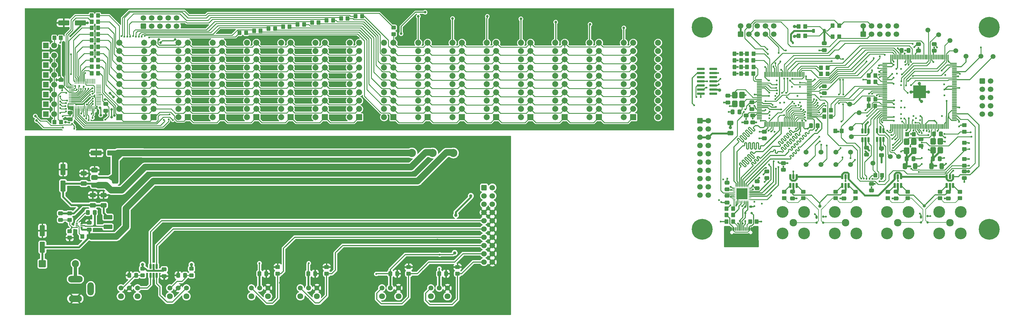
<source format=gtl>
G04 #@! TF.GenerationSoftware,KiCad,Pcbnew,9.0.5*
G04 #@! TF.CreationDate,2025-10-23T19:29:44+02:00*
G04 #@! TF.ProjectId,stencil,7374656e-6369-46c2-9e6b-696361645f70,rev?*
G04 #@! TF.SameCoordinates,Original*
G04 #@! TF.FileFunction,Copper,L1,Top*
G04 #@! TF.FilePolarity,Positive*
%FSLAX46Y46*%
G04 Gerber Fmt 4.6, Leading zero omitted, Abs format (unit mm)*
G04 Created by KiCad (PCBNEW 9.0.5) date 2025-10-23 19:29:44*
%MOMM*%
%LPD*%
G01*
G04 APERTURE LIST*
G04 Aperture macros list*
%AMRoundRect*
0 Rectangle with rounded corners*
0 $1 Rounding radius*
0 $2 $3 $4 $5 $6 $7 $8 $9 X,Y pos of 4 corners*
0 Add a 4 corners polygon primitive as box body*
4,1,4,$2,$3,$4,$5,$6,$7,$8,$9,$2,$3,0*
0 Add four circle primitives for the rounded corners*
1,1,$1+$1,$2,$3*
1,1,$1+$1,$4,$5*
1,1,$1+$1,$6,$7*
1,1,$1+$1,$8,$9*
0 Add four rect primitives between the rounded corners*
20,1,$1+$1,$2,$3,$4,$5,0*
20,1,$1+$1,$4,$5,$6,$7,0*
20,1,$1+$1,$6,$7,$8,$9,0*
20,1,$1+$1,$8,$9,$2,$3,0*%
G04 Aperture macros list end*
G04 #@! TA.AperFunction,SMDPad,CuDef*
%ADD10RoundRect,0.150000X-0.150000X-0.425000X0.150000X-0.425000X0.150000X0.425000X-0.150000X0.425000X0*%
G04 #@! TD*
G04 #@! TA.AperFunction,SMDPad,CuDef*
%ADD11RoundRect,0.075000X-0.075000X-0.500000X0.075000X-0.500000X0.075000X0.500000X-0.075000X0.500000X0*%
G04 #@! TD*
G04 #@! TA.AperFunction,HeatsinkPad*
%ADD12O,1.000000X2.100000*%
G04 #@! TD*
G04 #@! TA.AperFunction,HeatsinkPad*
%ADD13O,1.000000X1.800000*%
G04 #@! TD*
G04 #@! TA.AperFunction,SMDPad,CuDef*
%ADD14C,1.500000*%
G04 #@! TD*
G04 #@! TA.AperFunction,SMDPad,CuDef*
%ADD15RoundRect,0.250000X0.575000X-0.725000X0.575000X0.725000X-0.575000X0.725000X-0.575000X-0.725000X0*%
G04 #@! TD*
G04 #@! TA.AperFunction,SMDPad,CuDef*
%ADD16RoundRect,0.250000X-0.350000X-0.450000X0.350000X-0.450000X0.350000X0.450000X-0.350000X0.450000X0*%
G04 #@! TD*
G04 #@! TA.AperFunction,SMDPad,CuDef*
%ADD17RoundRect,0.162500X-0.162500X0.617500X-0.162500X-0.617500X0.162500X-0.617500X0.162500X0.617500X0*%
G04 #@! TD*
G04 #@! TA.AperFunction,SMDPad,CuDef*
%ADD18RoundRect,0.250000X-0.475000X0.337500X-0.475000X-0.337500X0.475000X-0.337500X0.475000X0.337500X0*%
G04 #@! TD*
G04 #@! TA.AperFunction,ComponentPad*
%ADD19C,6.400000*%
G04 #@! TD*
G04 #@! TA.AperFunction,SMDPad,CuDef*
%ADD20RoundRect,0.250000X0.350000X0.450000X-0.350000X0.450000X-0.350000X-0.450000X0.350000X-0.450000X0*%
G04 #@! TD*
G04 #@! TA.AperFunction,SMDPad,CuDef*
%ADD21RoundRect,0.250000X0.475000X-0.337500X0.475000X0.337500X-0.475000X0.337500X-0.475000X-0.337500X0*%
G04 #@! TD*
G04 #@! TA.AperFunction,SMDPad,CuDef*
%ADD22RoundRect,0.250000X-0.450000X0.350000X-0.450000X-0.350000X0.450000X-0.350000X0.450000X0.350000X0*%
G04 #@! TD*
G04 #@! TA.AperFunction,ComponentPad*
%ADD23RoundRect,0.250000X-0.600000X-0.600000X0.600000X-0.600000X0.600000X0.600000X-0.600000X0.600000X0*%
G04 #@! TD*
G04 #@! TA.AperFunction,ComponentPad*
%ADD24C,1.700000*%
G04 #@! TD*
G04 #@! TA.AperFunction,SMDPad,CuDef*
%ADD25RoundRect,0.250000X0.337500X0.475000X-0.337500X0.475000X-0.337500X-0.475000X0.337500X-0.475000X0*%
G04 #@! TD*
G04 #@! TA.AperFunction,SMDPad,CuDef*
%ADD26RoundRect,0.250000X-0.337500X-0.475000X0.337500X-0.475000X0.337500X0.475000X-0.337500X0.475000X0*%
G04 #@! TD*
G04 #@! TA.AperFunction,ComponentPad*
%ADD27RoundRect,0.250000X0.600000X-0.600000X0.600000X0.600000X-0.600000X0.600000X-0.600000X-0.600000X0*%
G04 #@! TD*
G04 #@! TA.AperFunction,ComponentPad*
%ADD28C,2.300000*%
G04 #@! TD*
G04 #@! TA.AperFunction,ComponentPad*
%ADD29C,3.600000*%
G04 #@! TD*
G04 #@! TA.AperFunction,SMDPad,CuDef*
%ADD30RoundRect,0.225000X0.225000X0.375000X-0.225000X0.375000X-0.225000X-0.375000X0.225000X-0.375000X0*%
G04 #@! TD*
G04 #@! TA.AperFunction,SMDPad,CuDef*
%ADD31RoundRect,0.250000X-0.412500X-0.650000X0.412500X-0.650000X0.412500X0.650000X-0.412500X0.650000X0*%
G04 #@! TD*
G04 #@! TA.AperFunction,SMDPad,CuDef*
%ADD32RoundRect,0.250000X-0.325000X-0.450000X0.325000X-0.450000X0.325000X0.450000X-0.325000X0.450000X0*%
G04 #@! TD*
G04 #@! TA.AperFunction,SMDPad,CuDef*
%ADD33RoundRect,0.112500X1.037500X-0.262500X1.037500X0.262500X-1.037500X0.262500X-1.037500X-0.262500X0*%
G04 #@! TD*
G04 #@! TA.AperFunction,SMDPad,CuDef*
%ADD34RoundRect,0.175000X-0.175000X-0.325000X0.175000X-0.325000X0.175000X0.325000X-0.175000X0.325000X0*%
G04 #@! TD*
G04 #@! TA.AperFunction,SMDPad,CuDef*
%ADD35RoundRect,0.150000X-0.200000X-0.150000X0.200000X-0.150000X0.200000X0.150000X-0.200000X0.150000X0*%
G04 #@! TD*
G04 #@! TA.AperFunction,SMDPad,CuDef*
%ADD36RoundRect,0.062500X0.062500X-0.375000X0.062500X0.375000X-0.062500X0.375000X-0.062500X-0.375000X0*%
G04 #@! TD*
G04 #@! TA.AperFunction,SMDPad,CuDef*
%ADD37RoundRect,0.062500X0.375000X-0.062500X0.375000X0.062500X-0.375000X0.062500X-0.375000X-0.062500X0*%
G04 #@! TD*
G04 #@! TA.AperFunction,HeatsinkPad*
%ADD38R,3.450000X3.450000*%
G04 #@! TD*
G04 #@! TA.AperFunction,SMDPad,CuDef*
%ADD39RoundRect,0.250000X0.450000X-0.350000X0.450000X0.350000X-0.450000X0.350000X-0.450000X-0.350000X0*%
G04 #@! TD*
G04 #@! TA.AperFunction,SMDPad,CuDef*
%ADD40RoundRect,0.250000X0.650000X-0.412500X0.650000X0.412500X-0.650000X0.412500X-0.650000X-0.412500X0*%
G04 #@! TD*
G04 #@! TA.AperFunction,SMDPad,CuDef*
%ADD41RoundRect,0.075000X-0.725000X-0.075000X0.725000X-0.075000X0.725000X0.075000X-0.725000X0.075000X0*%
G04 #@! TD*
G04 #@! TA.AperFunction,SMDPad,CuDef*
%ADD42RoundRect,0.075000X-0.075000X-0.725000X0.075000X-0.725000X0.075000X0.725000X-0.075000X0.725000X0*%
G04 #@! TD*
G04 #@! TA.AperFunction,SMDPad,CuDef*
%ADD43RoundRect,0.175000X-0.325000X0.175000X-0.325000X-0.175000X0.325000X-0.175000X0.325000X0.175000X0*%
G04 #@! TD*
G04 #@! TA.AperFunction,SMDPad,CuDef*
%ADD44RoundRect,0.150000X-0.150000X0.200000X-0.150000X-0.200000X0.150000X-0.200000X0.150000X0.200000X0*%
G04 #@! TD*
G04 #@! TA.AperFunction,SMDPad,CuDef*
%ADD45RoundRect,0.075000X0.075000X-0.662500X0.075000X0.662500X-0.075000X0.662500X-0.075000X-0.662500X0*%
G04 #@! TD*
G04 #@! TA.AperFunction,SMDPad,CuDef*
%ADD46RoundRect,0.075000X0.662500X-0.075000X0.662500X0.075000X-0.662500X0.075000X-0.662500X-0.075000X0*%
G04 #@! TD*
G04 #@! TA.AperFunction,HeatsinkPad*
%ADD47R,4.000000X4.000000*%
G04 #@! TD*
G04 #@! TA.AperFunction,SMDPad,CuDef*
%ADD48RoundRect,0.250000X1.412500X0.550000X-1.412500X0.550000X-1.412500X-0.550000X1.412500X-0.550000X0*%
G04 #@! TD*
G04 #@! TA.AperFunction,ComponentPad*
%ADD49RoundRect,0.249999X-0.850001X-0.850001X0.850001X-0.850001X0.850001X0.850001X-0.850001X0.850001X0*%
G04 #@! TD*
G04 #@! TA.AperFunction,ComponentPad*
%ADD50C,2.200000*%
G04 #@! TD*
G04 #@! TA.AperFunction,SMDPad,CuDef*
%ADD51RoundRect,0.250000X-0.450000X0.325000X-0.450000X-0.325000X0.450000X-0.325000X0.450000X0.325000X0*%
G04 #@! TD*
G04 #@! TA.AperFunction,ComponentPad*
%ADD52C,1.500000*%
G04 #@! TD*
G04 #@! TA.AperFunction,ComponentPad*
%ADD53C,1.800000*%
G04 #@! TD*
G04 #@! TA.AperFunction,SMDPad,CuDef*
%ADD54RoundRect,0.250000X0.550000X-1.412500X0.550000X1.412500X-0.550000X1.412500X-0.550000X-1.412500X0*%
G04 #@! TD*
G04 #@! TA.AperFunction,SMDPad,CuDef*
%ADD55RoundRect,0.087500X0.250000X0.087500X-0.250000X0.087500X-0.250000X-0.087500X0.250000X-0.087500X0*%
G04 #@! TD*
G04 #@! TA.AperFunction,SMDPad,CuDef*
%ADD56RoundRect,0.250001X1.074999X-0.462499X1.074999X0.462499X-1.074999X0.462499X-1.074999X-0.462499X0*%
G04 #@! TD*
G04 #@! TA.AperFunction,SMDPad,CuDef*
%ADD57C,2.500000*%
G04 #@! TD*
G04 #@! TA.AperFunction,SMDPad,CuDef*
%ADD58RoundRect,0.375000X-0.625000X-0.375000X0.625000X-0.375000X0.625000X0.375000X-0.625000X0.375000X0*%
G04 #@! TD*
G04 #@! TA.AperFunction,SMDPad,CuDef*
%ADD59RoundRect,0.500000X-0.500000X-1.400000X0.500000X-1.400000X0.500000X1.400000X-0.500000X1.400000X0*%
G04 #@! TD*
G04 #@! TA.AperFunction,SMDPad,CuDef*
%ADD60RoundRect,0.162500X0.162500X-0.617500X0.162500X0.617500X-0.162500X0.617500X-0.162500X-0.617500X0*%
G04 #@! TD*
G04 #@! TA.AperFunction,ComponentPad*
%ADD61RoundRect,1.000000X1.250000X0.000010X-1.250000X0.000010X-1.250000X-0.000010X1.250000X-0.000010X0*%
G04 #@! TD*
G04 #@! TA.AperFunction,ComponentPad*
%ADD62RoundRect,1.000000X1.000000X0.000010X-1.000000X0.000010X-1.000000X-0.000010X1.000000X-0.000010X0*%
G04 #@! TD*
G04 #@! TA.AperFunction,ComponentPad*
%ADD63RoundRect,1.000000X0.000010X1.000000X-0.000010X1.000000X-0.000010X-1.000000X0.000010X-1.000000X0*%
G04 #@! TD*
G04 #@! TA.AperFunction,ComponentPad*
%ADD64R,1.800000X1.800000*%
G04 #@! TD*
G04 #@! TA.AperFunction,ComponentPad*
%ADD65R,1.850000X1.850000*%
G04 #@! TD*
G04 #@! TA.AperFunction,ComponentPad*
%ADD66C,1.850000*%
G04 #@! TD*
G04 #@! TA.AperFunction,SMDPad,CuDef*
%ADD67RoundRect,0.062500X-0.687500X-0.062500X0.687500X-0.062500X0.687500X0.062500X-0.687500X0.062500X0*%
G04 #@! TD*
G04 #@! TA.AperFunction,SMDPad,CuDef*
%ADD68RoundRect,0.062500X-0.062500X-0.687500X0.062500X-0.687500X0.062500X0.687500X-0.062500X0.687500X0*%
G04 #@! TD*
G04 #@! TA.AperFunction,ViaPad*
%ADD69C,0.600000*%
G04 #@! TD*
G04 #@! TA.AperFunction,ViaPad*
%ADD70C,1.000000*%
G04 #@! TD*
G04 #@! TA.AperFunction,ViaPad*
%ADD71C,0.800000*%
G04 #@! TD*
G04 #@! TA.AperFunction,Conductor*
%ADD72C,0.350000*%
G04 #@! TD*
G04 #@! TA.AperFunction,Conductor*
%ADD73C,0.250000*%
G04 #@! TD*
G04 #@! TA.AperFunction,Conductor*
%ADD74C,0.349250*%
G04 #@! TD*
G04 #@! TA.AperFunction,Conductor*
%ADD75C,0.600000*%
G04 #@! TD*
G04 #@! TA.AperFunction,Conductor*
%ADD76C,0.160000*%
G04 #@! TD*
G04 #@! TA.AperFunction,Conductor*
%ADD77C,0.315468*%
G04 #@! TD*
G04 #@! TA.AperFunction,Conductor*
%ADD78C,1.000000*%
G04 #@! TD*
G04 #@! TA.AperFunction,Conductor*
%ADD79C,2.000000*%
G04 #@! TD*
G04 APERTURE END LIST*
D10*
X248898000Y-100086000D03*
X249698000Y-100086000D03*
D11*
X250848000Y-100086000D03*
X251848000Y-100086000D03*
X252348000Y-100086000D03*
X253348000Y-100086000D03*
D10*
X254498000Y-100086000D03*
X255298000Y-100086000D03*
X255298000Y-100086000D03*
X254498000Y-100086000D03*
D11*
X253848000Y-100086000D03*
X252848000Y-100086000D03*
X251348000Y-100086000D03*
X250348000Y-100086000D03*
D10*
X249698000Y-100086000D03*
X248898000Y-100086000D03*
D12*
X247778000Y-100661000D03*
D13*
X247778000Y-104841000D03*
D12*
X256418000Y-100661000D03*
D13*
X256418000Y-104841000D03*
D14*
X285558000Y-80272000D03*
D15*
X252284000Y-61686000D03*
X252284000Y-58936000D03*
X250084000Y-58936000D03*
X250084000Y-61686000D03*
D16*
X253824000Y-48268000D03*
X255824000Y-48268000D03*
D17*
X269048000Y-84002000D03*
X268098000Y-84002000D03*
X267148000Y-84002000D03*
X267148000Y-86702000D03*
X268098000Y-86702000D03*
X269048000Y-86702000D03*
D18*
X259904000Y-82409500D03*
X259904000Y-84484500D03*
X259142000Y-70217500D03*
X259142000Y-72292500D03*
X290485600Y-75170500D03*
X290485600Y-77245500D03*
D14*
X292416000Y-79891000D03*
D19*
X240098000Y-38166000D03*
D17*
X291095200Y-69952000D03*
X290145200Y-69952000D03*
X289195200Y-69952000D03*
X289195200Y-72652000D03*
X290145200Y-72652000D03*
X291095200Y-72652000D03*
D20*
X304973000Y-71001000D03*
X302973000Y-71001000D03*
D21*
X311212000Y-45368500D03*
X311212000Y-43293500D03*
D17*
X284984000Y-84002000D03*
X284034000Y-84002000D03*
X283084000Y-84002000D03*
X283084000Y-86702000D03*
X284034000Y-86702000D03*
X284984000Y-86702000D03*
D14*
X300290000Y-77859000D03*
D20*
X282113000Y-41060000D03*
X280113000Y-41060000D03*
D16*
X280908000Y-69985000D03*
X282908000Y-69985000D03*
D22*
X280986000Y-88670000D03*
X280986000Y-90670000D03*
D20*
X249601000Y-97798000D03*
X247601000Y-97798000D03*
D18*
X295083000Y-75319000D03*
X295083000Y-77394000D03*
D23*
X239457000Y-66810000D03*
D24*
X241997000Y-66810000D03*
X239457000Y-69350000D03*
X241997000Y-69350000D03*
X239457000Y-71890000D03*
X241997000Y-71890000D03*
X239457000Y-74430000D03*
X241997000Y-74430000D03*
X239457000Y-76970000D03*
X241997000Y-76970000D03*
X239457000Y-79510000D03*
X241997000Y-79510000D03*
X239457000Y-82050000D03*
X241997000Y-82050000D03*
X239457000Y-84590000D03*
X241997000Y-84590000D03*
X239457000Y-87130000D03*
X241997000Y-87130000D03*
X239457000Y-89670000D03*
X241997000Y-89670000D03*
D22*
X265238000Y-88670000D03*
X265238000Y-90670000D03*
D14*
X316038000Y-42172000D03*
D25*
X251543500Y-64143000D03*
X249468500Y-64143000D03*
D14*
X276519000Y-76462000D03*
D19*
X328098000Y-100166000D03*
D21*
X247712000Y-87935000D03*
X247712000Y-85860000D03*
D23*
X325944000Y-54618000D03*
D24*
X328484000Y-54618000D03*
X325944000Y-57158000D03*
X328484000Y-57158000D03*
X325944000Y-59698000D03*
X328484000Y-59698000D03*
X325944000Y-62238000D03*
X328484000Y-62238000D03*
X325944000Y-64778000D03*
X328484000Y-64778000D03*
D26*
X311190500Y-70874000D03*
X313265500Y-70874000D03*
D15*
X304946000Y-76059000D03*
X304946000Y-73309000D03*
X302746000Y-73309000D03*
X302746000Y-76059000D03*
D14*
X320991000Y-46998000D03*
D22*
X320483000Y-78637000D03*
X320483000Y-80637000D03*
D14*
X312609000Y-40394000D03*
D18*
X299528000Y-88632500D03*
X299528000Y-90707500D03*
X292035000Y-86219500D03*
X292035000Y-88294500D03*
D14*
X285558000Y-76462000D03*
D26*
X302808500Y-78494000D03*
X304883500Y-78494000D03*
D17*
X316988000Y-84002000D03*
X316038000Y-84002000D03*
X315088000Y-84002000D03*
X315088000Y-86702000D03*
X316038000Y-86702000D03*
X316988000Y-86702000D03*
D16*
X253824000Y-52332000D03*
X255824000Y-52332000D03*
D27*
X251903000Y-40267000D03*
D24*
X251903000Y-37727000D03*
X254443000Y-40267000D03*
X254443000Y-37727000D03*
X256983000Y-40267000D03*
X256983000Y-37727000D03*
X259523000Y-40267000D03*
X259523000Y-37727000D03*
X262063000Y-40267000D03*
X262063000Y-37727000D03*
D16*
X276557000Y-52459000D03*
X278557000Y-52459000D03*
D14*
X285304000Y-61730000D03*
D21*
X277557000Y-58344000D03*
X277557000Y-56269000D03*
D16*
X276541000Y-50554000D03*
X278541000Y-50554000D03*
D26*
X273471500Y-68334000D03*
X275546500Y-68334000D03*
D28*
X316098000Y-98166000D03*
D29*
X319398000Y-101466000D03*
X319398000Y-94866000D03*
X312798000Y-101466000D03*
X312798000Y-94866000D03*
D16*
X291162000Y-62238000D03*
X293162000Y-62238000D03*
D14*
X309307000Y-38997000D03*
D16*
X277573000Y-63635000D03*
X279573000Y-63635000D03*
D27*
X289495000Y-40267000D03*
D24*
X289495000Y-37727000D03*
X292035000Y-40267000D03*
X292035000Y-37727000D03*
X294575000Y-40267000D03*
X294575000Y-37727000D03*
X297115000Y-40267000D03*
X297115000Y-37727000D03*
X299655000Y-40267000D03*
X299655000Y-37727000D03*
D18*
X267778000Y-88632500D03*
X267778000Y-90707500D03*
D17*
X295652000Y-69905000D03*
X294702000Y-69905000D03*
X293752000Y-69905000D03*
X293752000Y-72605000D03*
X294702000Y-72605000D03*
X295652000Y-72605000D03*
D14*
X276541000Y-80272000D03*
D30*
X277555000Y-39282000D03*
X274255000Y-39282000D03*
D14*
X288199600Y-64422400D03*
D31*
X310373000Y-80780000D03*
X313498000Y-80780000D03*
D22*
X312990000Y-88670000D03*
X312990000Y-90670000D03*
D16*
X269715000Y-37856000D03*
X271715000Y-37856000D03*
X247617000Y-93861000D03*
X249617000Y-93861000D03*
D15*
X313074000Y-75932000D03*
X313074000Y-73182000D03*
X310874000Y-73182000D03*
X310874000Y-75932000D03*
D18*
X255332000Y-61200500D03*
X255332000Y-63275500D03*
D20*
X295210000Y-83574000D03*
X293210000Y-83574000D03*
D16*
X291178000Y-60206000D03*
X293178000Y-60206000D03*
D32*
X249989000Y-46236000D03*
X252039000Y-46236000D03*
D18*
X264984000Y-79869500D03*
X264984000Y-81944500D03*
D16*
X291178000Y-52967000D03*
X293178000Y-52967000D03*
D22*
X296988000Y-88670000D03*
X296988000Y-90670000D03*
D18*
X253554000Y-65264500D03*
X253554000Y-67339500D03*
D33*
X243521000Y-58555000D03*
X239711000Y-58555000D03*
X243521000Y-57285000D03*
X239711000Y-57285000D03*
X243521000Y-56015000D03*
X239711000Y-56015000D03*
X243521000Y-54745000D03*
X239711000Y-54745000D03*
X243521000Y-53475000D03*
X239711000Y-53475000D03*
X243521000Y-52205000D03*
X239711000Y-52205000D03*
X243521000Y-50935000D03*
X239711000Y-50935000D03*
D21*
X306386000Y-45368500D03*
X306386000Y-43293500D03*
D18*
X320483000Y-82388000D03*
X320483000Y-84463000D03*
D28*
X268098000Y-98166000D03*
D29*
X271398000Y-101466000D03*
X271398000Y-94866000D03*
X264798000Y-101466000D03*
X264798000Y-94866000D03*
D18*
X307148000Y-72503500D03*
X307148000Y-74578500D03*
D14*
X281069000Y-76462000D03*
D28*
X284098000Y-98166000D03*
D29*
X287398000Y-101466000D03*
X287398000Y-94866000D03*
X280798000Y-101466000D03*
X280798000Y-94866000D03*
D34*
X307180000Y-96352000D03*
D35*
X307180000Y-98052000D03*
X309180000Y-98052000D03*
X309180000Y-96152000D03*
D21*
X256983000Y-87554000D03*
X256983000Y-85479000D03*
D14*
X285761200Y-69248400D03*
X281621000Y-47252000D03*
X329246000Y-47125000D03*
D26*
X310831000Y-78494000D03*
X312906000Y-78494000D03*
D34*
X275176000Y-96474000D03*
D35*
X275176000Y-98174000D03*
X277176000Y-98174000D03*
X277176000Y-96274000D03*
D32*
X249989000Y-48268000D03*
X252039000Y-48268000D03*
D28*
X300098000Y-98166000D03*
D29*
X303398000Y-101466000D03*
X303398000Y-94866000D03*
X296798000Y-101466000D03*
X296798000Y-94866000D03*
D14*
X317816000Y-45347000D03*
D26*
X301284500Y-45220000D03*
X303359500Y-45220000D03*
D14*
X271969000Y-76462000D03*
D16*
X277573000Y-65540000D03*
X279573000Y-65540000D03*
D14*
X281113000Y-80272000D03*
D36*
X250562000Y-91751000D03*
X251062000Y-91751000D03*
X251562000Y-91751000D03*
X252062000Y-91751000D03*
X252562000Y-91751000D03*
X253062000Y-91751000D03*
X253562000Y-91751000D03*
X254062000Y-91751000D03*
D37*
X254749500Y-91063500D03*
X254749500Y-90563500D03*
X254749500Y-90063500D03*
X254749500Y-89563500D03*
X254749500Y-89063500D03*
X254749500Y-88563500D03*
X254749500Y-88063500D03*
X254749500Y-87563500D03*
D36*
X254062000Y-86876000D03*
X253562000Y-86876000D03*
X253062000Y-86876000D03*
X252562000Y-86876000D03*
X252062000Y-86876000D03*
X251562000Y-86876000D03*
X251062000Y-86876000D03*
X250562000Y-86876000D03*
D37*
X249874500Y-87563500D03*
X249874500Y-88063500D03*
X249874500Y-88563500D03*
X249874500Y-89063500D03*
X249874500Y-89563500D03*
X249874500Y-90063500D03*
X249874500Y-90563500D03*
X249874500Y-91063500D03*
D38*
X252312000Y-89313500D03*
D16*
X253840000Y-46236000D03*
X255840000Y-46236000D03*
D22*
X320483000Y-73573000D03*
X320483000Y-75573000D03*
D14*
X285812000Y-71763000D03*
D18*
X247966000Y-59147000D03*
X247966000Y-61222000D03*
D32*
X249989000Y-52332000D03*
X252039000Y-52332000D03*
D39*
X320483000Y-70207000D03*
X320483000Y-68207000D03*
D14*
X271969000Y-80272000D03*
D22*
X271080000Y-88670000D03*
X271080000Y-90670000D03*
D18*
X283526000Y-88632500D03*
X283526000Y-90707500D03*
D22*
X287082000Y-88670000D03*
X287082000Y-90670000D03*
D32*
X249989000Y-50300000D03*
X252039000Y-50300000D03*
D40*
X248728000Y-70658500D03*
X248728000Y-67533500D03*
D22*
X303084000Y-88670000D03*
X303084000Y-90670000D03*
D19*
X240098000Y-100166000D03*
D20*
X249585000Y-95766000D03*
X247585000Y-95766000D03*
D14*
X325563000Y-46998000D03*
D31*
X302283500Y-80780000D03*
X305408500Y-80780000D03*
D41*
X257627000Y-54261000D03*
X257627000Y-54761000D03*
X257627000Y-55261000D03*
X257627000Y-55761000D03*
X257627000Y-56261000D03*
X257627000Y-56761000D03*
X257627000Y-57261000D03*
X257627000Y-57761000D03*
X257627000Y-58261000D03*
X257627000Y-58761000D03*
X257627000Y-59261000D03*
X257627000Y-59761000D03*
X257627000Y-60261000D03*
X257627000Y-60761000D03*
X257627000Y-61261000D03*
X257627000Y-61761000D03*
X257627000Y-62261000D03*
X257627000Y-62761000D03*
X257627000Y-63261000D03*
X257627000Y-63761000D03*
X257627000Y-64261000D03*
X257627000Y-64761000D03*
X257627000Y-65261000D03*
X257627000Y-65761000D03*
X257627000Y-66261000D03*
D42*
X259302000Y-67936000D03*
X259802000Y-67936000D03*
X260302000Y-67936000D03*
X260802000Y-67936000D03*
X261302000Y-67936000D03*
X261802000Y-67936000D03*
X262302000Y-67936000D03*
X262802000Y-67936000D03*
X263302000Y-67936000D03*
X263802000Y-67936000D03*
X264302000Y-67936000D03*
X264802000Y-67936000D03*
X265302000Y-67936000D03*
X265802000Y-67936000D03*
X266302000Y-67936000D03*
X266802000Y-67936000D03*
X267302000Y-67936000D03*
X267802000Y-67936000D03*
X268302000Y-67936000D03*
X268802000Y-67936000D03*
X269302000Y-67936000D03*
X269802000Y-67936000D03*
X270302000Y-67936000D03*
X270802000Y-67936000D03*
X271302000Y-67936000D03*
D41*
X272977000Y-66261000D03*
X272977000Y-65761000D03*
X272977000Y-65261000D03*
X272977000Y-64761000D03*
X272977000Y-64261000D03*
X272977000Y-63761000D03*
X272977000Y-63261000D03*
X272977000Y-62761000D03*
X272977000Y-62261000D03*
X272977000Y-61761000D03*
X272977000Y-61261000D03*
X272977000Y-60761000D03*
X272977000Y-60261000D03*
X272977000Y-59761000D03*
X272977000Y-59261000D03*
X272977000Y-58761000D03*
X272977000Y-58261000D03*
X272977000Y-57761000D03*
X272977000Y-57261000D03*
X272977000Y-56761000D03*
X272977000Y-56261000D03*
X272977000Y-55761000D03*
X272977000Y-55261000D03*
X272977000Y-54761000D03*
X272977000Y-54261000D03*
D42*
X271302000Y-52586000D03*
X270802000Y-52586000D03*
X270302000Y-52586000D03*
X269802000Y-52586000D03*
X269302000Y-52586000D03*
X268802000Y-52586000D03*
X268302000Y-52586000D03*
X267802000Y-52586000D03*
X267302000Y-52586000D03*
X266802000Y-52586000D03*
X266302000Y-52586000D03*
X265802000Y-52586000D03*
X265302000Y-52586000D03*
X264802000Y-52586000D03*
X264302000Y-52586000D03*
X263802000Y-52586000D03*
X263302000Y-52586000D03*
X262802000Y-52586000D03*
X262302000Y-52586000D03*
X261802000Y-52586000D03*
X261302000Y-52586000D03*
X260802000Y-52586000D03*
X260302000Y-52586000D03*
X259802000Y-52586000D03*
X259302000Y-52586000D03*
D19*
X328098000Y-38166000D03*
D43*
X255066000Y-93242000D03*
D44*
X253366000Y-93242000D03*
X253366000Y-95242000D03*
X255266000Y-95242000D03*
D16*
X291178000Y-54872000D03*
X293178000Y-54872000D03*
D18*
X247712000Y-89902500D03*
X247712000Y-91977500D03*
D16*
X254840000Y-97798000D03*
X256840000Y-97798000D03*
D18*
X277557000Y-43061000D03*
X277557000Y-45136000D03*
D20*
X282113000Y-37631000D03*
X280113000Y-37631000D03*
D18*
X255586000Y-65264500D03*
X255586000Y-67339500D03*
D16*
X253840000Y-50300000D03*
X255840000Y-50300000D03*
X269715000Y-40806000D03*
X271715000Y-40806000D03*
D22*
X319086000Y-88670000D03*
X319086000Y-90670000D03*
D45*
X297993000Y-68642500D03*
X298493000Y-68642500D03*
X298993000Y-68642500D03*
X299493000Y-68642500D03*
X299993000Y-68642500D03*
X300493000Y-68642500D03*
X300993000Y-68642500D03*
X301493000Y-68642500D03*
X301993000Y-68642500D03*
X302493000Y-68642500D03*
X302993000Y-68642500D03*
X303493000Y-68642500D03*
X303993000Y-68642500D03*
X304493000Y-68642500D03*
X304993000Y-68642500D03*
X305493000Y-68642500D03*
X305993000Y-68642500D03*
X306493000Y-68642500D03*
X306993000Y-68642500D03*
X307493000Y-68642500D03*
X307993000Y-68642500D03*
X308493000Y-68642500D03*
X308993000Y-68642500D03*
X309493000Y-68642500D03*
X309993000Y-68642500D03*
X310493000Y-68642500D03*
X310993000Y-68642500D03*
X311493000Y-68642500D03*
X311993000Y-68642500D03*
X312493000Y-68642500D03*
X312993000Y-68642500D03*
X313493000Y-68642500D03*
X313993000Y-68642500D03*
X314493000Y-68642500D03*
X314993000Y-68642500D03*
X315493000Y-68642500D03*
D46*
X317405500Y-66730000D03*
X317405500Y-66230000D03*
X317405500Y-65730000D03*
X317405500Y-65230000D03*
X317405500Y-64730000D03*
X317405500Y-64230000D03*
X317405500Y-63730000D03*
X317405500Y-63230000D03*
X317405500Y-62730000D03*
X317405500Y-62230000D03*
X317405500Y-61730000D03*
X317405500Y-61230000D03*
X317405500Y-60730000D03*
X317405500Y-60230000D03*
X317405500Y-59730000D03*
X317405500Y-59230000D03*
X317405500Y-58730000D03*
X317405500Y-58230000D03*
X317405500Y-57730000D03*
X317405500Y-57230000D03*
X317405500Y-56730000D03*
X317405500Y-56230000D03*
X317405500Y-55730000D03*
X317405500Y-55230000D03*
X317405500Y-54730000D03*
X317405500Y-54230000D03*
X317405500Y-53730000D03*
X317405500Y-53230000D03*
X317405500Y-52730000D03*
X317405500Y-52230000D03*
X317405500Y-51730000D03*
X317405500Y-51230000D03*
X317405500Y-50730000D03*
X317405500Y-50230000D03*
X317405500Y-49730000D03*
X317405500Y-49230000D03*
D45*
X315493000Y-47317500D03*
X314993000Y-47317500D03*
X314493000Y-47317500D03*
X313993000Y-47317500D03*
X313493000Y-47317500D03*
X312993000Y-47317500D03*
X312493000Y-47317500D03*
X311993000Y-47317500D03*
X311493000Y-47317500D03*
X310993000Y-47317500D03*
X310493000Y-47317500D03*
X309993000Y-47317500D03*
X309493000Y-47317500D03*
X308993000Y-47317500D03*
X308493000Y-47317500D03*
X307993000Y-47317500D03*
X307493000Y-47317500D03*
X306993000Y-47317500D03*
X306493000Y-47317500D03*
X305993000Y-47317500D03*
X305493000Y-47317500D03*
X304993000Y-47317500D03*
X304493000Y-47317500D03*
X303993000Y-47317500D03*
X303493000Y-47317500D03*
X302993000Y-47317500D03*
X302493000Y-47317500D03*
X301993000Y-47317500D03*
X301493000Y-47317500D03*
X300993000Y-47317500D03*
X300493000Y-47317500D03*
X299993000Y-47317500D03*
X299493000Y-47317500D03*
X298993000Y-47317500D03*
X298493000Y-47317500D03*
X297993000Y-47317500D03*
D46*
X296080500Y-49230000D03*
X296080500Y-49730000D03*
X296080500Y-50230000D03*
X296080500Y-50730000D03*
X296080500Y-51230000D03*
X296080500Y-51730000D03*
X296080500Y-52230000D03*
X296080500Y-52730000D03*
X296080500Y-53230000D03*
X296080500Y-53730000D03*
X296080500Y-54230000D03*
X296080500Y-54730000D03*
X296080500Y-55230000D03*
X296080500Y-55730000D03*
X296080500Y-56230000D03*
X296080500Y-56730000D03*
X296080500Y-57230000D03*
X296080500Y-57730000D03*
X296080500Y-58230000D03*
X296080500Y-58730000D03*
X296080500Y-59230000D03*
X296080500Y-59730000D03*
X296080500Y-60230000D03*
X296080500Y-60730000D03*
X296080500Y-61230000D03*
X296080500Y-61730000D03*
X296080500Y-62230000D03*
X296080500Y-62730000D03*
X296080500Y-63230000D03*
X296080500Y-63730000D03*
X296080500Y-64230000D03*
X296080500Y-64730000D03*
X296080500Y-65230000D03*
X296080500Y-65730000D03*
X296080500Y-66230000D03*
X296080500Y-66730000D03*
D47*
X306743000Y-57980000D03*
D18*
X315530000Y-88654000D03*
X315530000Y-90729000D03*
D17*
X301052000Y-84002000D03*
X300102000Y-84002000D03*
X299152000Y-84002000D03*
X299152000Y-86702000D03*
X300102000Y-86702000D03*
X301052000Y-86702000D03*
D14*
X297750000Y-77859000D03*
D48*
X59481000Y-76752000D03*
X54406000Y-76752000D03*
D26*
X144554500Y-113836000D03*
X146629500Y-113836000D03*
D23*
X173273000Y-87384000D03*
D24*
X175813000Y-87384000D03*
X173273000Y-89924000D03*
X175813000Y-89924000D03*
X173273000Y-92464000D03*
X175813000Y-92464000D03*
X173273000Y-95004000D03*
X175813000Y-95004000D03*
X173273000Y-97544000D03*
X175813000Y-97544000D03*
X173273000Y-100084000D03*
X175813000Y-100084000D03*
X173273000Y-102624000D03*
X175813000Y-102624000D03*
X173273000Y-105164000D03*
X175813000Y-105164000D03*
X173273000Y-107704000D03*
X175813000Y-107704000D03*
X173273000Y-110244000D03*
X175813000Y-110244000D03*
D40*
X53334000Y-92800500D03*
X53334000Y-89675500D03*
D25*
X66619500Y-114344000D03*
X64544500Y-114344000D03*
D49*
X37896000Y-110788000D03*
D50*
X48056000Y-110788000D03*
D19*
X38508000Y-77000000D03*
D39*
X165150000Y-113820000D03*
X165150000Y-111820000D03*
X150164000Y-113820000D03*
X150164000Y-111820000D03*
D22*
X46270000Y-100779000D03*
X46270000Y-102779000D03*
D51*
X68630000Y-112312000D03*
X68630000Y-114362000D03*
D26*
X159562000Y-113836000D03*
X161637000Y-113836000D03*
D52*
X61968000Y-118240000D03*
X64508000Y-118240000D03*
X67048000Y-118240000D03*
D53*
X67048000Y-120760000D03*
X61968000Y-120760000D03*
D19*
X176508000Y-121000000D03*
D26*
X104444000Y-113836000D03*
X106519000Y-113836000D03*
D18*
X75229000Y-112508500D03*
X75229000Y-114583500D03*
D21*
X52239000Y-100276500D03*
X52239000Y-98201500D03*
D19*
X176508000Y-77000000D03*
D25*
X81605500Y-114344000D03*
X79530500Y-114344000D03*
D54*
X37896000Y-105705500D03*
X37896000Y-100630500D03*
D19*
X38508000Y-121000000D03*
D51*
X83616000Y-112312000D03*
X83616000Y-114362000D03*
D55*
X49854000Y-99604000D03*
X49854000Y-99104000D03*
X49854000Y-98604000D03*
X48429000Y-98604000D03*
X48429000Y-99104000D03*
X48429000Y-99604000D03*
D40*
X56684000Y-92800500D03*
X56684000Y-89675500D03*
D18*
X43476000Y-95259000D03*
X43476000Y-97334000D03*
D22*
X46270000Y-95318000D03*
X46270000Y-97318000D03*
D39*
X110032000Y-113820000D03*
X110032000Y-111820000D03*
D52*
X116968000Y-118240000D03*
X119508000Y-118240000D03*
X122048000Y-118240000D03*
D53*
X122048000Y-120760000D03*
X116968000Y-120760000D03*
D56*
X58000000Y-99456500D03*
X58000000Y-96481500D03*
D40*
X50596000Y-86150000D03*
X50596000Y-83025000D03*
D54*
X44246000Y-86871000D03*
X44246000Y-81796000D03*
D52*
X156968000Y-118240000D03*
X159508000Y-118240000D03*
X162048000Y-118240000D03*
D53*
X162048000Y-120760000D03*
X156968000Y-120760000D03*
D52*
X101968000Y-118240000D03*
X104508000Y-118240000D03*
X107048000Y-118240000D03*
D53*
X107048000Y-120760000D03*
X101968000Y-120760000D03*
D26*
X119408500Y-113836000D03*
X121483500Y-113836000D03*
D52*
X141968000Y-118240000D03*
X144508000Y-118240000D03*
X147048000Y-118240000D03*
D53*
X147048000Y-120760000D03*
X141968000Y-120760000D03*
D25*
X53911500Y-95000000D03*
X51836500Y-95000000D03*
D57*
X157530000Y-76752000D03*
X151180000Y-76752000D03*
D58*
X53898000Y-82019500D03*
X53898000Y-84319500D03*
D59*
X60198000Y-84319500D03*
D58*
X53898000Y-86619500D03*
D39*
X125018000Y-113836000D03*
X125018000Y-111836000D03*
D57*
X163880000Y-76752000D03*
D60*
X71043000Y-114308000D03*
X71993000Y-114308000D03*
X72943000Y-114308000D03*
X72943000Y-111608000D03*
X71993000Y-111608000D03*
X71043000Y-111608000D03*
D20*
X52096000Y-102414000D03*
X50096000Y-102414000D03*
D52*
X76968000Y-118240000D03*
X79508000Y-118240000D03*
X82048000Y-118240000D03*
D53*
X82048000Y-120760000D03*
X76968000Y-120760000D03*
D61*
X48008000Y-115500000D03*
D62*
X48008000Y-121500000D03*
D63*
X52708000Y-118500000D03*
D16*
X52980000Y-34536000D03*
X54980000Y-34536000D03*
X52980000Y-38346000D03*
X54980000Y-38346000D03*
X52996000Y-48252000D03*
X54996000Y-48252000D03*
X52996000Y-50284000D03*
X54996000Y-50284000D03*
D20*
X43582000Y-67302000D03*
X41582000Y-67302000D03*
D16*
X52980000Y-44188000D03*
X54980000Y-44188000D03*
X125005000Y-36060000D03*
X127005000Y-36060000D03*
D64*
X38960000Y-43770000D03*
D53*
X41500000Y-43770000D03*
D65*
X93000000Y-65770000D03*
D66*
X93000000Y-63230000D03*
X93000000Y-60690000D03*
X93000000Y-58150000D03*
X93000000Y-55610000D03*
X93000000Y-53070000D03*
X93000000Y-50530000D03*
X93000000Y-47990000D03*
X93000000Y-45450000D03*
X93000000Y-42910000D03*
X100620000Y-42910000D03*
X100620000Y-45450000D03*
X100620000Y-47990000D03*
X100620000Y-50530000D03*
X100620000Y-53070000D03*
X100620000Y-55610000D03*
X100620000Y-58150000D03*
X100620000Y-60690000D03*
X100620000Y-63230000D03*
X100620000Y-65770000D03*
D65*
X61500000Y-65770000D03*
D66*
X61500000Y-63230000D03*
X61500000Y-60690000D03*
X61500000Y-58150000D03*
X61500000Y-55610000D03*
X61500000Y-53070000D03*
X61500000Y-50530000D03*
X61500000Y-47990000D03*
X61500000Y-45450000D03*
X61500000Y-42910000D03*
X69120000Y-42910000D03*
X69120000Y-45450000D03*
X69120000Y-47990000D03*
X69120000Y-50530000D03*
X69120000Y-53070000D03*
X69120000Y-55610000D03*
X69120000Y-58150000D03*
X69120000Y-60690000D03*
X69120000Y-63230000D03*
X69120000Y-65770000D03*
D64*
X38960000Y-49770000D03*
D53*
X41500000Y-49770000D03*
D64*
X38960000Y-58770000D03*
D53*
X41500000Y-58770000D03*
D65*
X82500000Y-65770000D03*
D66*
X82500000Y-63230000D03*
X82500000Y-60690000D03*
X82500000Y-58150000D03*
X82500000Y-55610000D03*
X82500000Y-53070000D03*
X82500000Y-50530000D03*
X82500000Y-47990000D03*
X82500000Y-45450000D03*
X82500000Y-42910000D03*
X90120000Y-42910000D03*
X90120000Y-45450000D03*
X90120000Y-47990000D03*
X90120000Y-50530000D03*
X90120000Y-53070000D03*
X90120000Y-55610000D03*
X90120000Y-58150000D03*
X90120000Y-60690000D03*
X90120000Y-63230000D03*
X90120000Y-65770000D03*
D65*
X124500000Y-65770000D03*
D66*
X124500000Y-63230000D03*
X124500000Y-60690000D03*
X124500000Y-58150000D03*
X124500000Y-55610000D03*
X124500000Y-53070000D03*
X124500000Y-50530000D03*
X124500000Y-47990000D03*
X124500000Y-45450000D03*
X124500000Y-42910000D03*
X132120000Y-42910000D03*
X132120000Y-45450000D03*
X132120000Y-47990000D03*
X132120000Y-50530000D03*
X132120000Y-53070000D03*
X132120000Y-55610000D03*
X132120000Y-58150000D03*
X132120000Y-60690000D03*
X132120000Y-63230000D03*
X132120000Y-65770000D03*
D67*
X46773000Y-55920000D03*
X46773000Y-56320000D03*
X46773000Y-56720000D03*
X46773000Y-57120000D03*
X46773000Y-57520000D03*
X46773000Y-57920000D03*
X46773000Y-58320000D03*
X46773000Y-58720000D03*
X46773000Y-59120000D03*
X46773000Y-59520000D03*
X46773000Y-59920000D03*
X46773000Y-60320000D03*
X46773000Y-60720000D03*
X46773000Y-61120000D03*
X46773000Y-61520000D03*
X46773000Y-61920000D03*
D68*
X47948000Y-63095000D03*
X48348000Y-63095000D03*
X48748000Y-63095000D03*
X49148000Y-63095000D03*
X49548000Y-63095000D03*
X49948000Y-63095000D03*
X50348000Y-63095000D03*
X50748000Y-63095000D03*
X51148000Y-63095000D03*
X51548000Y-63095000D03*
X51948000Y-63095000D03*
X52348000Y-63095000D03*
X52748000Y-63095000D03*
X53148000Y-63095000D03*
X53548000Y-63095000D03*
X53948000Y-63095000D03*
D67*
X55123000Y-61920000D03*
X55123000Y-61520000D03*
X55123000Y-61120000D03*
X55123000Y-60720000D03*
X55123000Y-60320000D03*
X55123000Y-59920000D03*
X55123000Y-59520000D03*
X55123000Y-59120000D03*
X55123000Y-58720000D03*
X55123000Y-58320000D03*
X55123000Y-57920000D03*
X55123000Y-57520000D03*
X55123000Y-57120000D03*
X55123000Y-56720000D03*
X55123000Y-56320000D03*
X55123000Y-55920000D03*
D68*
X53948000Y-54745000D03*
X53548000Y-54745000D03*
X53148000Y-54745000D03*
X52748000Y-54745000D03*
X52348000Y-54745000D03*
X51948000Y-54745000D03*
X51548000Y-54745000D03*
X51148000Y-54745000D03*
X50748000Y-54745000D03*
X50348000Y-54745000D03*
X49948000Y-54745000D03*
X49548000Y-54745000D03*
X49148000Y-54745000D03*
X48748000Y-54745000D03*
X48348000Y-54745000D03*
X47948000Y-54745000D03*
D16*
X52996000Y-42156000D03*
X54996000Y-42156000D03*
D48*
X49537500Y-36770000D03*
X44462500Y-36770000D03*
D27*
X68840000Y-37770000D03*
D24*
X68840000Y-35230000D03*
X71380000Y-37770000D03*
X71380000Y-35230000D03*
X73920000Y-37770000D03*
X73920000Y-35230000D03*
X76460000Y-37770000D03*
X76460000Y-35230000D03*
X79000000Y-37770000D03*
X79000000Y-35230000D03*
D18*
X46376000Y-64359500D03*
X46376000Y-66434500D03*
D16*
X52980000Y-36441000D03*
X54980000Y-36441000D03*
X52980000Y-46220000D03*
X54980000Y-46220000D03*
X116115000Y-37330000D03*
X118115000Y-37330000D03*
D20*
X43550000Y-41394000D03*
X41550000Y-41394000D03*
D18*
X57298000Y-61692500D03*
X57298000Y-63767500D03*
D22*
X145563000Y-38235000D03*
X145563000Y-40235000D03*
D16*
X102780000Y-39235000D03*
X104780000Y-39235000D03*
D19*
X227500000Y-36270000D03*
D16*
X120560000Y-36695000D03*
X122560000Y-36695000D03*
X98335000Y-39870000D03*
X100335000Y-39870000D03*
D21*
X43582000Y-56401500D03*
X43582000Y-54326500D03*
D16*
X133895000Y-34790000D03*
X135895000Y-34790000D03*
X52980000Y-40251000D03*
X54980000Y-40251000D03*
X111670000Y-37965000D03*
X113670000Y-37965000D03*
D64*
X38960000Y-55770000D03*
D53*
X41500000Y-55770000D03*
D65*
X114000000Y-65770000D03*
D66*
X114000000Y-63230000D03*
X114000000Y-60690000D03*
X114000000Y-58150000D03*
X114000000Y-55610000D03*
X114000000Y-53070000D03*
X114000000Y-50530000D03*
X114000000Y-47990000D03*
X114000000Y-45450000D03*
X114000000Y-42910000D03*
X121620000Y-42910000D03*
X121620000Y-45450000D03*
X121620000Y-47990000D03*
X121620000Y-50530000D03*
X121620000Y-53070000D03*
X121620000Y-55610000D03*
X121620000Y-58150000D03*
X121620000Y-60690000D03*
X121620000Y-63230000D03*
X121620000Y-65770000D03*
D65*
X135000000Y-65770000D03*
D66*
X135000000Y-63230000D03*
X135000000Y-60690000D03*
X135000000Y-58150000D03*
X135000000Y-55610000D03*
X135000000Y-53070000D03*
X135000000Y-50530000D03*
X135000000Y-47990000D03*
X135000000Y-45450000D03*
X135000000Y-42910000D03*
X142620000Y-42910000D03*
X142620000Y-45450000D03*
X142620000Y-47990000D03*
X142620000Y-50530000D03*
X142620000Y-53070000D03*
X142620000Y-55610000D03*
X142620000Y-58150000D03*
X142620000Y-60690000D03*
X142620000Y-63230000D03*
X142620000Y-65770000D03*
D65*
X72000000Y-65770000D03*
D66*
X72000000Y-63230000D03*
X72000000Y-60690000D03*
X72000000Y-58150000D03*
X72000000Y-55610000D03*
X72000000Y-53070000D03*
X72000000Y-50530000D03*
X72000000Y-47990000D03*
X72000000Y-45450000D03*
X72000000Y-42910000D03*
X79620000Y-42910000D03*
X79620000Y-45450000D03*
X79620000Y-47990000D03*
X79620000Y-50530000D03*
X79620000Y-53070000D03*
X79620000Y-55610000D03*
X79620000Y-58150000D03*
X79620000Y-60690000D03*
X79620000Y-63230000D03*
X79620000Y-65770000D03*
D65*
X208500000Y-65770000D03*
D66*
X208500000Y-63230000D03*
X208500000Y-60690000D03*
X208500000Y-58150000D03*
X208500000Y-55610000D03*
X208500000Y-53070000D03*
X208500000Y-50530000D03*
X208500000Y-47990000D03*
X208500000Y-45450000D03*
X208500000Y-42910000D03*
X216120000Y-42910000D03*
X216120000Y-45450000D03*
X216120000Y-47990000D03*
X216120000Y-50530000D03*
X216120000Y-53070000D03*
X216120000Y-55610000D03*
X216120000Y-58150000D03*
X216120000Y-60690000D03*
X216120000Y-63230000D03*
X216120000Y-65770000D03*
D65*
X166500000Y-65770000D03*
D66*
X166500000Y-63230000D03*
X166500000Y-60690000D03*
X166500000Y-58150000D03*
X166500000Y-55610000D03*
X166500000Y-53070000D03*
X166500000Y-50530000D03*
X166500000Y-47990000D03*
X166500000Y-45450000D03*
X166500000Y-42910000D03*
X174120000Y-42910000D03*
X174120000Y-45450000D03*
X174120000Y-47990000D03*
X174120000Y-50530000D03*
X174120000Y-53070000D03*
X174120000Y-55610000D03*
X174120000Y-58150000D03*
X174120000Y-60690000D03*
X174120000Y-63230000D03*
X174120000Y-65770000D03*
D65*
X198000000Y-65770000D03*
D66*
X198000000Y-63230000D03*
X198000000Y-60690000D03*
X198000000Y-58150000D03*
X198000000Y-55610000D03*
X198000000Y-53070000D03*
X198000000Y-50530000D03*
X198000000Y-47990000D03*
X198000000Y-45450000D03*
X198000000Y-42910000D03*
X205620000Y-42910000D03*
X205620000Y-45450000D03*
X205620000Y-47990000D03*
X205620000Y-50530000D03*
X205620000Y-53070000D03*
X205620000Y-55610000D03*
X205620000Y-58150000D03*
X205620000Y-60690000D03*
X205620000Y-63230000D03*
X205620000Y-65770000D03*
D65*
X187500000Y-65770000D03*
D66*
X187500000Y-63230000D03*
X187500000Y-60690000D03*
X187500000Y-58150000D03*
X187500000Y-55610000D03*
X187500000Y-53070000D03*
X187500000Y-50530000D03*
X187500000Y-47990000D03*
X187500000Y-45450000D03*
X187500000Y-42910000D03*
X195120000Y-42910000D03*
X195120000Y-45450000D03*
X195120000Y-47990000D03*
X195120000Y-50530000D03*
X195120000Y-53070000D03*
X195120000Y-55610000D03*
X195120000Y-58150000D03*
X195120000Y-60690000D03*
X195120000Y-63230000D03*
X195120000Y-65770000D03*
D65*
X219000000Y-65770000D03*
D66*
X219000000Y-63230000D03*
X219000000Y-60690000D03*
X219000000Y-58150000D03*
X219000000Y-55610000D03*
X219000000Y-53070000D03*
X219000000Y-50530000D03*
X219000000Y-47990000D03*
X219000000Y-45450000D03*
X219000000Y-42910000D03*
X226620000Y-42910000D03*
X226620000Y-45450000D03*
X226620000Y-47990000D03*
X226620000Y-50530000D03*
X226620000Y-53070000D03*
X226620000Y-55610000D03*
X226620000Y-58150000D03*
X226620000Y-60690000D03*
X226620000Y-63230000D03*
X226620000Y-65770000D03*
D65*
X103500000Y-65770000D03*
D66*
X103500000Y-63230000D03*
X103500000Y-60690000D03*
X103500000Y-58150000D03*
X103500000Y-55610000D03*
X103500000Y-53070000D03*
X103500000Y-50530000D03*
X103500000Y-47990000D03*
X103500000Y-45450000D03*
X103500000Y-42910000D03*
X111120000Y-42910000D03*
X111120000Y-45450000D03*
X111120000Y-47990000D03*
X111120000Y-50530000D03*
X111120000Y-53070000D03*
X111120000Y-55610000D03*
X111120000Y-58150000D03*
X111120000Y-60690000D03*
X111120000Y-63230000D03*
X111120000Y-65770000D03*
D64*
X38960000Y-52770000D03*
D53*
X41500000Y-52770000D03*
D64*
X38960000Y-46770000D03*
D53*
X41500000Y-46770000D03*
D64*
X38960000Y-64770000D03*
D53*
X41500000Y-64770000D03*
D64*
X38960000Y-61770000D03*
D53*
X41500000Y-61770000D03*
D65*
X177000000Y-65770000D03*
D66*
X177000000Y-63230000D03*
X177000000Y-60690000D03*
X177000000Y-58150000D03*
X177000000Y-55610000D03*
X177000000Y-53070000D03*
X177000000Y-50530000D03*
X177000000Y-47990000D03*
X177000000Y-45450000D03*
X177000000Y-42910000D03*
X184620000Y-42910000D03*
X184620000Y-45450000D03*
X184620000Y-47990000D03*
X184620000Y-50530000D03*
X184620000Y-53070000D03*
X184620000Y-55610000D03*
X184620000Y-58150000D03*
X184620000Y-60690000D03*
X184620000Y-63230000D03*
X184620000Y-65770000D03*
D65*
X156000000Y-65770000D03*
D66*
X156000000Y-63230000D03*
X156000000Y-60690000D03*
X156000000Y-58150000D03*
X156000000Y-55610000D03*
X156000000Y-53070000D03*
X156000000Y-50530000D03*
X156000000Y-47990000D03*
X156000000Y-45450000D03*
X156000000Y-42910000D03*
X163620000Y-42910000D03*
X163620000Y-45450000D03*
X163620000Y-47990000D03*
X163620000Y-50530000D03*
X163620000Y-53070000D03*
X163620000Y-55610000D03*
X163620000Y-58150000D03*
X163620000Y-60690000D03*
X163620000Y-63230000D03*
X163620000Y-65770000D03*
D65*
X145500000Y-65770000D03*
D66*
X145500000Y-63230000D03*
X145500000Y-60690000D03*
X145500000Y-58150000D03*
X145500000Y-55610000D03*
X145500000Y-53070000D03*
X145500000Y-50530000D03*
X145500000Y-47990000D03*
X145500000Y-45450000D03*
X145500000Y-42910000D03*
X153120000Y-42910000D03*
X153120000Y-45450000D03*
X153120000Y-47990000D03*
X153120000Y-50530000D03*
X153120000Y-53070000D03*
X153120000Y-55610000D03*
X153120000Y-58150000D03*
X153120000Y-60690000D03*
X153120000Y-63230000D03*
X153120000Y-65770000D03*
D16*
X52996000Y-52316000D03*
X54996000Y-52316000D03*
X107225000Y-38600000D03*
X109225000Y-38600000D03*
X129450000Y-35425000D03*
X131450000Y-35425000D03*
D19*
X36500000Y-36270000D03*
D69*
X254874800Y-103487600D03*
X254062000Y-101912800D03*
X248270800Y-102776400D03*
X252436400Y-104960800D03*
X256094000Y-102573200D03*
X249439200Y-104300400D03*
X251725200Y-102471600D03*
X259523000Y-60822448D03*
X309688000Y-70239000D03*
X261330000Y-70112000D03*
X260475500Y-69921500D03*
X308926000Y-69985000D03*
X303211000Y-54618000D03*
X294448000Y-59317000D03*
X294515058Y-85483812D03*
X261301000Y-89797000D03*
X241616000Y-54745000D03*
X259650000Y-81288000D03*
X268794000Y-69350000D03*
X262743000Y-62619000D03*
X274382000Y-60206000D03*
X290511000Y-84717000D03*
X292289000Y-84717000D03*
X262555624Y-60196448D03*
X302474400Y-49690400D03*
X292670000Y-47633000D03*
X289685500Y-84653500D03*
X241489000Y-56650000D03*
X264349000Y-63381000D03*
X260654375Y-80272000D03*
X262022375Y-79295625D03*
X261681292Y-61983293D03*
X302366282Y-48809690D03*
X294575000Y-53475000D03*
X262698000Y-81542000D03*
X268794000Y-62238000D03*
X238314000Y-59571000D03*
X294575000Y-46998000D03*
X271715000Y-64143000D03*
X271588000Y-65794000D03*
X263460000Y-81034000D03*
X263079000Y-57539000D03*
X252919000Y-64143000D03*
X305497000Y-67445000D03*
X267016000Y-54491000D03*
X290511000Y-48649000D03*
X267746000Y-53983000D03*
X264349000Y-51189000D03*
X302147399Y-46163972D03*
X270445000Y-63254000D03*
X292162000Y-58555000D03*
X271461000Y-64905000D03*
X294067000Y-50681000D03*
X262825000Y-56777000D03*
X270445000Y-62365000D03*
X291273000Y-58555000D03*
X307910000Y-69858000D03*
X271207000Y-63508000D03*
X278319000Y-74430000D03*
X301179000Y-54745000D03*
X301306000Y-52586000D03*
X275144000Y-60460000D03*
X276024000Y-64261000D03*
X325563000Y-44331000D03*
X301433000Y-67064000D03*
X282510000Y-75192000D03*
X271842000Y-66810000D03*
X296099000Y-46617000D03*
X267778000Y-60968000D03*
X293663668Y-59040668D03*
X276033000Y-71763000D03*
X299337500Y-72588500D03*
X277557000Y-61476000D03*
X304608000Y-43188000D03*
X276160000Y-73160000D03*
X286955000Y-78875000D03*
X304735000Y-53094000D03*
X298385000Y-75954000D03*
X283145000Y-78113000D03*
X298639000Y-75192000D03*
X298512000Y-74303000D03*
X275525000Y-61349000D03*
X304100000Y-55888000D03*
X303084000Y-58301000D03*
X275572507Y-62158507D03*
X277938000Y-62238000D03*
X276541000Y-59444000D03*
X294321000Y-52713000D03*
X276604500Y-74239500D03*
X298131000Y-71255000D03*
X262952000Y-55761000D03*
X304735000Y-66683000D03*
X285558000Y-78367000D03*
X303338000Y-49690400D03*
X298385000Y-72398000D03*
X302576000Y-56015000D03*
X302068000Y-66175000D03*
X279843000Y-48522000D03*
X282383000Y-54237000D03*
X283272000Y-54237000D03*
X263587000Y-45982000D03*
X322642000Y-71763000D03*
X283272000Y-47887000D03*
X322388000Y-70366000D03*
X290676100Y-65374900D03*
X265746000Y-45220000D03*
X282002000Y-61476000D03*
X283399000Y-58809000D03*
X282002000Y-58809000D03*
X306640000Y-70366000D03*
X266000000Y-59571000D03*
X282764000Y-67064000D03*
X283272000Y-61730000D03*
X309434000Y-71255000D03*
X265238000Y-65159000D03*
X307402000Y-70620000D03*
X265238000Y-53856000D03*
X322007000Y-75573000D03*
X306513000Y-82558000D03*
X307402000Y-73541000D03*
X321880000Y-80653000D03*
X304900919Y-69851000D03*
X314387000Y-70874000D03*
X304227000Y-81542000D03*
X264603000Y-58301000D03*
X266254000Y-53856000D03*
X262571000Y-49157000D03*
X260094500Y-44902500D03*
X264095000Y-48649000D03*
X288860000Y-84590000D03*
X310069000Y-96147000D03*
D70*
X308164000Y-92968649D03*
D69*
X253348000Y-97666000D03*
D70*
X268413000Y-37854000D03*
X268413000Y-40902000D03*
D69*
X251098000Y-98416000D03*
X252598000Y-98416000D03*
X251598000Y-97666000D03*
X278065000Y-96274000D03*
X265873000Y-58301000D03*
X260285000Y-46363000D03*
X291400000Y-84717000D03*
D70*
X276160000Y-93095648D03*
D69*
X267651000Y-56396000D03*
X265238000Y-61222000D03*
X248601000Y-62365000D03*
X260793000Y-65159000D03*
X290942800Y-67267200D03*
X298766000Y-48725200D03*
X270802000Y-66786000D03*
X295336029Y-67323776D03*
X245299000Y-91194000D03*
X318832000Y-67191000D03*
X315022000Y-60714000D03*
X251014000Y-48268000D03*
X269683000Y-61984000D03*
X248982000Y-88063500D03*
X296874281Y-69864807D03*
X298830500Y-53602000D03*
X306894000Y-66683000D03*
X270064000Y-56396000D03*
X253300000Y-63381000D03*
X294321000Y-49919000D03*
X292035000Y-87257000D03*
X294384500Y-51760500D03*
X255713000Y-87892000D03*
X301052000Y-64778000D03*
X304862000Y-65413000D03*
X250506000Y-92924000D03*
X274636000Y-54110000D03*
X298488000Y-90686491D03*
X270114800Y-55126000D03*
X274636000Y-95512000D03*
X276033000Y-45220000D03*
X237679000Y-62111000D03*
X276160000Y-56650000D03*
X307529000Y-75319000D03*
X245807000Y-97798000D03*
X294702000Y-68715000D03*
X313498000Y-51443000D03*
X305116000Y-44204000D03*
X245045000Y-52205000D03*
X246823000Y-61222000D03*
X256729000Y-67318000D03*
X259396000Y-50300000D03*
X261936000Y-50173000D03*
X245680000Y-53983000D03*
X303949383Y-74773831D03*
X319086000Y-52459000D03*
X245934000Y-91829000D03*
X251014000Y-50300000D03*
X314641000Y-72017000D03*
X295083000Y-79637000D03*
X281842000Y-70112000D03*
X314514000Y-73287000D03*
X253427000Y-58936000D03*
X268032000Y-82431000D03*
X258086375Y-66861000D03*
X302322000Y-45220000D03*
X262277375Y-70239000D03*
X254697000Y-62238000D03*
X270064000Y-61222000D03*
X313625000Y-65413000D03*
D70*
X306683000Y-55380000D03*
D69*
X314260000Y-78240000D03*
X275017000Y-69858000D03*
X301052000Y-62746000D03*
X257618000Y-72271000D03*
D70*
X248728000Y-68969000D03*
D69*
X318959000Y-56777000D03*
X259523000Y-63508000D03*
X301052000Y-55888000D03*
X256094000Y-93099000D03*
X320483000Y-85606000D03*
X262536196Y-59190000D03*
X312101000Y-44331000D03*
X310958000Y-48776000D03*
X301179000Y-60714000D03*
X269048000Y-90686000D03*
X239711000Y-59571000D03*
X299655000Y-50935000D03*
X256221000Y-58809000D03*
X251014000Y-52332000D03*
X302717308Y-69809341D03*
X317054000Y-82177000D03*
X246569000Y-84844000D03*
X251014000Y-46236000D03*
X294956000Y-84717000D03*
X306881000Y-95385000D03*
X318882800Y-68638800D03*
X300163000Y-85352000D03*
X314895000Y-80018000D03*
D70*
X309477000Y-58047000D03*
D69*
X301052000Y-66175000D03*
X314490000Y-90750941D03*
X314387000Y-59063000D03*
X247839000Y-84590000D03*
X268286000Y-61603000D03*
X321880000Y-73668000D03*
X264984000Y-80907000D03*
X282486000Y-90750941D03*
D70*
X245426000Y-57475000D03*
D69*
X271969000Y-53221000D03*
X269302000Y-59190000D03*
X298893000Y-61730000D03*
X298957500Y-62746000D03*
X289495000Y-54237000D03*
X262952000Y-58428000D03*
X248728000Y-92845000D03*
X307046400Y-65387600D03*
X304100000Y-48776000D03*
X293051000Y-86219500D03*
X263460000Y-79510000D03*
X258888000Y-83320000D03*
X258253000Y-97798000D03*
X252411000Y-67318000D03*
X299782000Y-52332000D03*
X245172000Y-55634000D03*
X252411000Y-93099000D03*
X314260000Y-55634000D03*
X314590231Y-52775674D03*
D70*
X304143000Y-58047000D03*
D69*
X307402000Y-78240000D03*
X284034000Y-85352000D03*
X262952000Y-54491000D03*
X315657000Y-65667000D03*
X260666000Y-66048000D03*
X258380000Y-92337000D03*
X257618000Y-84336000D03*
X302195000Y-62746000D03*
X290130000Y-76208000D03*
X305624000Y-66048000D03*
X318959000Y-62746000D03*
X294702000Y-73795000D03*
X298766000Y-55507000D03*
X298957500Y-60587000D03*
D70*
X321753000Y-82431000D03*
D69*
X259269000Y-85606000D03*
X248220000Y-64143000D03*
X267905000Y-42934000D03*
X307402000Y-80145000D03*
X256094000Y-62238000D03*
D70*
X307344000Y-60904290D03*
D69*
X312228000Y-69985000D03*
X301102800Y-50960400D03*
X314387000Y-57285000D03*
X298893000Y-65667000D03*
X306386000Y-44458000D03*
X304100000Y-70874000D03*
X303465000Y-66048000D03*
X303846000Y-80780000D03*
X318578000Y-53221000D03*
X311847000Y-80653000D03*
X309561000Y-75700000D03*
X256094000Y-91702000D03*
X266762000Y-69223000D03*
X260644500Y-59190000D03*
X311212000Y-44331000D03*
X260666000Y-58174000D03*
X260644500Y-54491000D03*
X298766000Y-49665000D03*
X255586000Y-66175000D03*
X321880000Y-78621000D03*
X266254000Y-79891000D03*
X253554000Y-66302000D03*
X248887000Y-90178000D03*
X248855000Y-87130000D03*
X311339000Y-66810000D03*
X291275642Y-75982042D03*
X292162000Y-51316000D03*
X257745000Y-70239000D03*
X298385000Y-52459000D03*
X260803597Y-64080862D03*
X315657000Y-48649000D03*
X263968000Y-61349000D03*
X297750000Y-69858000D03*
X255713000Y-86749000D03*
X276287000Y-58301000D03*
X290130000Y-63635000D03*
X272477000Y-69328500D03*
X301052000Y-76335000D03*
X298893000Y-66810000D03*
X300036000Y-44585000D03*
X104342400Y-122268800D03*
X145333000Y-120023000D03*
X165653000Y-101100000D03*
X85770000Y-108212000D03*
X67487000Y-99866000D03*
X107868000Y-111895000D03*
X159303000Y-96147000D03*
X138632400Y-111245200D03*
X150540000Y-109101000D03*
X120187000Y-120023000D03*
X141904000Y-112149000D03*
X94025000Y-119642000D03*
X129077000Y-111514000D03*
X84886000Y-74847000D03*
X165907000Y-96528000D03*
D71*
X174543000Y-84336000D03*
D69*
X155112000Y-109355000D03*
X47700400Y-91382400D03*
X77000000Y-79000000D03*
X166669000Y-115705000D03*
X84886000Y-78530000D03*
X80822000Y-108451200D03*
X70022000Y-120531000D03*
X166161000Y-118118000D03*
X146658800Y-95903600D03*
X69900000Y-90468000D03*
X165780000Y-99195000D03*
X59130400Y-90010800D03*
X134157000Y-110879000D03*
X172384000Y-84717000D03*
X148254000Y-115197000D03*
X108355600Y-102710800D03*
X67360000Y-78530000D03*
X158668000Y-109228000D03*
X84759000Y-83610000D03*
X65450000Y-119769000D03*
X128315000Y-114435000D03*
X159003200Y-103371200D03*
X116250000Y-116594000D03*
X57657200Y-116071200D03*
X151688000Y-121202000D03*
X36219600Y-107435200D03*
X168955000Y-103640000D03*
D70*
X148889000Y-76752000D03*
X83616000Y-111042000D03*
D69*
X146349000Y-115324000D03*
X64307000Y-121928000D03*
X113283200Y-109721200D03*
X67487000Y-86150000D03*
D70*
X68630000Y-76752000D03*
X161716000Y-76589000D03*
D69*
X139872000Y-114943000D03*
D70*
X83616000Y-76752000D03*
D69*
X68528400Y-75024800D03*
X159303000Y-101354000D03*
X153207000Y-112022000D03*
X159435000Y-89960000D03*
X38251600Y-113124800D03*
X67360000Y-80308000D03*
D70*
X68630000Y-111042000D03*
D69*
X98043200Y-73399200D03*
X140867600Y-101796400D03*
X163875000Y-119261000D03*
X84759000Y-90341000D03*
X75610000Y-111133000D03*
X56692000Y-97986400D03*
X73451000Y-99830000D03*
X133400000Y-116426800D03*
X39674000Y-104387200D03*
X50723000Y-98201500D03*
X94639600Y-96157600D03*
X88848400Y-115614000D03*
X124865600Y-94532000D03*
X63194400Y-73653200D03*
X108122000Y-115070000D03*
X159435000Y-92373000D03*
X91866000Y-117483000D03*
X129793200Y-112870800D03*
X82468000Y-98814000D03*
X45719200Y-76244000D03*
X151556000Y-118245000D03*
X134000000Y-79000000D03*
X48513200Y-87166000D03*
X82473000Y-82848000D03*
D70*
X72308000Y-117737000D03*
D69*
X105709000Y-109101000D03*
X56031600Y-106724000D03*
X65000000Y-81000000D03*
X164256000Y-92591000D03*
X118282000Y-111387000D03*
X171368000Y-94750000D03*
X45973200Y-89909200D03*
X69900000Y-83991000D03*
X135427000Y-112403000D03*
X86913000Y-111387000D03*
X136570000Y-114689000D03*
X69773000Y-79419000D03*
X141528000Y-73450000D03*
X167431000Y-90559000D03*
X163367000Y-103894000D03*
X37540400Y-87623200D03*
X72943000Y-119134000D03*
X168193000Y-85987000D03*
X84754000Y-96528000D03*
X75483000Y-96655000D03*
X123743000Y-109482000D03*
X146000000Y-79000000D03*
X55015600Y-94887600D03*
X69768000Y-115705000D03*
X120441000Y-111387000D03*
X151129200Y-98494400D03*
X162478000Y-111260000D03*
X82341000Y-101227000D03*
X120060000Y-108847000D03*
X127354800Y-121760800D03*
X95930000Y-116594000D03*
X92000000Y-79000000D03*
X74975000Y-101862000D03*
X152064000Y-110625000D03*
X119328400Y-73653200D03*
X130855000Y-109736000D03*
X171622000Y-111387000D03*
X51967600Y-87826400D03*
X134873200Y-121710000D03*
X100502000Y-114562000D03*
X138602000Y-112911000D03*
X163367000Y-106307000D03*
X161970000Y-90051000D03*
X159104800Y-106063600D03*
X84835200Y-120897200D03*
X147492000Y-112403000D03*
X75229000Y-119896000D03*
X161716000Y-109101000D03*
X82473000Y-74974000D03*
X40182000Y-99154800D03*
X75081600Y-105657200D03*
X100938800Y-94684400D03*
X74000000Y-116500000D03*
X168960000Y-118509600D03*
D71*
X167558000Y-95004000D03*
D69*
X105000000Y-79000000D03*
X50189600Y-93922400D03*
X39928000Y-107028800D03*
D70*
X75229000Y-116721000D03*
D69*
X137057600Y-95192400D03*
X100583200Y-108603600D03*
X82468000Y-96528000D03*
X110916000Y-109609000D03*
X144190000Y-104148000D03*
X77570800Y-124046800D03*
X119328400Y-121608400D03*
X82473000Y-78530000D03*
X84759000Y-87166000D03*
X170987000Y-106561000D03*
X163240000Y-96528000D03*
X145968000Y-117356000D03*
X164129000Y-108974000D03*
X84759000Y-82848000D03*
X167304000Y-106434000D03*
X170733000Y-98433000D03*
X112978400Y-117646000D03*
X57322000Y-79002000D03*
X47090800Y-98697600D03*
X42214000Y-115563200D03*
X69646000Y-98215000D03*
X84886000Y-79292000D03*
X67741000Y-92119000D03*
X110662000Y-116594000D03*
X84754000Y-98814000D03*
X52069200Y-81324000D03*
X49067000Y-95512000D03*
X117012000Y-109609000D03*
X132633000Y-112530000D03*
X82473000Y-83610000D03*
X165780000Y-106180000D03*
X41096400Y-91128400D03*
X163367000Y-98814000D03*
X82473000Y-79292000D03*
X43941200Y-98596000D03*
X123489000Y-116594000D03*
X45363600Y-99104000D03*
X123235000Y-111514000D03*
X154634400Y-113175600D03*
X141142000Y-112911000D03*
X69773000Y-100882000D03*
X105455000Y-111387000D03*
X165653000Y-110244000D03*
X106725000Y-112149000D03*
X82473000Y-87166000D03*
X91083600Y-108044800D03*
X170479000Y-108847000D03*
X163367000Y-101354000D03*
X112821000Y-111641000D03*
X44449200Y-92195200D03*
X165526000Y-107704000D03*
X103042000Y-110752000D03*
X46481200Y-85032400D03*
X133522000Y-113927000D03*
X58419200Y-82898800D03*
X84881000Y-101227000D03*
X152953000Y-104021000D03*
X70154000Y-110127600D03*
X82473000Y-92246000D03*
X160446000Y-121039000D03*
X67741000Y-102533000D03*
X92882000Y-112657000D03*
X84759000Y-92246000D03*
X67207600Y-110178400D03*
X108757000Y-109355000D03*
X170687200Y-77920400D03*
X126029000Y-109609000D03*
X165653000Y-103767000D03*
X149016000Y-119007000D03*
X76499000Y-103005000D03*
X161335000Y-106815000D03*
X45566800Y-93973200D03*
X35559200Y-94684400D03*
X120000000Y-79000000D03*
X135178000Y-107689200D03*
X62402000Y-79129000D03*
D70*
X169209000Y-89924000D03*
D69*
X119125200Y-101440800D03*
D70*
X164256000Y-107450000D03*
D69*
X140253000Y-113927000D03*
X104439000Y-110625000D03*
D70*
X155747000Y-76589000D03*
D69*
X159684000Y-107958000D03*
X55168000Y-123792800D03*
X128950000Y-109355000D03*
X82473000Y-90341000D03*
X119552000Y-110625000D03*
X165780000Y-98433000D03*
X148381000Y-113673000D03*
D70*
X164637000Y-95893000D03*
D69*
X70611200Y-123183200D03*
X159557000Y-112276000D03*
X49678000Y-57142000D03*
X53281507Y-58586507D03*
X70633000Y-41267000D03*
X50567000Y-56380000D03*
X65680000Y-40886000D03*
X48408000Y-57269000D03*
X45233000Y-58285000D03*
X66569000Y-41013000D03*
X68347000Y-41013000D03*
X43328000Y-42918000D03*
X50974572Y-52189000D03*
X69236000Y-40759000D03*
X67458000Y-41013000D03*
X47963892Y-56161238D03*
X49233500Y-56189500D03*
X77872000Y-66667000D03*
X53234000Y-56888000D03*
X51964000Y-57015000D03*
X63902000Y-41013000D03*
X53234000Y-57777000D03*
X63013000Y-41013000D03*
X62124000Y-40886000D03*
X52472000Y-58920000D03*
X46630000Y-52570000D03*
X46630000Y-46474000D03*
X75141500Y-66603500D03*
X76856000Y-64889000D03*
X76602000Y-66413000D03*
X51075000Y-57015000D03*
X64791000Y-41013000D03*
X134768000Y-41394000D03*
X117750000Y-45331000D03*
X43201000Y-45712000D03*
X86254000Y-45458000D03*
X107082000Y-65524000D03*
X107082000Y-50411000D03*
X54504000Y-62495000D03*
X44852000Y-66032000D03*
X128164000Y-55745000D03*
X96668000Y-60571000D03*
X33549000Y-60317000D03*
X117623000Y-58031000D03*
X96668000Y-65524000D03*
X35327000Y-41775000D03*
X128291000Y-42791000D03*
X96668000Y-62984000D03*
X107082000Y-55618000D03*
X86127000Y-53078000D03*
X107209000Y-47871000D03*
X33803000Y-48506000D03*
X33549000Y-54348000D03*
X128164000Y-50538000D03*
X86254000Y-47998000D03*
X128164000Y-60698000D03*
X128291000Y-47998000D03*
X41169000Y-34536000D03*
X107082000Y-60571000D03*
X117750000Y-47871000D03*
X36343000Y-68572000D03*
X33676000Y-57142000D03*
X95398000Y-39489000D03*
X35835000Y-44950000D03*
X117623000Y-62984000D03*
X86508000Y-32758000D03*
X96668000Y-50411000D03*
X96795000Y-47871000D03*
X96795000Y-42664000D03*
X96795000Y-45331000D03*
X107209000Y-45331000D03*
X43201000Y-44315000D03*
X128164000Y-65651000D03*
X40026000Y-66540000D03*
X96668000Y-55618000D03*
X107082000Y-58031000D03*
X107209000Y-42664000D03*
X56155000Y-66413000D03*
X34311000Y-45331000D03*
X117750000Y-42664000D03*
X117623000Y-52951000D03*
X117623000Y-60571000D03*
X128291000Y-45458000D03*
X33549000Y-64254000D03*
X128164000Y-63111000D03*
X86127000Y-58158000D03*
X43074000Y-49014000D03*
X86127000Y-60698000D03*
X59711000Y-34409000D03*
X44217000Y-34409000D03*
X53980001Y-37623282D03*
X39899000Y-45331000D03*
X43963000Y-57523000D03*
X44090000Y-65524000D03*
X128164000Y-58158000D03*
X86127000Y-50538000D03*
X92350000Y-39362000D03*
X53996000Y-47236000D03*
X86127000Y-55745000D03*
X117623000Y-55618000D03*
X96668000Y-58031000D03*
X84730000Y-33774000D03*
X117623000Y-50411000D03*
X44344000Y-42918000D03*
X33549000Y-51046000D03*
X83968000Y-37711000D03*
X107082000Y-52951000D03*
X86254000Y-42791000D03*
X46376000Y-40886000D03*
X51710000Y-60571000D03*
X86127000Y-63111000D03*
D71*
X51710000Y-36822000D03*
D69*
X86508000Y-38219000D03*
X128164000Y-53078000D03*
X49805000Y-64635000D03*
X117623000Y-65524000D03*
X44471000Y-39108000D03*
X39899000Y-39108000D03*
X48281000Y-61841000D03*
X57171000Y-66540000D03*
X46376000Y-65270000D03*
X86127000Y-65651000D03*
X43328000Y-52951000D03*
X107082000Y-62984000D03*
X96668000Y-52951000D03*
D71*
X155215000Y-33520000D03*
X57044000Y-60317000D03*
X73554000Y-41902000D03*
X153120000Y-34790000D03*
D69*
X43328000Y-64508000D03*
X53300000Y-66032000D03*
D71*
X78588586Y-41855572D03*
D69*
X52980000Y-64762000D03*
X43328000Y-61841000D03*
D71*
X74062000Y-42918000D03*
X163620000Y-35425000D03*
X174265000Y-34790000D03*
D69*
X45096223Y-63990223D03*
X45169500Y-63174500D03*
X43328000Y-62984000D03*
D71*
X59965000Y-65270000D03*
D69*
X51456000Y-61841000D03*
D71*
X205761000Y-37203000D03*
X36089000Y-66794000D03*
D69*
X44217000Y-68953000D03*
D71*
X59076000Y-65778000D03*
X35708000Y-65397000D03*
X195220000Y-36568000D03*
D69*
X47011000Y-67810000D03*
X45487000Y-60698000D03*
X53361000Y-60825000D03*
D71*
X59711000Y-59555000D03*
D69*
X45106000Y-61460000D03*
X43328000Y-59428000D03*
D71*
X55520000Y-62857000D03*
D69*
X52091000Y-66667000D03*
X53348021Y-59948979D03*
X47646000Y-69294000D03*
D71*
X55774000Y-65143000D03*
D69*
X53361000Y-61714000D03*
X44979000Y-62349000D03*
X43328000Y-60952000D03*
D71*
X58568000Y-58412000D03*
X184552000Y-35552000D03*
X59076000Y-63365000D03*
X216120000Y-38346000D03*
D69*
X51329000Y-66159000D03*
D71*
X147849000Y-40124000D03*
D69*
X50694000Y-65397000D03*
X46122000Y-67472000D03*
D71*
X44979000Y-67302000D03*
D72*
X298766000Y-48725200D02*
X298766000Y-48556849D01*
X298766000Y-48556849D02*
X298493000Y-48283849D01*
X298493000Y-48283849D02*
X298493000Y-47317500D01*
D73*
X302147399Y-46163972D02*
X302147399Y-46173101D01*
X301993000Y-46327500D02*
X301993000Y-47317500D01*
X302147399Y-46173101D02*
X301993000Y-46327500D01*
D72*
X260767145Y-64168855D02*
X260175000Y-64761000D01*
X260175000Y-64761000D02*
X257627000Y-64761000D01*
X260767145Y-64117314D02*
X260767145Y-64168855D01*
X260803597Y-64080862D02*
X260767145Y-64117314D01*
D74*
X260173000Y-62761000D02*
X257627000Y-62761000D01*
X264323600Y-63406400D02*
X260818400Y-63406400D01*
X264349000Y-63381000D02*
X264323600Y-63406400D01*
X260818400Y-63406400D02*
X260173000Y-62761000D01*
D73*
X271588070Y-55126000D02*
X271723070Y-55261000D01*
X271723070Y-55261000D02*
X272977000Y-55261000D01*
X270114800Y-55126000D02*
X271588070Y-55126000D01*
X290676100Y-65374900D02*
X293162000Y-62889000D01*
X293162000Y-62889000D02*
X293162000Y-62238000D01*
D74*
X253565170Y-72483998D02*
X253650022Y-72399145D01*
X252730262Y-71988501D02*
X253225759Y-72483998D01*
X255347078Y-70702089D02*
G75*
G03*
X255347061Y-70362694I-169678J169689D01*
G01*
X253507586Y-69880828D02*
X253592438Y-69795977D01*
X252801494Y-72908261D02*
X252305996Y-72412763D01*
X253592438Y-69795977D02*
G75*
G02*
X253931850Y-69795977I169706J-169701D01*
G01*
X255771343Y-69938414D02*
G75*
G03*
X256110754Y-69938415I169706J169707D01*
G01*
X254498543Y-71211198D02*
X254003052Y-70715707D01*
X251810530Y-71577884D02*
X251895382Y-71493033D01*
X254922815Y-70786942D02*
G75*
G03*
X255262226Y-70786942I169705J169707D01*
G01*
X255262226Y-70786942D02*
X255347078Y-70702089D01*
X253083308Y-70644491D02*
X253578792Y-71139975D01*
X255275848Y-69442919D02*
X255275846Y-69442917D01*
X253931850Y-69795977D02*
X254427320Y-70291447D01*
X252716642Y-73332526D02*
X252801494Y-73247673D01*
X252234794Y-71493033D02*
X252730264Y-71988503D01*
X254003052Y-70715707D02*
X254003054Y-70715709D01*
X253507585Y-70220240D02*
G75*
G02*
X253507551Y-69880794I169715J169740D01*
G01*
X254356114Y-69032300D02*
X254440966Y-68947449D01*
X255347078Y-70362677D02*
X254851580Y-69867179D01*
X251046828Y-72341532D02*
G75*
G02*
X251386205Y-72341565I169672J-169668D01*
G01*
X255869815Y-69188357D02*
G75*
G02*
X255869863Y-68848995I169685J169657D01*
G01*
X253578790Y-71139973D02*
X254074280Y-71635463D01*
X256195607Y-69514149D02*
X255869815Y-69188357D01*
X251386238Y-72341533D02*
X251881736Y-72837031D01*
X253154524Y-71564235D02*
X253154526Y-71564237D01*
X255275846Y-69442917D02*
X255771343Y-69938414D01*
X256195607Y-69853560D02*
G75*
G03*
X256195562Y-69514195I-169707J169660D01*
G01*
X250961973Y-72765797D02*
G75*
G02*
X250961980Y-72426395I169727J169697D01*
G01*
X251881734Y-72837029D02*
X252377231Y-73332526D01*
X250961972Y-72426387D02*
X251046828Y-72341532D01*
X256110754Y-69938414D02*
X256195607Y-69853560D01*
X252743896Y-70644491D02*
G75*
G02*
X253083308Y-70644491I169706J-169701D01*
G01*
X254427320Y-70291447D02*
X254427318Y-70291445D01*
X252377231Y-73332526D02*
G75*
G03*
X252716642Y-73332527I169706J169707D01*
G01*
X252305996Y-72412763D02*
X252305998Y-72412765D01*
X251287763Y-73431000D02*
G75*
G03*
X251287758Y-73091595I-169663J169700D01*
G01*
X252659043Y-71068754D02*
G75*
G02*
X252658995Y-70729293I169657J169754D01*
G01*
X252659044Y-70729342D02*
X252743896Y-70644491D01*
X254003054Y-70715709D02*
X253507585Y-70220240D01*
X255869815Y-68848946D02*
X256384763Y-68334000D01*
X253225759Y-72483998D02*
G75*
G03*
X253565170Y-72483999I169706J169707D01*
G01*
X254356113Y-69371712D02*
G75*
G02*
X254356107Y-69032293I169687J169712D01*
G01*
X251881736Y-72837031D02*
X251881734Y-72837029D01*
X254074280Y-71635463D02*
G75*
G03*
X254413691Y-71635464I169706J169707D01*
G01*
X252730264Y-71988503D02*
X252730262Y-71988501D01*
X254498543Y-71550610D02*
G75*
G03*
X254498547Y-71211194I-169743J169710D01*
G01*
X253650022Y-72399145D02*
G75*
G03*
X253650061Y-72059694I-169722J169745D01*
G01*
X251287764Y-73091588D02*
X250961973Y-72765797D01*
X252801494Y-73247673D02*
G75*
G03*
X252801461Y-72908294I-169694J169673D01*
G01*
X254780378Y-68947449D02*
X255275848Y-69442919D01*
X253650022Y-72059733D02*
X253154524Y-71564235D01*
X254440966Y-68947449D02*
G75*
G02*
X254780378Y-68947449I169706J-169701D01*
G01*
X253578792Y-71139975D02*
X253578790Y-71139973D01*
X251895382Y-71493033D02*
G75*
G02*
X252234794Y-71493033I169706J-169701D01*
G01*
X254427318Y-70291445D02*
X254922815Y-70786942D01*
X254851580Y-69867179D02*
X254851582Y-69867181D01*
X254851582Y-69867181D02*
X254356113Y-69371712D01*
X252305998Y-72412765D02*
X251810529Y-71917296D01*
X251810529Y-71917296D02*
G75*
G02*
X251810539Y-71577894I169671J169696D01*
G01*
X253154526Y-71564237D02*
X252659043Y-71068754D01*
X254413691Y-71635463D02*
X254498543Y-71550610D01*
X256612245Y-78829031D02*
G75*
G03*
X256272833Y-78829030I-169706J-169703D01*
G01*
X256187981Y-79253295D02*
X256512386Y-79577700D01*
X255339439Y-80101812D02*
X255663856Y-80426229D01*
X258124592Y-78304908D02*
G75*
G02*
X257785180Y-78304908I-169706J169704D01*
G01*
X256512386Y-79917111D02*
X256427534Y-80001965D01*
X257360915Y-78729171D02*
G75*
G02*
X257360939Y-79068605I-169715J-169729D01*
G01*
X257276063Y-79153437D02*
X257360915Y-79068582D01*
X256512386Y-79577700D02*
G75*
G02*
X256512381Y-79917105I-169686J-169700D01*
G01*
X256187981Y-78913883D02*
G75*
G03*
X256187970Y-79253306I169719J-169717D01*
G01*
X256427534Y-80001966D02*
G75*
G02*
X256088122Y-80001966I-169706J169704D01*
G01*
X257001148Y-78029992D02*
G75*
G03*
X257001146Y-78369406I169752J-169708D01*
G01*
X256088122Y-80001966D02*
X255763704Y-79677548D01*
X256272834Y-78829031D02*
X256187981Y-78913883D01*
X257425412Y-77945140D02*
G75*
G03*
X257086002Y-77945140I-169705J-169703D01*
G01*
X255663856Y-80426229D02*
G75*
G02*
X255663821Y-80765606I-169656J-169671D01*
G01*
X255339439Y-79762400D02*
G75*
G03*
X255339445Y-80101806I169661J-169700D01*
G01*
X255663856Y-80765641D02*
X255579005Y-80850494D01*
X256936651Y-79153437D02*
X256612245Y-78829031D01*
X257276063Y-79153437D02*
G75*
G02*
X256936651Y-79153437I-169706J169704D01*
G01*
X257785180Y-78304908D02*
X257425412Y-77945140D01*
X257001148Y-78369404D02*
X257360915Y-78729171D01*
X255763704Y-79677548D02*
G75*
G03*
X255424292Y-79677548I-169706J-169704D01*
G01*
X257086001Y-77945140D02*
X257001148Y-78029992D01*
X256427534Y-80001965D02*
X256427534Y-80001966D01*
X255424292Y-79677548D02*
X255339439Y-79762400D01*
X268347192Y-74340318D02*
G75*
G02*
X268347220Y-74057854I141208J141218D01*
G01*
X271882561Y-71087439D02*
X271741333Y-70946211D01*
X269761234Y-73208766D02*
X269902475Y-73350007D01*
X271175274Y-72077215D02*
X271034028Y-71935969D01*
X271034028Y-71935969D02*
X271034030Y-71935970D01*
X268488437Y-74481563D02*
X268347192Y-74340318D01*
X270044275Y-72360827D02*
X270186093Y-72219010D01*
X270751010Y-72501480D02*
G75*
G03*
X271033502Y-72501480I141246J141246D01*
G01*
X267639906Y-75330094D02*
X267498685Y-75188873D01*
X267781150Y-75753831D02*
G75*
G03*
X267781135Y-75471354I-141250J141231D01*
G01*
X269761236Y-73208768D02*
X269761234Y-73208766D01*
X270185497Y-72784500D02*
X270185499Y-72784501D01*
X269620007Y-73067539D02*
X269761236Y-73208768D01*
X270044275Y-72643277D02*
G75*
G02*
X270044323Y-72360875I141225J141177D01*
G01*
X267640509Y-74764606D02*
G75*
G02*
X267922953Y-74764606I141222J-141222D01*
G01*
X271599524Y-71652932D02*
G75*
G03*
X271881980Y-71652932I141228J141226D01*
G01*
X271458299Y-71511704D02*
X271458296Y-71511704D01*
X271175274Y-72359707D02*
G75*
G03*
X271175235Y-72077254I-141274J141207D01*
G01*
X266792059Y-75613166D02*
G75*
G02*
X267074494Y-75613119I141241J-141234D01*
G01*
X272730380Y-70804357D02*
X272872275Y-70662461D01*
X269336387Y-74198525D02*
X269478195Y-74056716D01*
X269195740Y-73491804D02*
G75*
G02*
X269195764Y-73209372I141260J141204D01*
G01*
X267922953Y-74764606D02*
X268064175Y-74905828D01*
X266649956Y-76320044D02*
G75*
G03*
X266649906Y-76037706I-141156J141144D01*
G01*
X270326739Y-72925742D02*
X270185497Y-72784500D01*
X269902475Y-73350007D02*
G75*
G03*
X270184957Y-73350007I141241J141241D01*
G01*
X271034534Y-71370450D02*
G75*
G02*
X271317054Y-71370438I141266J-141250D01*
G01*
X270892776Y-71794716D02*
G75*
G02*
X270892815Y-71512245I141224J141216D01*
G01*
X272306827Y-70663173D02*
X272448011Y-70804357D01*
X268487856Y-75047056D02*
X268629664Y-74905247D01*
X269478195Y-74056716D02*
G75*
G03*
X269478183Y-73774272I-141195J141216D01*
G01*
X267215641Y-75754359D02*
X267356886Y-75895604D01*
X270184957Y-73350007D02*
X270326739Y-73208224D01*
X269336968Y-73633032D02*
X269195740Y-73491804D01*
X268347192Y-74057826D02*
X268488968Y-73916051D01*
X268629664Y-74905247D02*
G75*
G03*
X268629683Y-74622772I-141264J141247D01*
G01*
X268205400Y-75047056D02*
G75*
G03*
X268487856Y-75047056I141228J141226D01*
G01*
X272306829Y-70663175D02*
X272306827Y-70663173D01*
X269053931Y-74198525D02*
G75*
G03*
X269336387Y-74198525I141228J141226D01*
G01*
X272872275Y-70097723D02*
X273237593Y-69732407D01*
X267074447Y-75613167D02*
X267215642Y-75754362D01*
X271317044Y-71370449D02*
X271458299Y-71511704D01*
X268771460Y-73916051D02*
X268912706Y-74057297D01*
X270609765Y-72360235D02*
X270751010Y-72501480D01*
X270326739Y-73208224D02*
G75*
G03*
X270326722Y-72925759I-141239J141224D01*
G01*
X267639904Y-75330093D02*
X267639906Y-75330094D01*
X267498685Y-75188873D02*
G75*
G02*
X267498734Y-74906478I141215J141173D01*
G01*
X271034030Y-71935970D02*
X270892776Y-71794716D01*
X271881980Y-71652932D02*
X272023788Y-71511123D01*
X269478195Y-73774260D02*
X269336966Y-73633031D01*
X269336966Y-73633031D02*
X269336968Y-73633032D01*
X270185499Y-72784501D02*
X270044275Y-72643277D01*
X268912703Y-74057297D02*
X269053931Y-74198525D01*
X269337551Y-73067538D02*
G75*
G02*
X269620028Y-73067517I141249J-141262D01*
G01*
X268064175Y-74905828D02*
X268064172Y-74905828D01*
X271458296Y-71511704D02*
X271599524Y-71652932D01*
X267356886Y-75895604D02*
G75*
G03*
X267639378Y-75895604I141246J141246D01*
G01*
X271883144Y-70521945D02*
G75*
G02*
X272165628Y-70521917I141256J-141255D01*
G01*
X271882559Y-71087438D02*
X271882561Y-71087439D01*
X271033502Y-72501480D02*
X271175274Y-72359707D01*
X270468543Y-72219010D02*
X270609768Y-72360235D01*
X272023788Y-71511123D02*
G75*
G03*
X272023783Y-71228672I-141188J141223D01*
G01*
X271741333Y-70663755D02*
X271883144Y-70521945D01*
X267639378Y-75895604D02*
X267781150Y-75753831D01*
X269195740Y-73209348D02*
X269337551Y-73067538D01*
X270609768Y-72360235D02*
X270609765Y-72360235D01*
X272448011Y-70804357D02*
G75*
G03*
X272730380Y-70804358I141185J141186D01*
G01*
X267781150Y-75471339D02*
X267639904Y-75330093D01*
X270186093Y-72219010D02*
G75*
G02*
X270468543Y-72219010I141225J-141226D01*
G01*
X268064172Y-74905828D02*
X268205400Y-75047056D01*
X272023788Y-71228667D02*
X271882559Y-71087438D01*
X272872275Y-70380092D02*
G75*
G02*
X272872267Y-70097716I141225J141192D01*
G01*
X268629664Y-74622791D02*
X268488435Y-74481562D01*
X271741333Y-70946211D02*
G75*
G02*
X271741350Y-70663772I141267J141211D01*
G01*
X268488968Y-73916051D02*
G75*
G02*
X268771460Y-73916051I141246J-141246D01*
G01*
X266649956Y-75755268D02*
X266792059Y-75613166D01*
X272165600Y-70521946D02*
X272306829Y-70663175D01*
X268488435Y-74481562D02*
X268488437Y-74481563D01*
X267498685Y-74906429D02*
X267640509Y-74764606D01*
X270892777Y-71512206D02*
X271034534Y-71370450D01*
X272872275Y-70662461D02*
G75*
G03*
X272872252Y-70380116I-141175J141161D01*
G01*
X267215642Y-75754362D02*
X267215641Y-75754359D01*
X268912706Y-74057297D02*
X268912703Y-74057297D01*
X266649956Y-76037656D02*
G75*
G02*
X266649994Y-75755306I141244J141156D01*
G01*
X263555948Y-73693057D02*
G75*
G02*
X263555997Y-73353694I169652J169657D01*
G01*
X263640800Y-73268794D02*
G75*
G02*
X263980212Y-73268794I169706J-169701D01*
G01*
X266950068Y-69959525D02*
X267034920Y-69874674D01*
X264913593Y-73693055D02*
G75*
G03*
X264913643Y-73353595I-169693J169755D01*
G01*
X265762123Y-72844525D02*
G75*
G03*
X265762143Y-72505095I-169723J169725D01*
G01*
X267459183Y-71147465D02*
G75*
G03*
X267459143Y-70808095I-169683J169665D01*
G01*
X263555948Y-73353645D02*
X263640800Y-73268794D01*
X267034920Y-69874674D02*
G75*
G02*
X267374332Y-69874674I169706J-169701D01*
G01*
X265253008Y-71995997D02*
G75*
G02*
X265253017Y-71656594I169692J169697D01*
G01*
X267883449Y-70383791D02*
G75*
G03*
X268222861Y-70383791I169706J169708D01*
G01*
X263980212Y-73268794D02*
X264489329Y-73777911D01*
X266101538Y-70808055D02*
X266186390Y-70723204D01*
X264404478Y-72505115D02*
X264489330Y-72420264D01*
X264065063Y-74541585D02*
G75*
G03*
X264065043Y-74202195I-169663J169685D01*
G01*
X266186390Y-70723204D02*
G75*
G02*
X266525802Y-70723204I169706J-169701D01*
G01*
X266610654Y-71656583D02*
X266101538Y-71147467D01*
X267459184Y-70808053D02*
X266950068Y-70298937D01*
X268307713Y-70298936D02*
X268505903Y-70100745D01*
X264404478Y-72844527D02*
G75*
G02*
X264404457Y-72505094I169722J169727D01*
G01*
X264065064Y-74202173D02*
X263555948Y-73693057D01*
X268222861Y-70383791D02*
X268307713Y-70298936D01*
X266525802Y-70723204D02*
X267034919Y-71232321D01*
X265677272Y-71571734D02*
X266186389Y-72080851D01*
X266101538Y-71147467D02*
G75*
G02*
X266101577Y-70808094I169662J169667D01*
G01*
X264913594Y-73353643D02*
X264404478Y-72844527D01*
X266950068Y-70298937D02*
G75*
G02*
X266950037Y-69959494I169732J169737D01*
G01*
X265762124Y-72505113D02*
X265253008Y-71995997D01*
X267034919Y-71232321D02*
G75*
G03*
X267374331Y-71232321I169706J169708D01*
G01*
X266525801Y-72080851D02*
X266610653Y-71995995D01*
X265677271Y-72929381D02*
X265762123Y-72844525D01*
X264489330Y-72420264D02*
G75*
G02*
X264828742Y-72420264I169706J-169701D01*
G01*
X264828741Y-73777911D02*
X264913593Y-73693055D01*
X265337860Y-71571734D02*
G75*
G02*
X265677272Y-71571734I169706J-169701D01*
G01*
X267374331Y-71232321D02*
X267459183Y-71147465D01*
X264489329Y-73777911D02*
G75*
G03*
X264828741Y-73777911I169706J169708D01*
G01*
X266186389Y-72080851D02*
G75*
G03*
X266525801Y-72080851I169706J169708D01*
G01*
X265253008Y-71656585D02*
X265337860Y-71571734D01*
X267374332Y-69874674D02*
X267883449Y-70383791D01*
X266610653Y-71995995D02*
G75*
G03*
X266610643Y-71656594I-169753J169695D01*
G01*
X264828742Y-72420264D02*
X265337859Y-72929381D01*
X265337859Y-72929381D02*
G75*
G03*
X265677271Y-72929381I169706J169708D01*
G01*
X266208571Y-74715047D02*
G75*
G03*
X266547982Y-74715048I169706J169707D01*
G01*
X267234554Y-73195446D02*
X266987764Y-72948656D01*
X268754133Y-72169441D02*
G75*
G03*
X269093544Y-72169442I169706J169707D01*
G01*
X267836320Y-71760743D02*
X267921172Y-71675892D01*
X268083082Y-72346918D02*
X267836319Y-72100155D01*
X266632834Y-74630194D02*
G75*
G03*
X266632822Y-74290794I-169734J169694D01*
G01*
X267658818Y-72771182D02*
X267905594Y-73017958D01*
X269949843Y-70819566D02*
G75*
G02*
X269949882Y-70480195I169657J169666D01*
G01*
X265113234Y-75316766D02*
X265360021Y-75563553D01*
X269178396Y-72084588D02*
G75*
G03*
X269178378Y-71745194I-169696J169688D01*
G01*
X265360021Y-75563553D02*
G75*
G03*
X265699432Y-75563554I169706J169707D01*
G01*
X266987764Y-72609244D02*
X267072618Y-72524391D01*
X264442197Y-75154844D02*
X264527049Y-75069993D01*
X268083080Y-72346916D02*
X268083082Y-72346918D01*
X264511487Y-76412076D02*
G75*
G03*
X264850898Y-76412077I169706J169707D01*
G01*
X269355876Y-71074128D02*
X269355874Y-71074126D01*
X265714933Y-74221409D02*
X265961764Y-74468240D01*
X266224070Y-73372902D02*
G75*
G02*
X266563482Y-73372902I169706J-169701D01*
G01*
X265537498Y-74892502D02*
X265290668Y-74645672D01*
X268931608Y-71498388D02*
X268931610Y-71498390D01*
X267905594Y-73017958D02*
G75*
G03*
X268245005Y-73017959I169706J169707D01*
G01*
X265784284Y-75478700D02*
G75*
G03*
X265784278Y-75139294I-169684J169700D01*
G01*
X268931610Y-71498390D02*
X268684801Y-71251581D01*
X265537496Y-74892500D02*
X265537498Y-74892502D01*
X267234552Y-73195444D02*
X267234554Y-73195446D01*
X266139217Y-73797165D02*
G75*
G02*
X266139258Y-73457794I169683J169665D01*
G01*
X268507348Y-71922656D02*
X268507346Y-71922654D01*
X267481362Y-73442254D02*
X267234552Y-73195444D01*
X267658821Y-72771182D02*
X267658818Y-72771182D01*
X268769654Y-70827318D02*
G75*
G02*
X269109066Y-70827318I169706J-169701D01*
G01*
X269949843Y-70480155D02*
X270302000Y-70128000D01*
X269093544Y-72169441D02*
X269178396Y-72084588D01*
X266386026Y-74043974D02*
X266139217Y-73797165D01*
X270026947Y-70896670D02*
X269949843Y-70819566D01*
X266547982Y-74715047D02*
X266632834Y-74630194D01*
X264095000Y-76335000D02*
G75*
G02*
X264434411Y-76335000I169705J-169707D01*
G01*
X267396510Y-73866519D02*
X267481362Y-73781666D01*
X268684802Y-70912169D02*
X268769654Y-70827318D01*
X265113236Y-75316768D02*
X265113234Y-75316766D01*
X264527049Y-75069993D02*
G75*
G02*
X264866461Y-75069993I169706J-169701D01*
G01*
X265699432Y-75563553D02*
X265784284Y-75478700D01*
X265961762Y-74468238D02*
X266208571Y-74715047D01*
X266987764Y-72948656D02*
G75*
G02*
X266987814Y-72609294I169736J169656D01*
G01*
X264866461Y-75069993D02*
X265113236Y-75316768D01*
X266563482Y-73372902D02*
X266810292Y-73619712D01*
X266810290Y-73619710D02*
X267057099Y-73866519D01*
X269109066Y-70827318D02*
X269355876Y-71074128D01*
X267481362Y-73781666D02*
G75*
G03*
X267481322Y-73442294I-169662J169666D01*
G01*
X267412030Y-72524391D02*
X267658821Y-72771182D01*
X266810292Y-73619712D02*
X266810290Y-73619710D01*
X265375521Y-74221409D02*
G75*
G02*
X265714933Y-74221409I169706J-169701D01*
G01*
X268507346Y-71922654D02*
X268754133Y-72169441D01*
X269178396Y-71745176D02*
X268931608Y-71498388D01*
X267057099Y-73866519D02*
G75*
G03*
X267396510Y-73866520I169706J169707D01*
G01*
X267921172Y-71675892D02*
G75*
G02*
X268260584Y-71675892I169706J-169701D01*
G01*
X267072618Y-72524391D02*
G75*
G02*
X267412030Y-72524391I169706J-169708D01*
G01*
X268260584Y-71675892D02*
X268507348Y-71922656D01*
X268245005Y-73017958D02*
X268329857Y-72933105D01*
X268329857Y-72933105D02*
G75*
G03*
X268329856Y-72593694I-169657J169705D01*
G01*
X266386024Y-74043972D02*
X266386026Y-74043974D01*
X265290668Y-74645672D02*
G75*
G02*
X265290702Y-74306293I169732J169672D01*
G01*
X269355874Y-71074126D02*
X269602683Y-71320935D01*
X265784284Y-75139288D02*
X265537496Y-74892500D01*
X264442196Y-75494256D02*
G75*
G02*
X264442246Y-75154894I169704J169656D01*
G01*
X268684801Y-71251581D02*
G75*
G02*
X268684826Y-70912194I169699J169681D01*
G01*
X264850898Y-76412076D02*
X264935750Y-76327223D01*
X264434411Y-76335000D02*
X264511487Y-76412076D01*
X265290669Y-74306260D02*
X265375521Y-74221409D01*
X264688970Y-75741030D02*
X264442196Y-75494256D01*
X266632834Y-74290782D02*
X266386024Y-74043972D01*
X270026947Y-71236081D02*
G75*
G03*
X270026923Y-70896694I-169747J169681D01*
G01*
X266139218Y-73457753D02*
X266224070Y-73372902D01*
X265961764Y-74468240D02*
X265961762Y-74468238D01*
X269602683Y-71320935D02*
G75*
G03*
X269942094Y-71320936I169706J169707D01*
G01*
X264688968Y-75741029D02*
X264688970Y-75741030D01*
X267836319Y-72100155D02*
G75*
G02*
X267836270Y-71760693I169681J169755D01*
G01*
X268329857Y-72593693D02*
X268083080Y-72346916D01*
X269942094Y-71320935D02*
X270026947Y-71236081D01*
X264688968Y-75741029D02*
X264935750Y-75987811D01*
X264935750Y-76327223D02*
G75*
G03*
X264935767Y-75987794I-169750J169723D01*
G01*
X261994303Y-76037108D02*
G75*
G02*
X262234303Y-75797103I239997J8D01*
G01*
X262594303Y-76037108D02*
X262594303Y-76632892D01*
X263194303Y-76632892D02*
X263194303Y-76575000D01*
X262234303Y-75797108D02*
X262354303Y-75797108D01*
X262834303Y-76872892D02*
X262954303Y-76872892D01*
X262954303Y-76872892D02*
G75*
G03*
X263194292Y-76632892I-3J239992D01*
G01*
X261994303Y-76095000D02*
X261994303Y-76037108D01*
X262594303Y-76632892D02*
G75*
G03*
X262834303Y-76872897I239997J-8D01*
G01*
X262354303Y-75797108D02*
G75*
G02*
X262594292Y-76037108I-3J-239992D01*
G01*
X263434303Y-76335000D02*
X264095000Y-76335000D01*
X263194303Y-76575000D02*
G75*
G02*
X263434303Y-76335003I239997J0D01*
G01*
X261754303Y-76335000D02*
G75*
G03*
X261994300Y-76095000I-3J240000D01*
G01*
X253280711Y-78242076D02*
X253365563Y-78157225D01*
X254355511Y-79656289D02*
X253818109Y-79118887D01*
X255769727Y-76827865D02*
G75*
G03*
X256109106Y-76827832I169673J169665D01*
G01*
X254242375Y-78694625D02*
X254779776Y-79232026D01*
X253280710Y-78581488D02*
G75*
G02*
X253280728Y-78242094I169690J169688D01*
G01*
X252545321Y-80391684D02*
X252545319Y-80391681D01*
X253506983Y-80844229D02*
G75*
G03*
X253507006Y-80504794I-169683J169729D01*
G01*
X253422131Y-80929082D02*
X253506983Y-80844229D01*
X251951349Y-80646240D02*
X251583654Y-80278545D01*
X255967715Y-78383498D02*
X256052567Y-78298645D01*
X253818111Y-79118889D02*
X253280710Y-78581488D01*
X252432183Y-79090604D02*
X252517035Y-79005753D01*
X252007919Y-79854282D02*
X252545321Y-80391684D01*
X255090905Y-77846099D02*
X255090903Y-77846097D01*
X254129239Y-77393548D02*
X254214091Y-77308697D01*
X252517035Y-79005753D02*
G75*
G02*
X252856447Y-79005753I169706J-169701D01*
G01*
X253393847Y-79543153D02*
X253931248Y-80080554D01*
X255204039Y-79147173D02*
G75*
G03*
X255204006Y-78807794I-169739J169673D01*
G01*
X251668507Y-79854282D02*
G75*
G02*
X252007919Y-79854282I169706J-169708D01*
G01*
X252545319Y-80391681D02*
X253082720Y-80929082D01*
X254977766Y-76884432D02*
X255515167Y-77421833D01*
X254355511Y-79995701D02*
G75*
G03*
X254355506Y-79656294I-169711J169701D01*
G01*
X255119187Y-79232026D02*
X255204039Y-79147173D01*
X255090903Y-77846097D02*
X255628304Y-78383498D01*
X256193991Y-76743010D02*
X256602000Y-76335000D01*
X254553503Y-77308697D02*
X255090905Y-77846099D01*
X253704975Y-78157225D02*
X254242377Y-78694627D01*
X253818109Y-79118887D02*
X253818111Y-79118889D01*
X256109139Y-76827864D02*
X256193991Y-76743010D01*
X254129238Y-77732960D02*
G75*
G02*
X254129284Y-77393594I169662J169660D01*
G01*
X253365563Y-78157225D02*
G75*
G02*
X253704975Y-78157225I169706J-169701D01*
G01*
X254666639Y-78270361D02*
X254129238Y-77732960D01*
X253931248Y-80080554D02*
G75*
G03*
X254270659Y-80080555I169706J169707D01*
G01*
X255628304Y-78383498D02*
G75*
G03*
X255967715Y-78383499I169706J169707D01*
G01*
X254214091Y-77308697D02*
G75*
G02*
X254553503Y-77308697I169706J-169701D01*
G01*
X252969581Y-79967415D02*
X252969583Y-79967417D01*
X254666637Y-78270359D02*
X254666639Y-78270361D01*
X251583653Y-79939135D02*
X251668507Y-79854282D01*
X252856447Y-79005753D02*
X253393849Y-79543155D01*
X251951348Y-80985652D02*
G75*
G03*
X251951395Y-80646195I-169748J169752D01*
G01*
X253393849Y-79543155D02*
X253393847Y-79543153D01*
X254977767Y-76545020D02*
X255062619Y-76460169D01*
X255402031Y-76460169D02*
X255769727Y-76827865D01*
X254977766Y-76884432D02*
G75*
G02*
X254977740Y-76544994I169734J169732D01*
G01*
X255062619Y-76460169D02*
G75*
G02*
X255402031Y-76460169I169706J-169701D01*
G01*
X253082720Y-80929082D02*
G75*
G03*
X253422131Y-80929083I169706J169707D01*
G01*
X256052567Y-77959233D02*
X255515165Y-77421831D01*
X251583654Y-80278545D02*
G75*
G02*
X251583613Y-79939096I169746J169745D01*
G01*
X253506983Y-80504817D02*
X252969581Y-79967415D01*
X252432182Y-79430016D02*
G75*
G02*
X252432172Y-79090594I169718J169716D01*
G01*
X256052567Y-78298645D02*
G75*
G03*
X256052606Y-77959194I-169667J169745D01*
G01*
X254242377Y-78694627D02*
X254242375Y-78694625D01*
X254270659Y-80080554D02*
X254355511Y-79995701D01*
X252969583Y-79967417D02*
X252432182Y-79430016D01*
X255204039Y-78807761D02*
X254666637Y-78270359D01*
X255515165Y-77421831D02*
X255515167Y-77421833D01*
X254779776Y-79232026D02*
G75*
G03*
X255119187Y-79232027I169706J169707D01*
G01*
X268059104Y-76644391D02*
G75*
G02*
X268335358Y-76644391I138127J-138131D01*
G01*
X268473485Y-76782518D02*
X268473482Y-76782518D01*
X267062554Y-77917184D02*
G75*
G02*
X267062601Y-77640969I138146J138084D01*
G01*
X269608692Y-75096959D02*
X269757781Y-74947871D01*
X267338280Y-78192911D02*
X267200683Y-78055314D01*
X267062554Y-77640922D02*
X267210559Y-77492918D01*
X269035877Y-76496384D02*
X268897745Y-76358252D01*
X269035877Y-76772646D02*
G75*
G03*
X269035892Y-76496369I-138177J138146D01*
G01*
X268887875Y-76920649D02*
X269035877Y-76772646D01*
X266910193Y-78621000D02*
G75*
G03*
X267185386Y-78621000I137596J137598D01*
G01*
X268473482Y-76782518D02*
X268611613Y-76920649D01*
X269884408Y-75924115D02*
G75*
G03*
X269884392Y-75647869I-138108J138115D01*
G01*
X268335358Y-76644391D02*
X268473485Y-76782518D01*
X267200685Y-78055315D02*
X267062554Y-77917184D01*
X269608691Y-75372135D02*
G75*
G02*
X269608644Y-75096912I137609J137635D01*
G01*
X268187341Y-77621164D02*
G75*
G03*
X268187378Y-77344873I-138141J138164D01*
G01*
X268611613Y-76920649D02*
G75*
G03*
X268887875Y-76920649I138131J138130D01*
G01*
X267624953Y-77631051D02*
X267624951Y-77631049D01*
X269757781Y-74947871D02*
G75*
G02*
X270032987Y-74947839I137619J-137629D01*
G01*
X268039331Y-77769175D02*
X268187341Y-77621164D01*
X269884408Y-75647853D02*
X269746276Y-75509721D01*
X270308131Y-74947871D02*
X272314432Y-72941568D01*
X270032957Y-74947870D02*
G75*
G03*
X270308086Y-74947827I137543J137570D01*
G01*
X267624951Y-77631049D02*
X267763077Y-77769175D01*
X268187341Y-77344910D02*
X268049214Y-77206783D01*
X269322016Y-75933987D02*
X269322013Y-75933987D01*
X267911090Y-77068658D02*
G75*
G02*
X267911059Y-76792373I138110J138158D01*
G01*
X267338280Y-78468105D02*
G75*
G03*
X267338288Y-78192903I-137580J137605D01*
G01*
X269746278Y-75509722D02*
X269608691Y-75372135D01*
X267210559Y-77492918D02*
G75*
G02*
X267486832Y-77492908I138141J-138082D01*
G01*
X269183864Y-75795835D02*
X269322016Y-75933987D01*
X269736406Y-76072118D02*
X269884408Y-75924115D01*
X268897745Y-76358252D02*
X268897747Y-76358253D01*
X268049214Y-77206783D02*
X268049216Y-77206784D01*
X269746276Y-75509721D02*
X269746278Y-75509722D01*
X269460144Y-76072118D02*
G75*
G03*
X269736406Y-76072118I138131J138130D01*
G01*
X267185386Y-78621000D02*
X267338280Y-78468105D01*
X268907560Y-75795835D02*
G75*
G02*
X269183864Y-75795835I138152J-138153D01*
G01*
X267911090Y-76792404D02*
X268059104Y-76644391D01*
X267486821Y-77492919D02*
X267624953Y-77631051D01*
X268049216Y-77206784D02*
X267911090Y-77068658D01*
X266635000Y-78621000D02*
G75*
G02*
X266910193Y-78621000I137596J-137598D01*
G01*
X267763077Y-77769175D02*
G75*
G03*
X268039331Y-77769175I138127J138127D01*
G01*
X268897747Y-76358253D02*
X268759596Y-76220102D01*
X268759596Y-75943798D02*
X268907560Y-75795835D01*
X267200683Y-78055314D02*
X267200685Y-78055315D01*
X268759596Y-76220102D02*
G75*
G02*
X268759546Y-75943748I138104J138202D01*
G01*
X269322013Y-75933987D02*
X269460144Y-76072118D01*
X256759000Y-73821885D02*
G75*
G02*
X256999000Y-73581900I240000J-15D01*
G01*
X253519000Y-73581905D02*
G75*
G02*
X253758995Y-73821905I0J-239995D01*
G01*
X257959000Y-74797000D02*
G75*
G02*
X258199000Y-74557000I240000J0D01*
G01*
X257719000Y-75532115D02*
G75*
G03*
X257959015Y-75292115I0J240015D01*
G01*
X255199000Y-75532095D02*
X255319000Y-75532095D01*
X254599000Y-73581905D02*
X254719000Y-73581905D01*
X253399000Y-73581905D02*
X253519000Y-73581905D01*
X256159000Y-75292095D02*
G75*
G03*
X256399000Y-75532100I240000J-5D01*
G01*
X254719000Y-73581905D02*
G75*
G02*
X254958995Y-73821905I0J-239995D01*
G01*
X256399000Y-75532095D02*
X256519000Y-75532095D01*
X254359000Y-73821905D02*
G75*
G02*
X254599000Y-73581900I240000J5D01*
G01*
X257119000Y-73581885D02*
G75*
G02*
X257359015Y-73821885I0J-240015D01*
G01*
X256999000Y-73581885D02*
X257119000Y-73581885D01*
X257359000Y-75292115D02*
G75*
G03*
X257599000Y-75532100I240000J15D01*
G01*
X253999000Y-75532095D02*
X254119000Y-75532095D01*
X255799000Y-73581905D02*
X255919000Y-73581905D01*
X255559000Y-73821905D02*
G75*
G02*
X255799000Y-73581900I240000J5D01*
G01*
X258199000Y-74557000D02*
X259015000Y-74557000D01*
X254959000Y-73821905D02*
X254959000Y-75292095D01*
X255559000Y-75292095D02*
X255559000Y-73821905D01*
X254959000Y-75292095D02*
G75*
G03*
X255199000Y-75532100I240000J-5D01*
G01*
X257599000Y-75532115D02*
X257719000Y-75532115D01*
X256519000Y-75532095D02*
G75*
G03*
X256758995Y-75292095I0J239995D01*
G01*
X252919000Y-74557000D02*
G75*
G03*
X253159000Y-74317000I0J240000D01*
G01*
X253159000Y-73821905D02*
G75*
G02*
X253399000Y-73581900I240000J5D01*
G01*
X254119000Y-75532095D02*
G75*
G03*
X254358995Y-75292095I0J239995D01*
G01*
X254359000Y-75292095D02*
X254359000Y-73821905D01*
X256159000Y-73821905D02*
X256159000Y-75292095D01*
X253159000Y-74317000D02*
X253159000Y-73821905D01*
X257359000Y-73821885D02*
X257359000Y-75292115D01*
X255919000Y-73581905D02*
G75*
G02*
X256158995Y-73821905I0J-239995D01*
G01*
X256759000Y-75292095D02*
X256759000Y-73821885D01*
X253759000Y-75292095D02*
G75*
G03*
X253999000Y-75532100I240000J-5D01*
G01*
X253759000Y-73821905D02*
X253759000Y-75292095D01*
X255319000Y-75532095D02*
G75*
G03*
X255558995Y-75292095I0J239995D01*
G01*
X257959000Y-75292115D02*
X257959000Y-74797000D01*
D73*
X291958800Y-74531600D02*
X291095200Y-73668000D01*
X289876000Y-83320000D02*
X289876000Y-79560800D01*
X289466000Y-84434000D02*
X289685500Y-84653500D01*
X289195200Y-83905786D02*
X289195200Y-72652000D01*
X290511000Y-84717000D02*
X290511000Y-83955000D01*
X293686000Y-82177000D02*
X293686000Y-73450999D01*
X295652000Y-74110000D02*
X295652000Y-72605000D01*
X290511000Y-83955000D02*
X289876000Y-83320000D01*
X289114000Y-83986986D02*
X289195200Y-83905786D01*
X293752000Y-73384999D02*
X293752000Y-72605000D01*
X293686000Y-73450999D02*
X293752000Y-73384999D01*
X296353000Y-74811000D02*
X295652000Y-74110000D01*
X295718000Y-85479000D02*
X296353000Y-84844000D01*
X294519870Y-85479000D02*
X295718000Y-85479000D01*
X289114000Y-83986986D02*
X289466000Y-84338986D01*
X294515058Y-85483812D02*
X294519870Y-85479000D01*
X289876000Y-79560800D02*
X291958800Y-77478000D01*
X289466000Y-84338986D02*
X289466000Y-84434000D01*
X293744804Y-84717000D02*
X294194000Y-84267804D01*
X294194000Y-84267804D02*
X294194000Y-82685000D01*
X291095200Y-73668000D02*
X291095200Y-72652000D01*
X291958800Y-77478000D02*
X291958800Y-74531600D01*
X292289000Y-84717000D02*
X293744804Y-84717000D01*
X296353000Y-84844000D02*
X296353000Y-74811000D01*
X294194000Y-82685000D02*
X293686000Y-82177000D01*
X260034500Y-91063500D02*
X254749500Y-91063500D01*
X238314000Y-59571000D02*
X238187000Y-59444000D01*
X268286000Y-55761000D02*
X272977000Y-55761000D01*
X270704999Y-53983000D02*
X271302000Y-53385999D01*
X271302000Y-53385999D02*
X271302000Y-52586000D01*
X261802000Y-69640000D02*
X261802000Y-67936000D01*
D72*
X241489000Y-56650000D02*
X241152014Y-56650000D01*
D73*
X261330000Y-70112000D02*
X261802000Y-69640000D01*
X303993000Y-68642500D02*
X303993000Y-69838000D01*
D72*
X240517014Y-57285000D02*
X239711000Y-57285000D01*
X241152014Y-56650000D02*
X240517014Y-57285000D01*
D73*
X302973000Y-70858000D02*
X303993000Y-69838000D01*
X267746000Y-53983000D02*
X270704999Y-53983000D01*
X267016000Y-54618000D02*
X267143000Y-54618000D01*
X267016000Y-54491000D02*
X266889000Y-54491000D01*
X261301000Y-89797000D02*
X260034500Y-91063500D01*
X266889000Y-54491000D02*
X267016000Y-54618000D01*
X238561001Y-56015000D02*
X239711000Y-56015000D01*
X267143000Y-54618000D02*
X268286000Y-55761000D01*
X238187000Y-56389001D02*
X238561001Y-56015000D01*
X238187000Y-59444000D02*
X238187000Y-56389001D01*
D74*
X252562000Y-84883500D02*
X261110500Y-76335000D01*
D73*
X264802000Y-51642000D02*
X264349000Y-51189000D01*
X264802000Y-52586000D02*
X264802000Y-51642000D01*
D74*
X270302000Y-70128000D02*
X270302000Y-67936000D01*
X261110500Y-76335000D02*
X261754303Y-76335000D01*
X252562000Y-86876000D02*
X252562000Y-84883500D01*
D72*
X241616000Y-54745000D02*
X239711000Y-54745000D01*
D73*
X262814922Y-60822448D02*
X264701370Y-58936000D01*
X252919000Y-64143000D02*
X252411000Y-64651000D01*
X245807000Y-88273000D02*
X246569000Y-89035000D01*
D74*
X268505903Y-70100745D02*
X269059255Y-70100745D01*
X252062000Y-84367500D02*
X255579005Y-80850494D01*
D73*
X264730370Y-58965000D02*
X266352000Y-58965000D01*
X264701370Y-58936000D02*
X264730370Y-58965000D01*
X252411000Y-65286000D02*
X250887000Y-66810000D01*
X252411000Y-64651000D02*
X252411000Y-65286000D01*
X245807000Y-76589000D02*
X245807000Y-88273000D01*
D74*
X263922648Y-74684000D02*
X264065063Y-74541585D01*
D73*
X272903000Y-58335000D02*
X272977000Y-58261000D01*
X250887000Y-66810000D02*
X250887000Y-71509000D01*
X250887000Y-71509000D02*
X245807000Y-76589000D01*
X259523000Y-60822448D02*
X262814922Y-60822448D01*
X266982000Y-58335000D02*
X272903000Y-58335000D01*
D74*
X261745500Y-74684000D02*
X263922648Y-74684000D01*
D73*
X246569000Y-89035000D02*
X249846000Y-89035000D01*
X266352000Y-58965000D02*
X266982000Y-58335000D01*
D74*
X252062000Y-84367500D02*
X252062000Y-86876000D01*
D73*
X249846000Y-89035000D02*
X249874500Y-89063500D01*
D74*
X269802000Y-69358000D02*
X269802000Y-67936000D01*
X258124592Y-78304908D02*
X261745500Y-74684000D01*
X269059255Y-70100745D02*
X269802000Y-69358000D01*
X263460000Y-81034000D02*
X263460000Y-86622000D01*
X263460000Y-86622000D02*
X260018500Y-90063500D01*
X260018500Y-90063500D02*
X254749500Y-90063500D01*
X263802000Y-69770000D02*
X263802000Y-67936000D01*
X259187625Y-81496375D02*
X259183641Y-81496375D01*
X258853375Y-81826641D02*
X258853375Y-81830625D01*
X261208625Y-81068625D02*
X261208625Y-84999875D01*
X262555624Y-60124636D02*
X263802000Y-58878260D01*
X254753625Y-88567625D02*
X257640875Y-88567625D01*
D73*
X260475500Y-69921500D02*
X261302000Y-69095000D01*
D74*
X260654375Y-80514375D02*
X261208625Y-81068625D01*
D73*
X261302000Y-69095000D02*
X261302000Y-67936000D01*
D74*
X262022375Y-79295625D02*
X261936000Y-79382000D01*
X259650000Y-81288000D02*
X259396000Y-81288000D01*
X262555624Y-60196448D02*
X262555624Y-60124636D01*
X260654375Y-80272000D02*
X260654375Y-80514375D01*
X254749500Y-88563500D02*
X254753625Y-88567625D01*
X259015000Y-74557000D02*
X263802000Y-69770000D01*
X252538000Y-74557000D02*
X252919000Y-74557000D01*
X254062000Y-86622000D02*
X254062000Y-86876000D01*
X251039250Y-86853250D02*
X251039250Y-85738283D01*
X251039250Y-85738283D02*
X250760000Y-85459033D01*
X251062000Y-86876000D02*
X251039250Y-86853250D01*
X259183641Y-81496375D02*
X258853375Y-81826641D01*
X259396000Y-81288000D02*
X259187625Y-81496375D01*
X258853375Y-81830625D02*
X254062000Y-86622000D01*
X250760000Y-76335000D02*
X252538000Y-74557000D01*
X263802000Y-58878260D02*
X263802000Y-52586000D01*
X250760000Y-85459033D02*
X250760000Y-76335000D01*
X259321763Y-68535237D02*
X259321763Y-67955763D01*
X249871000Y-85352000D02*
X249871000Y-74847763D01*
X256384763Y-68334000D02*
X257237000Y-68334000D01*
X250562000Y-86043000D02*
X249871000Y-85352000D01*
X249871000Y-74847763D02*
X251287763Y-73431000D01*
X258478500Y-89063500D02*
X254749500Y-89063500D01*
X261681292Y-61983293D02*
X261300999Y-61603000D01*
X261936000Y-85606000D02*
X258478500Y-89063500D01*
X258495648Y-61261000D02*
X257627000Y-61261000D01*
X261300999Y-61603000D02*
X258837648Y-61603000D01*
X258837648Y-61603000D02*
X258495648Y-61261000D01*
X261936000Y-79382000D02*
X261936000Y-85606000D01*
X258888000Y-68969000D02*
X259321763Y-68535237D01*
X273237593Y-69732407D02*
X273999593Y-69732407D01*
X250562000Y-86876000D02*
X250562000Y-86043000D01*
X257237000Y-68334000D02*
X257872000Y-68969000D01*
X259321763Y-67955763D02*
X259302000Y-67936000D01*
X257872000Y-68969000D02*
X258888000Y-68969000D01*
X253062000Y-86876000D02*
X253062000Y-85463000D01*
X274509000Y-66683000D02*
X274087000Y-66261000D01*
X265492000Y-77478000D02*
X266649956Y-76320044D01*
X274087000Y-66261000D02*
X272977000Y-66261000D01*
X273999593Y-69732407D02*
X274509000Y-69223000D01*
X253062000Y-85463000D02*
X261047000Y-77478000D01*
X261047000Y-77478000D02*
X265492000Y-77478000D01*
X253562000Y-86876000D02*
X253562000Y-86106000D01*
X274509000Y-69223000D02*
X274509000Y-66683000D01*
X274984000Y-65761000D02*
X272977000Y-65761000D01*
X261047000Y-78621000D02*
X266635000Y-78621000D01*
X258761000Y-76335000D02*
X264302000Y-70794000D01*
X256602000Y-76335000D02*
X258761000Y-76335000D01*
X276795000Y-69302966D02*
X276795000Y-67572000D01*
X276795000Y-67572000D02*
X274984000Y-65761000D01*
X253562000Y-86106000D02*
X261047000Y-78621000D01*
X272314432Y-72941568D02*
X274546734Y-70709266D01*
X275388700Y-70709266D02*
X276795000Y-69302966D01*
X251562000Y-86876000D02*
X251562000Y-81375000D01*
X251562000Y-81375000D02*
X251951348Y-80985652D01*
X274546734Y-70709266D02*
X275388700Y-70709266D01*
X260862324Y-62261000D02*
X257627000Y-62261000D01*
D73*
X278573000Y-71001000D02*
X278573000Y-61349000D01*
D74*
X261401438Y-62658918D02*
X261361520Y-62619000D01*
X261361520Y-62619000D02*
X261220324Y-62619000D01*
D73*
X317405500Y-65230000D02*
X318141468Y-65230000D01*
X259515000Y-56261000D02*
X257627000Y-56261000D01*
X294820000Y-53230000D02*
X294575000Y-53475000D01*
X274588000Y-58761000D02*
X272977000Y-58761000D01*
X276414000Y-54618000D02*
X274271000Y-56761000D01*
D74*
X262743000Y-62619000D02*
X262703082Y-62658918D01*
D73*
X302957000Y-83193000D02*
X301941000Y-82177000D01*
X294067000Y-86368000D02*
X293051000Y-85352000D01*
D74*
X262703082Y-62658918D02*
X261401438Y-62658918D01*
D73*
X276287000Y-60460000D02*
X274588000Y-58761000D01*
X274271000Y-56761000D02*
X272977000Y-56761000D01*
D74*
X264302000Y-70794000D02*
X264302000Y-67936000D01*
D73*
X297394400Y-85047200D02*
X296073600Y-86368000D01*
X281621000Y-52332000D02*
X279335000Y-54618000D01*
X278573000Y-61349000D02*
X277684000Y-60460000D01*
D74*
X259248500Y-89563500D02*
X262698000Y-86114000D01*
X261220324Y-62619000D02*
X260862324Y-62261000D01*
D73*
X321524400Y-66403600D02*
X323785000Y-68664200D01*
X286828000Y-52332000D02*
X281621000Y-52332000D01*
X318141468Y-65230000D02*
X319315068Y-66403600D01*
D74*
X262698000Y-86114000D02*
X262698000Y-81542000D01*
D73*
X287717000Y-75979400D02*
X286167600Y-74430000D01*
D74*
X254749500Y-89563500D02*
X259248500Y-89563500D01*
D73*
X301941000Y-82177000D02*
X298639000Y-82177000D01*
X314739364Y-82946000D02*
X314492364Y-83193000D01*
X263079000Y-57539000D02*
X260793000Y-57539000D01*
X294820000Y-53230000D02*
X296080500Y-53230000D01*
X290511000Y-48649000D02*
X286828000Y-52332000D01*
X260793000Y-57539000D02*
X259515000Y-56261000D01*
X279335000Y-54618000D02*
X276414000Y-54618000D01*
X304493000Y-44724000D02*
X304493000Y-47317500D01*
X296073600Y-86368000D02*
X294067000Y-86368000D01*
X323785000Y-68664200D02*
X323785000Y-79856000D01*
X323785000Y-79856000D02*
X322116500Y-81524500D01*
X314492364Y-83193000D02*
X302957000Y-83193000D01*
X319315068Y-66403600D02*
X321524400Y-66403600D01*
X316690500Y-81524500D02*
X315269000Y-82946000D01*
X286167600Y-74430000D02*
X282002000Y-74430000D01*
X322116500Y-81524500D02*
X316690500Y-81524500D01*
X315269000Y-82946000D02*
X314739364Y-82946000D01*
X303592000Y-43823000D02*
X304493000Y-44724000D01*
X288479000Y-43823000D02*
X303592000Y-43823000D01*
X267302000Y-52586000D02*
X267302000Y-51538000D01*
X283145000Y-49157000D02*
X288479000Y-43823000D01*
X267302000Y-51538000D02*
X269683000Y-49157000D01*
X292670000Y-47887000D02*
X287590000Y-52967000D01*
X306993000Y-68642500D02*
X306993000Y-67854000D01*
X306993000Y-67854000D02*
X306584000Y-67445000D01*
X292670000Y-47633000D02*
X292670000Y-47887000D01*
X276668000Y-55126000D02*
X274533000Y-57261000D01*
X287590000Y-52967000D02*
X281748000Y-52967000D01*
X268302000Y-66667000D02*
X268302000Y-67936000D01*
X271461000Y-65667000D02*
X269302000Y-65667000D01*
X281748000Y-52967000D02*
X279589000Y-55126000D01*
X274533000Y-57261000D02*
X272977000Y-57261000D01*
X269302000Y-65667000D02*
X268302000Y-66667000D01*
X306584000Y-67445000D02*
X305497000Y-67445000D01*
X279589000Y-55126000D02*
X276668000Y-55126000D01*
X287717000Y-84564600D02*
X287717000Y-75979400D01*
X282002000Y-74430000D02*
X278573000Y-71001000D01*
X297394400Y-83421600D02*
X297394400Y-85047200D01*
X271588000Y-65794000D02*
X271461000Y-65667000D01*
X269683000Y-49157000D02*
X283145000Y-49157000D01*
X293051000Y-85352000D02*
X288504400Y-85352000D01*
X298639000Y-82177000D02*
X297394400Y-83421600D01*
X277684000Y-60460000D02*
X276287000Y-60460000D01*
X288504400Y-85352000D02*
X287717000Y-84564600D01*
X298993000Y-46336000D02*
X298993000Y-47317500D01*
X308993000Y-69918000D02*
X308993000Y-68642500D01*
X270826000Y-64651000D02*
X268286000Y-64651000D01*
X270772001Y-51316000D02*
X273366000Y-51316000D01*
X298385000Y-45728000D02*
X298993000Y-46336000D01*
X275652000Y-53602000D02*
X278954000Y-53602000D01*
X304099000Y-53730000D02*
X317405500Y-53730000D01*
X309493000Y-69530000D02*
X309493000Y-68642500D01*
X265873000Y-63762000D02*
X265873000Y-65413000D01*
X278954000Y-53602000D02*
X279121000Y-53435000D01*
X281494000Y-51062000D02*
X285558000Y-51062000D01*
X269302000Y-68842000D02*
X268794000Y-69350000D01*
X274255000Y-60333000D02*
X274255000Y-60782999D01*
X265302000Y-65984000D02*
X265302000Y-67936000D01*
X265873000Y-65413000D02*
X265302000Y-65984000D01*
X303211000Y-54618000D02*
X304099000Y-53730000D01*
X279433000Y-53133804D02*
X279433000Y-53123000D01*
X273776999Y-61261000D02*
X272977000Y-61261000D01*
X279121000Y-53435000D02*
X279131804Y-53435000D01*
X271238239Y-64238761D02*
X270826000Y-64651000D01*
X309688000Y-69725000D02*
X309493000Y-69530000D01*
X268794000Y-62238000D02*
X267397000Y-62238000D01*
X267397000Y-62238000D02*
X265873000Y-63762000D01*
X270302000Y-51786001D02*
X270772001Y-51316000D01*
X269302000Y-67936000D02*
X269302000Y-68842000D01*
X308926000Y-69985000D02*
X308993000Y-69918000D01*
X309688000Y-70239000D02*
X309688000Y-69725000D01*
X290892000Y-45728000D02*
X298385000Y-45728000D01*
X270302000Y-52586000D02*
X270302000Y-51786001D01*
X285558000Y-51062000D02*
X290892000Y-45728000D01*
X274382000Y-60206000D02*
X274255000Y-60333000D01*
X279433000Y-53123000D02*
X281494000Y-51062000D01*
X267778000Y-65921000D02*
X267302000Y-66397000D01*
X279131804Y-53435000D02*
X279433000Y-53133804D01*
X273366000Y-51316000D02*
X275652000Y-53602000D01*
X274255000Y-60782999D02*
X273776999Y-61261000D01*
D75*
X268519122Y-85233000D02*
X267599001Y-85233000D01*
D73*
X294448000Y-59317000D02*
X294535000Y-59230000D01*
D72*
X319213000Y-83447000D02*
X322261000Y-83447000D01*
D75*
X283084000Y-84002000D02*
X283084000Y-83299878D01*
X284989000Y-84783000D02*
X287717000Y-87511000D01*
X297745708Y-86114000D02*
X297750000Y-86114000D01*
D72*
X318658000Y-84002000D02*
X319213000Y-83447000D01*
D75*
X284984000Y-84002000D02*
X284984000Y-84783000D01*
X315088000Y-84002000D02*
X301052000Y-84002000D01*
X289876000Y-89797000D02*
X294062708Y-89797000D01*
D72*
X324928000Y-68080000D02*
X321578000Y-64730000D01*
D75*
X316988000Y-84002000D02*
X316988000Y-84704122D01*
X284628000Y-82771000D02*
X284984000Y-83127000D01*
X299603001Y-82771000D02*
X300523122Y-82771000D01*
D73*
X271619239Y-64238761D02*
X271238239Y-64238761D01*
X269048000Y-84781999D02*
X269048000Y-84002000D01*
D75*
X269048000Y-84704122D02*
X268519122Y-85233000D01*
X284984000Y-83127000D02*
X284984000Y-84002000D01*
D73*
X282160986Y-53602000D02*
X278477986Y-57285000D01*
D75*
X283612878Y-82771000D02*
X284628000Y-82771000D01*
X315088000Y-84781999D02*
X315088000Y-84002000D01*
X283084000Y-84002000D02*
X269048000Y-84002000D01*
D72*
X321578000Y-64730000D02*
X317405500Y-64730000D01*
D75*
X301052000Y-83299878D02*
X301052000Y-84002000D01*
X294062708Y-89797000D02*
X297745708Y-86114000D01*
D72*
X324928000Y-80780000D02*
X324928000Y-68080000D01*
D75*
X287717000Y-87511000D02*
X287721292Y-87511000D01*
X283084000Y-83299878D02*
X283612878Y-82771000D01*
D73*
X275938000Y-57761000D02*
X272977000Y-57761000D01*
D75*
X316988000Y-84704122D02*
X316459122Y-85233000D01*
D73*
X294535000Y-59230000D02*
X296080500Y-59230000D01*
D75*
X287721292Y-87511000D02*
X289876000Y-89665708D01*
D73*
X278477986Y-57285000D02*
X276414000Y-57285000D01*
D75*
X267599001Y-85233000D02*
X267148000Y-84781999D01*
D73*
X294575000Y-47633000D02*
X288606000Y-53602000D01*
D75*
X289876000Y-89665708D02*
X289876000Y-89797000D01*
X299152000Y-83222001D02*
X299603001Y-82771000D01*
D73*
X288606000Y-53602000D02*
X282160986Y-53602000D01*
D72*
X322261000Y-83447000D02*
X324928000Y-80780000D01*
D75*
X284984000Y-84783000D02*
X284989000Y-84783000D01*
D73*
X271715000Y-64143000D02*
X271619239Y-64238761D01*
D75*
X315539001Y-85233000D02*
X315088000Y-84781999D01*
D72*
X316988000Y-84002000D02*
X318658000Y-84002000D01*
D75*
X299152000Y-84712000D02*
X299152000Y-84002000D01*
D73*
X294575000Y-46998000D02*
X294575000Y-47633000D01*
D75*
X300523122Y-82771000D02*
X301052000Y-83299878D01*
X299152000Y-84002000D02*
X299152000Y-83222001D01*
D73*
X267778000Y-65159000D02*
X267778000Y-65921000D01*
D75*
X269048000Y-84002000D02*
X269048000Y-84704122D01*
D73*
X267302000Y-66397000D02*
X267302000Y-67936000D01*
X268286000Y-64651000D02*
X267778000Y-65159000D01*
X276414000Y-57285000D02*
X275938000Y-57761000D01*
D75*
X267148000Y-84781999D02*
X267148000Y-84002000D01*
X297750000Y-86114000D02*
X299152000Y-84712000D01*
X316459122Y-85233000D02*
X315539001Y-85233000D01*
D73*
X311190500Y-70874000D02*
X311190500Y-72803500D01*
X270445000Y-63254000D02*
X270191000Y-63508000D01*
X266394286Y-65526714D02*
X265802000Y-66119000D01*
X268286000Y-66048000D02*
X267802000Y-66532000D01*
X304493000Y-66925000D02*
X304493000Y-68642500D01*
X311190500Y-72803500D02*
X310790000Y-73204000D01*
X271461000Y-64905000D02*
X271207000Y-65159000D01*
X294067000Y-50681000D02*
X294116000Y-50730000D01*
X261428000Y-55761000D02*
X260928000Y-55261000D01*
X265802000Y-66119000D02*
X265802000Y-67936000D01*
X311493000Y-70571500D02*
X311190500Y-70874000D01*
X268286000Y-65413000D02*
X268286000Y-66048000D01*
X266889000Y-65540000D02*
X266772286Y-65656714D01*
X271207000Y-65159000D02*
X268540000Y-65159000D01*
X294116000Y-50730000D02*
X296080500Y-50730000D01*
X267778000Y-63508000D02*
X266889000Y-64397000D01*
X311493000Y-68642500D02*
X311493000Y-70571500D01*
X262952000Y-55761000D02*
X261428000Y-55761000D01*
X266394286Y-64129714D02*
X266394286Y-65526714D01*
X266772286Y-65683287D02*
X266302000Y-66153572D01*
X260928000Y-55261000D02*
X257627000Y-55261000D01*
X292487000Y-58230000D02*
X296080500Y-58230000D01*
X266889000Y-64397000D02*
X266889000Y-65540000D01*
X292162000Y-58555000D02*
X292487000Y-58230000D01*
X266302000Y-66153572D02*
X266302000Y-67936000D01*
X268540000Y-65159000D02*
X268286000Y-65413000D01*
X304735000Y-66683000D02*
X304493000Y-66925000D01*
X266772286Y-65656714D02*
X266772286Y-65683287D01*
X270191000Y-63508000D02*
X267778000Y-63508000D01*
X267802000Y-66532000D02*
X267802000Y-67936000D01*
X271842000Y-66809792D02*
X271432208Y-66400000D01*
X291273000Y-58555000D02*
X292098000Y-57730000D01*
X295227000Y-52730000D02*
X296080500Y-52730000D01*
X296099000Y-46617000D02*
X295845000Y-46363000D01*
X295210000Y-52713000D02*
X295227000Y-52730000D01*
X271432208Y-66400000D02*
X271336986Y-66400000D01*
X307993000Y-43144000D02*
X307148000Y-42299000D01*
X286193000Y-51697000D02*
X281494000Y-51697000D01*
X276160000Y-54110000D02*
X274009000Y-56261000D01*
X291527000Y-46363000D02*
X286193000Y-51697000D01*
X264761986Y-46109000D02*
X261302000Y-49568986D01*
X268802000Y-67056000D02*
X268802000Y-67936000D01*
X279081000Y-54110000D02*
X276160000Y-54110000D01*
X260158000Y-55761000D02*
X257627000Y-55761000D01*
X261174000Y-56777000D02*
X260158000Y-55761000D01*
X271116986Y-66180000D02*
X270831000Y-66180000D01*
X274009000Y-56261000D02*
X272977000Y-56261000D01*
X262825000Y-56777000D02*
X261174000Y-56777000D01*
X270831000Y-66180000D02*
X270826000Y-66175000D01*
X271842000Y-66810000D02*
X271842000Y-66809792D01*
X270826000Y-66175000D02*
X269683000Y-66175000D01*
X278573000Y-46109000D02*
X264761986Y-46109000D01*
X295845000Y-46363000D02*
X291527000Y-46363000D01*
X307148000Y-42299000D02*
X282383000Y-42299000D01*
X307993000Y-47317500D02*
X307993000Y-43144000D01*
X307993000Y-68642500D02*
X307993000Y-69775000D01*
X294321000Y-52713000D02*
X295210000Y-52713000D01*
X269683000Y-66175000D02*
X268802000Y-67056000D01*
X282383000Y-42299000D02*
X278573000Y-46109000D01*
X281494000Y-51697000D02*
X279081000Y-54110000D01*
X269937000Y-62873000D02*
X267651000Y-62873000D01*
X270445000Y-62365000D02*
X269937000Y-62873000D01*
X267651000Y-62873000D02*
X266394286Y-64129714D01*
X307993000Y-69775000D02*
X307910000Y-69858000D01*
X292098000Y-57730000D02*
X296080500Y-57730000D01*
X271336986Y-66400000D02*
X271116986Y-66180000D01*
X261302000Y-49568986D02*
X261302000Y-52586000D01*
X286867000Y-56230000D02*
X296080500Y-56230000D01*
X283653000Y-59444000D02*
X286867000Y-56230000D01*
X276541000Y-59444000D02*
X283653000Y-59444000D01*
X299337500Y-72588500D02*
X299993000Y-71933000D01*
X271207000Y-63508000D02*
X270699000Y-64016000D01*
X293663668Y-59040668D02*
X293993336Y-58711000D01*
X296061500Y-58711000D02*
X296080500Y-58730000D01*
X302493000Y-66600000D02*
X302493000Y-68642500D01*
X274826500Y-77287500D02*
X274763000Y-77224000D01*
X278319000Y-78494000D02*
X276541000Y-80272000D01*
X299493000Y-71290000D02*
X299493000Y-68642500D01*
X298893000Y-75954000D02*
X301493000Y-73354000D01*
X278319000Y-74430000D02*
X278319000Y-78494000D01*
X301493000Y-73354000D02*
X301493000Y-68642500D01*
X298512000Y-74303000D02*
X300493000Y-72322000D01*
X274763000Y-77351000D02*
X274826500Y-77287500D01*
X274763000Y-77478000D02*
X274763000Y-77351000D01*
X300493000Y-72322000D02*
X300493000Y-68642500D01*
X270699000Y-64016000D02*
X268159000Y-64016000D01*
X283145000Y-78621000D02*
X281494000Y-80272000D01*
X298639000Y-75192000D02*
X300993000Y-72838000D01*
X266802000Y-66262000D02*
X266802000Y-67936000D01*
X299993000Y-71933000D02*
X299993000Y-68642500D01*
X267397000Y-65667000D02*
X266802000Y-66262000D01*
X281240000Y-76462000D02*
X282510000Y-75192000D01*
X281494000Y-80272000D02*
X281113000Y-80272000D01*
X274763000Y-77224000D02*
X274763000Y-74430000D01*
X298385000Y-75954000D02*
X298893000Y-75954000D01*
X286955000Y-78875000D02*
X285619000Y-80211000D01*
X276033000Y-73287000D02*
X276160000Y-73160000D01*
X285558000Y-78367000D02*
X285558000Y-76523000D01*
X275906000Y-73287000D02*
X276033000Y-73287000D01*
X300993000Y-72838000D02*
X300993000Y-68642500D01*
X281069000Y-76462000D02*
X281240000Y-76462000D01*
X301993000Y-67624000D02*
X301433000Y-67064000D01*
X301993000Y-68642500D02*
X301993000Y-67624000D01*
X298385000Y-72398000D02*
X299493000Y-71290000D01*
X293993336Y-58711000D02*
X296061500Y-58711000D01*
X302068000Y-66175000D02*
X302493000Y-66600000D01*
X283145000Y-78113000D02*
X283145000Y-78621000D01*
X285558000Y-76523000D02*
X285619000Y-76462000D01*
X267397000Y-64778000D02*
X267397000Y-65667000D01*
X276519000Y-76462000D02*
X276519000Y-74325000D01*
X268159000Y-64016000D02*
X267397000Y-64778000D01*
X271969000Y-80272000D02*
X274763000Y-77478000D01*
X315664000Y-54230000D02*
X317405500Y-54230000D01*
X274613000Y-62261000D02*
X272977000Y-62261000D01*
X274890000Y-60714000D02*
X274890000Y-61012664D01*
X309493000Y-39183000D02*
X309307000Y-38997000D01*
X312609000Y-40394000D02*
X312228000Y-40394000D01*
X275525000Y-61349000D02*
X274613000Y-62261000D01*
X301306000Y-52586000D02*
X304735000Y-49157000D01*
X298512000Y-71255000D02*
X298993000Y-70774000D01*
X304735000Y-49157000D02*
X308799000Y-49157000D01*
X275572507Y-62158507D02*
X274970014Y-62761000D01*
X301179000Y-54745000D02*
X301179000Y-53678200D01*
X309493000Y-48463000D02*
X309493000Y-47317500D01*
X274763000Y-74430000D02*
X275906000Y-73287000D01*
X312228000Y-40394000D02*
X309993000Y-42629000D01*
X271969000Y-76462000D02*
X271969000Y-75827000D01*
X309993000Y-48852000D02*
X309993000Y-47317500D01*
X298131000Y-71255000D02*
X298512000Y-71255000D01*
X298993000Y-70774000D02*
X298993000Y-68642500D01*
X309493000Y-47317500D02*
X309493000Y-39183000D01*
X308799000Y-49157000D02*
X309493000Y-48463000D01*
X271969000Y-75827000D02*
X276033000Y-71763000D01*
X274141664Y-61761000D02*
X272977000Y-61761000D01*
X308926000Y-49919000D02*
X309993000Y-48852000D01*
X274890000Y-61012664D02*
X274141664Y-61761000D01*
X304938200Y-49919000D02*
X308926000Y-49919000D01*
X304100000Y-55888000D02*
X305497000Y-54491000D01*
X275144000Y-60460000D02*
X274890000Y-60714000D01*
X301179000Y-53678200D02*
X304938200Y-49919000D01*
X317398500Y-54237000D02*
X317405500Y-54230000D01*
D72*
X329246000Y-47125000D02*
X322141000Y-54230000D01*
D73*
X309993000Y-42629000D02*
X309993000Y-47317500D01*
X275653000Y-63761000D02*
X272977000Y-63761000D01*
X314493000Y-43717000D02*
X316038000Y-42172000D01*
X304735000Y-53094000D02*
X304862000Y-52967000D01*
X276024000Y-64261000D02*
X272977000Y-64261000D01*
X314993000Y-48805000D02*
X314993000Y-47317500D01*
X301941000Y-57158000D02*
X301941000Y-53983000D01*
D72*
X317405500Y-50230000D02*
X319537000Y-50230000D01*
X322141000Y-54230000D02*
X317405500Y-54230000D01*
D73*
X302576000Y-56015000D02*
X302576000Y-54237000D01*
X275380196Y-63261000D02*
X272977000Y-63261000D01*
X277557000Y-61476000D02*
X277165196Y-61476000D01*
X305497000Y-54491000D02*
X315403000Y-54491000D01*
X277938000Y-62238000D02*
X277818884Y-62118884D01*
X277165196Y-61476000D02*
X275380196Y-63261000D01*
D72*
X319537000Y-50230000D02*
X320991000Y-48776000D01*
D73*
X312228000Y-51570000D02*
X314993000Y-48805000D01*
X277818884Y-62118884D02*
X277295116Y-62118884D01*
X317689000Y-45347000D02*
X315921234Y-45347000D01*
X312037500Y-50808000D02*
X314493000Y-48352500D01*
X314993000Y-46275234D02*
X314993000Y-47317500D01*
X315921234Y-45347000D02*
X314993000Y-46275234D01*
X314493000Y-47317500D02*
X314493000Y-43717000D01*
X274970014Y-62761000D02*
X272977000Y-62761000D01*
D72*
X320991000Y-48776000D02*
X320991000Y-46998000D01*
D73*
X301941000Y-53983000D02*
X305116000Y-50808000D01*
X302576000Y-54237000D02*
X305243000Y-51570000D01*
X305116000Y-50808000D02*
X312037500Y-50808000D01*
X303084000Y-58301000D02*
X301941000Y-57158000D01*
X277295116Y-62118884D02*
X275653000Y-63761000D01*
X316076014Y-50230000D02*
X317405500Y-50230000D01*
X304100000Y-55888000D02*
X304100000Y-55761000D01*
X313339014Y-52967000D02*
X316076014Y-50230000D01*
X304862000Y-52967000D02*
X313339014Y-52967000D01*
X315403000Y-54491000D02*
X315664000Y-54230000D01*
X305243000Y-51570000D02*
X312228000Y-51570000D01*
X314493000Y-48352500D02*
X314493000Y-47317500D01*
X265302000Y-49601000D02*
X268159000Y-46744000D01*
X279081000Y-46744000D02*
X280732000Y-45093000D01*
X280732000Y-45093000D02*
X281875000Y-45093000D01*
X283907000Y-43061000D02*
X304481000Y-43061000D01*
X304481000Y-43061000D02*
X304608000Y-43188000D01*
X325563000Y-44331000D02*
X325563000Y-46998000D01*
X281875000Y-45093000D02*
X283907000Y-43061000D01*
D72*
X320831000Y-51730000D02*
X317405500Y-51730000D01*
D73*
X265302000Y-52586000D02*
X265302000Y-49601000D01*
X268159000Y-46744000D02*
X279081000Y-46744000D01*
D72*
X325563000Y-46998000D02*
X320831000Y-51730000D01*
D73*
X257110000Y-52713000D02*
X257110000Y-50935000D01*
X315088000Y-86702000D02*
X313120000Y-88670000D01*
X303020000Y-88670000D02*
X301052000Y-86702000D01*
X259142000Y-46236000D02*
X255840000Y-46236000D01*
X256348000Y-53983000D02*
X256348000Y-53475000D01*
X260302000Y-49555000D02*
X259015000Y-48268000D01*
X256237000Y-54761000D02*
X255824000Y-54348000D01*
X255824000Y-54348000D02*
X255824000Y-52332000D01*
X271715000Y-40806000D02*
X276031000Y-40806000D01*
X271715000Y-37856000D02*
X276129000Y-37856000D01*
X259015000Y-48268000D02*
X255824000Y-48268000D01*
X257627000Y-54261000D02*
X256626000Y-54261000D01*
X260802000Y-47896000D02*
X259142000Y-46236000D01*
X260302000Y-52586000D02*
X260302000Y-49555000D01*
X313120000Y-88670000D02*
X312990000Y-88670000D01*
X281116000Y-88670000D02*
X280986000Y-88670000D01*
X256475000Y-50300000D02*
X255840000Y-50300000D01*
X303084000Y-88670000D02*
X303020000Y-88670000D01*
X257627000Y-54761000D02*
X256237000Y-54761000D01*
X286952000Y-88670000D02*
X287082000Y-88670000D01*
X316988000Y-86702000D02*
X318956000Y-88670000D01*
X284984000Y-86702000D02*
X286952000Y-88670000D01*
X318956000Y-88670000D02*
X319086000Y-88670000D01*
X260802000Y-52586000D02*
X260802000Y-47896000D01*
X283084000Y-86702000D02*
X281116000Y-88670000D01*
X297184000Y-88670000D02*
X296988000Y-88670000D01*
X256348000Y-53475000D02*
X257110000Y-52713000D01*
X256626000Y-54261000D02*
X256348000Y-53983000D01*
X299152000Y-86702000D02*
X297184000Y-88670000D01*
X257110000Y-50935000D02*
X256475000Y-50300000D01*
X265802000Y-50371000D02*
X265802000Y-52586000D01*
X282354000Y-61124000D02*
X284190000Y-61124000D01*
X293202000Y-60230000D02*
X293178000Y-60206000D01*
X286574000Y-61730000D02*
X289114000Y-59190000D01*
X292797000Y-59190000D02*
X293178000Y-59571000D01*
X284923000Y-61857000D02*
X285050000Y-61730000D01*
X282764000Y-67064000D02*
X283272000Y-66556000D01*
X271080000Y-88416000D02*
X270842000Y-88416000D01*
X283272000Y-47887000D02*
X282510000Y-47887000D01*
X268921000Y-48522000D02*
X266302000Y-51141000D01*
X282383000Y-54237000D02*
X282383000Y-58428000D01*
X296080500Y-60230000D02*
X293202000Y-60230000D01*
X268540000Y-47633000D02*
X265802000Y-50371000D01*
X293170000Y-62230000D02*
X293162000Y-62238000D01*
X283272000Y-58682000D02*
X283272000Y-54237000D01*
X300493000Y-47317500D02*
X300493000Y-46058000D01*
X282002000Y-61476000D02*
X282354000Y-61124000D01*
X282383000Y-58428000D02*
X282002000Y-58809000D01*
X283272000Y-66556000D02*
X283272000Y-61730000D01*
X296080500Y-55730000D02*
X294036000Y-55730000D01*
X265338000Y-88432000D02*
X267148000Y-86622000D01*
X276031000Y-40806000D02*
X277555000Y-39282000D01*
X279333000Y-41060000D02*
X277555000Y-39282000D01*
X285050000Y-61730000D02*
X286574000Y-61730000D01*
X290130000Y-45093000D02*
X298639000Y-45093000D01*
D75*
X277557000Y-39284000D02*
X277555000Y-39282000D01*
D73*
X279843000Y-48522000D02*
X268921000Y-48522000D01*
X282510000Y-47887000D02*
X281494000Y-46871000D01*
X266302000Y-51141000D02*
X266302000Y-52586000D01*
X284190000Y-61124000D02*
X284923000Y-61857000D01*
X280732000Y-47633000D02*
X268540000Y-47633000D01*
X265238000Y-88432000D02*
X265338000Y-88432000D01*
X289241000Y-44458000D02*
X283907000Y-49792000D01*
X296080500Y-62230000D02*
X293170000Y-62230000D01*
X281494000Y-46871000D02*
X280732000Y-47633000D01*
X270842000Y-88416000D02*
X269048000Y-86622000D01*
X296080500Y-54730000D02*
X294941000Y-54730000D01*
X293178000Y-59571000D02*
X293178000Y-60206000D01*
X289114000Y-59190000D02*
X292797000Y-59190000D01*
X279303000Y-49792000D02*
X278541000Y-50554000D01*
X283907000Y-49792000D02*
X279303000Y-49792000D01*
X278557000Y-52459000D02*
X279208000Y-52459000D01*
X294036000Y-55730000D02*
X293178000Y-54872000D01*
X277555000Y-39282000D02*
X278462000Y-39282000D01*
X278462000Y-39282000D02*
X280113000Y-37631000D01*
X276129000Y-37856000D02*
X277555000Y-39282000D01*
D75*
X277557000Y-43176000D02*
X277557000Y-39284000D01*
D73*
X280113000Y-41060000D02*
X279333000Y-41060000D01*
X294941000Y-54730000D02*
X293178000Y-52967000D01*
X300493000Y-46058000D02*
X298893000Y-44458000D01*
X298893000Y-44458000D02*
X289241000Y-44458000D01*
X281240000Y-50427000D02*
X284796000Y-50427000D01*
X284796000Y-50427000D02*
X290130000Y-45093000D01*
X279208000Y-52459000D02*
X281240000Y-50427000D01*
X298639000Y-45093000D02*
X299493000Y-45947000D01*
X299493000Y-45947000D02*
X299493000Y-47317500D01*
X269302000Y-51189000D02*
X270445000Y-50046000D01*
X281367000Y-59952000D02*
X285050000Y-59952000D01*
X269802000Y-51578000D02*
X270699000Y-50681000D01*
X279573000Y-61746000D02*
X281367000Y-59952000D01*
X279573000Y-63635000D02*
X279573000Y-61746000D01*
X269802000Y-52586000D02*
X269802000Y-51578000D01*
X286447000Y-60460000D02*
X289677000Y-57230000D01*
X279573000Y-65540000D02*
X280351000Y-65540000D01*
X273049375Y-65333375D02*
X275161129Y-65333375D01*
X276176000Y-65032000D02*
X277573000Y-63635000D01*
X288272000Y-56730000D02*
X296080500Y-56730000D01*
X275652000Y-50554000D02*
X276541000Y-50554000D01*
X269302000Y-52586000D02*
X269302000Y-51189000D01*
X280732000Y-61888986D02*
X282160986Y-60460000D01*
X272977000Y-65261000D02*
X273049375Y-65333375D01*
X282160986Y-60460000D02*
X286447000Y-60460000D01*
X275144000Y-50046000D02*
X275652000Y-50554000D01*
X273049000Y-64833000D02*
X275326000Y-64833000D01*
X270445000Y-50046000D02*
X275144000Y-50046000D01*
X275326000Y-64833000D02*
X275525000Y-65032000D01*
X280351000Y-65540000D02*
X280732000Y-65159000D01*
X270699000Y-50681000D02*
X274779000Y-50681000D01*
X275161129Y-65333375D02*
X275367754Y-65540000D01*
X272977000Y-64761000D02*
X273049000Y-64833000D01*
X285050000Y-59952000D02*
X288272000Y-56730000D01*
X274779000Y-50681000D02*
X276557000Y-52459000D01*
X289677000Y-57230000D02*
X296080500Y-57230000D01*
X275525000Y-65032000D02*
X276176000Y-65032000D01*
X275367754Y-65540000D02*
X277573000Y-65540000D01*
X280732000Y-65159000D02*
X280732000Y-61888986D01*
D76*
X315984000Y-98052000D02*
X316098000Y-98166000D01*
D72*
X299528000Y-88632500D02*
X299528000Y-88654000D01*
X314533757Y-89650243D02*
X311482406Y-89650243D01*
D76*
X319086000Y-90670000D02*
X317800000Y-91956000D01*
X308599000Y-97471000D02*
X308599000Y-94061000D01*
D75*
X268098000Y-88312500D02*
X268098000Y-86702000D01*
X269715000Y-40806000D02*
X268509000Y-40806000D01*
D72*
X282529757Y-89628743D02*
X278487257Y-89628743D01*
D75*
X284034000Y-88124500D02*
X284034000Y-86702000D01*
D76*
X308599000Y-94061000D02*
X311990000Y-90670000D01*
D72*
X276160000Y-92210000D02*
X273620000Y-89670000D01*
X278487257Y-89628743D02*
X276160000Y-91956000D01*
D75*
X283526000Y-88632500D02*
X284034000Y-88124500D01*
D76*
X317800000Y-91956000D02*
X314276000Y-91956000D01*
X311990000Y-90670000D02*
X312990000Y-90670000D01*
X276595000Y-94188000D02*
X280113000Y-90670000D01*
D73*
X277176000Y-96274000D02*
X278065000Y-96274000D01*
X309180000Y-96152000D02*
X310064000Y-96152000D01*
D72*
X304865351Y-89670000D02*
X308164000Y-92968649D01*
D76*
X266524000Y-91956000D02*
X269540000Y-91956000D01*
X284090000Y-98174000D02*
X284098000Y-98166000D01*
X280113000Y-90670000D02*
X280986000Y-90670000D01*
D72*
X249698000Y-99633678D02*
X249698000Y-100086000D01*
D76*
X269540000Y-91956000D02*
X271080000Y-90416000D01*
X275176000Y-98174000D02*
X275757000Y-97593000D01*
D77*
X253366000Y-94898000D02*
X253366000Y-95242000D01*
D72*
X255215000Y-99185000D02*
X254824001Y-99185000D01*
D73*
X250192550Y-101087000D02*
X249698000Y-100592450D01*
D72*
X254824001Y-99185000D02*
X254498000Y-99511001D01*
X315530000Y-88654000D02*
X314533757Y-89650243D01*
X299528000Y-88654000D02*
X300544000Y-89670000D01*
D75*
X289478000Y-40166000D02*
X289478000Y-37626000D01*
D72*
X268159000Y-89670000D02*
X267778000Y-89289000D01*
D75*
X315530000Y-88654000D02*
X316038000Y-88146000D01*
D76*
X275757000Y-94220000D02*
X272207000Y-90670000D01*
D75*
X299528000Y-88632500D02*
X300102000Y-88058500D01*
D72*
X248601000Y-98536678D02*
X249698000Y-99633678D01*
X267778000Y-89289000D02*
X267778000Y-88632500D01*
X283526000Y-88632500D02*
X282529757Y-89628743D01*
D76*
X275757000Y-97593000D02*
X275757000Y-94220000D01*
D72*
X273620000Y-89670000D02*
X268159000Y-89670000D01*
D75*
X300102000Y-88058500D02*
X300102000Y-86702000D01*
X268509000Y-40806000D02*
X268413000Y-40902000D01*
X268415000Y-37856000D02*
X268413000Y-37854000D01*
D72*
X276160000Y-91956000D02*
X276160000Y-93095648D01*
X255266000Y-95242000D02*
X255840000Y-95816000D01*
X311482406Y-89650243D02*
X308164000Y-92968649D01*
D76*
X287082000Y-90670000D02*
X285796000Y-91956000D01*
D75*
X316038000Y-88146000D02*
X316038000Y-86702000D01*
D76*
X282272000Y-91956000D02*
X280986000Y-90670000D01*
D72*
X247585000Y-95766000D02*
X248601000Y-96782000D01*
X276160000Y-93095648D02*
X276160000Y-92210000D01*
D75*
X267778000Y-88632500D02*
X268098000Y-88312500D01*
X251903000Y-37758000D02*
X251903000Y-40298000D01*
D76*
X275176000Y-98174000D02*
X268106000Y-98174000D01*
X277176000Y-98174000D02*
X284090000Y-98174000D01*
X265238000Y-90670000D02*
X266524000Y-91956000D01*
X277176000Y-98174000D02*
X276595000Y-97593000D01*
D77*
X252348088Y-99985912D02*
X252348088Y-97628588D01*
D72*
X254498000Y-99511001D02*
X254498000Y-100086000D01*
D77*
X252348088Y-97628588D02*
X253366000Y-96610676D01*
D76*
X276595000Y-97593000D02*
X276595000Y-94188000D01*
D73*
X254498000Y-100604529D02*
X254015529Y-101087000D01*
D77*
X251348000Y-98666000D02*
X251348000Y-100236000D01*
D76*
X272207000Y-90670000D02*
X271080000Y-90670000D01*
D75*
X269715000Y-37856000D02*
X268415000Y-37856000D01*
D73*
X310064000Y-96152000D02*
X310069000Y-96147000D01*
D76*
X268106000Y-98174000D02*
X268098000Y-98166000D01*
D77*
X254062000Y-94202000D02*
X253366000Y-94898000D01*
D76*
X285796000Y-91956000D02*
X282272000Y-91956000D01*
D77*
X252348000Y-99986000D02*
X252348088Y-99985912D01*
X253366000Y-96610676D02*
X253366000Y-95242000D01*
D72*
X300544000Y-89670000D02*
X304865351Y-89670000D01*
D77*
X251098000Y-98416000D02*
X251348000Y-98666000D01*
D73*
X254498000Y-100236000D02*
X254498000Y-100604529D01*
X249698000Y-100592450D02*
X249698000Y-100236000D01*
D77*
X254062000Y-91751000D02*
X254062000Y-94202000D01*
D72*
X255840000Y-98560000D02*
X255215000Y-99185000D01*
X255840000Y-95816000D02*
X255840000Y-98560000D01*
D73*
X254015529Y-101087000D02*
X250192550Y-101087000D01*
D72*
X248601000Y-96782000D02*
X248601000Y-98536678D01*
D77*
X252598000Y-96573324D02*
X252598000Y-94010000D01*
X251848000Y-99986000D02*
X251847149Y-99985149D01*
X253562000Y-91751000D02*
X253562000Y-93046000D01*
X251847149Y-99985149D02*
X251847149Y-97324175D01*
X253348000Y-98569307D02*
X253348000Y-97666000D01*
X253562000Y-93046000D02*
X253366000Y-93242000D01*
X252848000Y-99986000D02*
X252848000Y-99069307D01*
X251847149Y-97324175D02*
X252598000Y-96573324D01*
D73*
X253824000Y-48268000D02*
X252039000Y-48268000D01*
X253840000Y-46236000D02*
X252039000Y-46236000D01*
X253824000Y-52332000D02*
X252039000Y-52332000D01*
X253840000Y-50300000D02*
X252039000Y-50300000D01*
D77*
X252848000Y-99069307D02*
X253348000Y-98569307D01*
X252598000Y-94010000D02*
X253366000Y-93242000D01*
D73*
X257564000Y-59698000D02*
X257627000Y-59761000D01*
X255713000Y-59698000D02*
X257564000Y-59698000D01*
X310323000Y-69883400D02*
X310323000Y-71445500D01*
X250848000Y-100236000D02*
X250848000Y-99023014D01*
X253848000Y-100236000D02*
X253848000Y-98790000D01*
X310493000Y-69713400D02*
X310323000Y-69883400D01*
X307148000Y-72122500D02*
X307083500Y-72058000D01*
X309751500Y-72017000D02*
X307253500Y-72017000D01*
X310323000Y-71445500D02*
X309751500Y-72017000D01*
X247966000Y-59147000D02*
X249873000Y-59147000D01*
X310493000Y-68642500D02*
X310493000Y-69713400D01*
X253848000Y-98790000D02*
X254840000Y-97798000D01*
X307083500Y-72058000D02*
X303551000Y-72058000D01*
X250760000Y-57285000D02*
X253300000Y-57285000D01*
X303551000Y-72058000D02*
X302746000Y-72863000D01*
X250848000Y-99023014D02*
X249622986Y-97798000D01*
X307253500Y-72017000D02*
X307148000Y-72122500D01*
X302746000Y-72863000D02*
X302746000Y-73309000D01*
X249622986Y-97798000D02*
X249601000Y-97798000D01*
X250084000Y-57961000D02*
X250760000Y-57285000D01*
D72*
X237044000Y-53722001D02*
X238561001Y-52205000D01*
D73*
X257627000Y-60761000D02*
X256828532Y-60761000D01*
D72*
X238561001Y-52205000D02*
X239711000Y-52205000D01*
D73*
X249874500Y-88063500D02*
X248982000Y-88063500D01*
X253681000Y-62365000D02*
X253681000Y-63000000D01*
X253300000Y-57285000D02*
X255713000Y-59698000D01*
X249873000Y-59147000D02*
X250084000Y-58936000D01*
X253709000Y-60261000D02*
X252328000Y-61642000D01*
X250084000Y-58936000D02*
X250084000Y-57961000D01*
X252327000Y-61729000D02*
X252284000Y-61686000D01*
X255541500Y-88063500D02*
X254749500Y-88063500D01*
X257627000Y-60261000D02*
X253709000Y-60261000D01*
X255586000Y-87892000D02*
X255713000Y-87892000D01*
X252328000Y-61642000D02*
X252328000Y-61730000D01*
X252328000Y-61730000D02*
X252284000Y-61686000D01*
D72*
X237679000Y-62111000D02*
X237044000Y-61476000D01*
D73*
X248982000Y-88063500D02*
X247840500Y-88063500D01*
X252284000Y-63402500D02*
X252284000Y-61686000D01*
X251543500Y-64143000D02*
X252284000Y-63402500D01*
X255713000Y-87892000D02*
X255541500Y-88063500D01*
X247712000Y-87935000D02*
X247966000Y-87935000D01*
X254845500Y-61200500D02*
X253681000Y-62365000D01*
X255332000Y-61200500D02*
X254845500Y-61200500D01*
X270802000Y-66786000D02*
X270802000Y-67936000D01*
D72*
X237044000Y-61476000D02*
X237044000Y-53722001D01*
D73*
X247712000Y-89902500D02*
X248051000Y-89563500D01*
X248051000Y-89563500D02*
X249874500Y-89563500D01*
X247840500Y-88063500D02*
X247712000Y-87935000D01*
X253681000Y-63000000D02*
X253300000Y-63381000D01*
X256389032Y-61200500D02*
X255332000Y-61200500D01*
D72*
X315022000Y-65384000D02*
X314993000Y-65413000D01*
D73*
X256828532Y-60761000D02*
X256389032Y-61200500D01*
D72*
X314493000Y-67691000D02*
X314993000Y-67191000D01*
X298493000Y-70042725D02*
X298493000Y-68642500D01*
X314493000Y-68642500D02*
X314493000Y-67691000D01*
X297014562Y-70050287D02*
X297478275Y-70514000D01*
X315022000Y-60714000D02*
X315022000Y-65384000D01*
X296874281Y-69864807D02*
X297014562Y-70005088D01*
X315211000Y-49730000D02*
X317405500Y-49730000D01*
X314993000Y-67191000D02*
X314993000Y-68642500D01*
X298021725Y-70514000D02*
X298493000Y-70042725D01*
X297478275Y-70514000D02*
X298021725Y-70514000D01*
X297014562Y-70005088D02*
X297014562Y-70050287D01*
X313498000Y-51443000D02*
X315211000Y-49730000D01*
X314993000Y-65413000D02*
X314993000Y-67191000D01*
D75*
X290942800Y-67267200D02*
X290180800Y-68029200D01*
D72*
X259802000Y-50706000D02*
X259802000Y-52586000D01*
X256269000Y-58761000D02*
X256221000Y-58809000D01*
D73*
X294384500Y-51760500D02*
X294384500Y-51887500D01*
D72*
X261936000Y-50427000D02*
X262302000Y-50793000D01*
X295336029Y-67323776D02*
X295003000Y-66990747D01*
X268098000Y-82497000D02*
X268032000Y-82431000D01*
D75*
X290180800Y-69916400D02*
X290145200Y-69952000D01*
D72*
X295273822Y-66230000D02*
X296080500Y-66230000D01*
D75*
X295210000Y-83574000D02*
X295210000Y-84463000D01*
D72*
X247712000Y-93861000D02*
X248728000Y-92845000D01*
X303949383Y-74305617D02*
X304946000Y-73309000D01*
X261936000Y-50173000D02*
X261936000Y-50427000D01*
X310958000Y-48776000D02*
X310493000Y-48311000D01*
X296080500Y-49730000D02*
X294510000Y-49730000D01*
X319314600Y-68207000D02*
X320483000Y-68207000D01*
X317405500Y-52230000D02*
X318857000Y-52230000D01*
X299993000Y-50597000D02*
X299655000Y-50935000D01*
D75*
X280892000Y-70112000D02*
X281842000Y-70112000D01*
D72*
X254697000Y-62238000D02*
X254697000Y-62492000D01*
X251062000Y-92368000D02*
X251062000Y-91751000D01*
X306767000Y-80780000D02*
X305408500Y-80780000D01*
X272977000Y-54761000D02*
X273985000Y-54761000D01*
X247966000Y-61222000D02*
X246823000Y-61222000D01*
X246082500Y-91977500D02*
X245934000Y-91829000D01*
X295003000Y-66990747D02*
X295003000Y-66500822D01*
X276064000Y-45251000D02*
X276033000Y-45220000D01*
X313265500Y-70874000D02*
X314408500Y-72017000D01*
D75*
X304210000Y-57980000D02*
X304143000Y-58047000D01*
D72*
X247712000Y-91977500D02*
X246082500Y-91977500D01*
X298509009Y-90707500D02*
X298488000Y-90686491D01*
X304883500Y-78494000D02*
X307148000Y-78494000D01*
X259545178Y-66810000D02*
X259802000Y-67066822D01*
X244918000Y-54745000D02*
X245680000Y-53983000D01*
X254697000Y-62492000D02*
X255056500Y-62851500D01*
X267799500Y-90686000D02*
X267778000Y-90707500D01*
X255056500Y-62851500D02*
X255056500Y-62873000D01*
X316038000Y-83222001D02*
X316038000Y-84002000D01*
X302993000Y-68642500D02*
X302993000Y-69533649D01*
X320483000Y-84463000D02*
X320483000Y-85606000D01*
X275546500Y-68334000D02*
X275546500Y-69328500D01*
D75*
X290180800Y-68029200D02*
X290180800Y-69916400D01*
D72*
X257627000Y-63761000D02*
X259270000Y-63761000D01*
X283526000Y-90707500D02*
X282529441Y-90707500D01*
D75*
X306743000Y-57980000D02*
X304210000Y-57980000D01*
D72*
X282529441Y-90707500D02*
X282486000Y-90750941D01*
D75*
X294702000Y-69905000D02*
X294702000Y-68715000D01*
D72*
X259802000Y-67066822D02*
X259802000Y-67936000D01*
X318832000Y-66849822D02*
X318832000Y-67191000D01*
D75*
X307254290Y-60904290D02*
X306743000Y-60393000D01*
D72*
X259904000Y-84971000D02*
X259269000Y-85606000D01*
X312493000Y-69720000D02*
X312228000Y-69985000D01*
X284034000Y-84781999D02*
X284034000Y-84002000D01*
X249468500Y-64143000D02*
X248220000Y-64143000D01*
X269048000Y-90686000D02*
X267799500Y-90686000D01*
X277557000Y-45251000D02*
X276064000Y-45251000D01*
X303993000Y-48669000D02*
X304100000Y-48776000D01*
D75*
X248728000Y-67699000D02*
X248601000Y-67572000D01*
D72*
X312927500Y-78389000D02*
X314111000Y-78389000D01*
X299528000Y-90707500D02*
X298509009Y-90707500D01*
X317405500Y-66230000D02*
X318212178Y-66230000D01*
X295003000Y-66500822D02*
X295273822Y-66230000D01*
X259270000Y-63761000D02*
X259523000Y-63508000D01*
X275176000Y-96474000D02*
X275176000Y-96052000D01*
X255586000Y-67339500D02*
X256707500Y-67339500D01*
X247617000Y-93861000D02*
X247712000Y-93861000D01*
X249989000Y-52332000D02*
X251014000Y-52332000D01*
X243521000Y-56015000D02*
X244791000Y-56015000D01*
X313452500Y-80675000D02*
X314238000Y-80675000D01*
X307148000Y-74938000D02*
X307529000Y-75319000D01*
X239711000Y-58555000D02*
X239711000Y-59571000D01*
D75*
X290485600Y-77245500D02*
X290485600Y-76563600D01*
D72*
X317405500Y-56730000D02*
X318912000Y-56730000D01*
D75*
X309410000Y-57980000D02*
X309477000Y-58047000D01*
D72*
X296080500Y-54230000D02*
X298202500Y-54230000D01*
X249405000Y-62365000D02*
X248601000Y-62365000D01*
X316702001Y-82558000D02*
X316038000Y-83222001D01*
X303359500Y-45220000D02*
X302322000Y-45220000D01*
X298202500Y-54230000D02*
X298830500Y-53602000D01*
X316702001Y-82528999D02*
X316702001Y-82558000D01*
X255056500Y-62873000D02*
X255459000Y-63275500D01*
X256983000Y-85479000D02*
X256983000Y-84971000D01*
X307180000Y-96352000D02*
X307180000Y-95684000D01*
X303949383Y-74773831D02*
X303949383Y-74305617D01*
X250506000Y-92576000D02*
X250562000Y-92520000D01*
X307402000Y-80145000D02*
X306767000Y-80780000D01*
X307180000Y-95684000D02*
X306881000Y-95385000D01*
X307148000Y-78494000D02*
X307402000Y-78240000D01*
D75*
X295083000Y-79637000D02*
X295083000Y-78007500D01*
D72*
X258137375Y-66810000D02*
X259545178Y-66810000D01*
X292035000Y-88294500D02*
X292035000Y-87257000D01*
D73*
X294384500Y-51760500D02*
X294915000Y-51230000D01*
D72*
X247712000Y-84717000D02*
X247839000Y-84590000D01*
X249989000Y-46236000D02*
X251014000Y-46236000D01*
X249989000Y-48268000D02*
X251014000Y-48268000D01*
D75*
X306743000Y-55440000D02*
X306683000Y-55380000D01*
D72*
X306386000Y-43293500D02*
X306026500Y-43293500D01*
X318943000Y-62730000D02*
X318959000Y-62746000D01*
X298393000Y-61230000D02*
X298893000Y-61730000D01*
X318882800Y-68638800D02*
X319314600Y-68207000D01*
X259396000Y-50300000D02*
X259802000Y-50706000D01*
X250562000Y-92520000D02*
X250562000Y-91751000D01*
X294510000Y-49730000D02*
X294321000Y-49919000D01*
X314511941Y-90729000D02*
X314490000Y-90750941D01*
X312493000Y-68642500D02*
X312493000Y-69720000D01*
X300102000Y-85291000D02*
X300163000Y-85352000D01*
D75*
X306743000Y-57980000D02*
X306743000Y-55440000D01*
D72*
X277557000Y-56269000D02*
X276541000Y-56269000D01*
X256840000Y-97798000D02*
X258253000Y-97798000D01*
X255951000Y-93242000D02*
X256094000Y-93099000D01*
X256707500Y-67339500D02*
X256729000Y-67318000D01*
D73*
X294727000Y-52230000D02*
X296080500Y-52230000D01*
D72*
X253554000Y-67339500D02*
X252432500Y-67339500D01*
X312101000Y-44331000D02*
X311847000Y-44077000D01*
X250506000Y-92924000D02*
X250506000Y-92576000D01*
X251062000Y-91751000D02*
X251062000Y-90563500D01*
X257627000Y-58761000D02*
X256269000Y-58761000D01*
X249989000Y-50300000D02*
X251014000Y-50300000D01*
X300102000Y-84002000D02*
X300102000Y-85291000D01*
X259904000Y-84484500D02*
X259904000Y-84971000D01*
X252432500Y-67339500D02*
X252411000Y-67318000D01*
X257639500Y-72292500D02*
X257618000Y-72271000D01*
X317405500Y-62730000D02*
X318943000Y-62730000D01*
D73*
X294384500Y-51887500D02*
X294727000Y-52230000D01*
D72*
X252284000Y-58936000D02*
X253427000Y-58936000D01*
X256983000Y-84971000D02*
X257618000Y-84336000D01*
X247712000Y-85860000D02*
X247712000Y-84717000D01*
X299993000Y-47317500D02*
X299993000Y-50597000D01*
X258086375Y-66861000D02*
X258137375Y-66810000D01*
X317054000Y-82177000D02*
X316702001Y-82528999D01*
X318857000Y-52230000D02*
X319086000Y-52459000D01*
X306026500Y-43293500D02*
X305116000Y-44204000D01*
X314431000Y-73204000D02*
X314514000Y-73287000D01*
X303993000Y-47317500D02*
X303993000Y-48669000D01*
X273985000Y-54761000D02*
X274636000Y-54110000D01*
D73*
X294915000Y-51230000D02*
X296080500Y-51230000D01*
D72*
X255066000Y-93242000D02*
X255951000Y-93242000D01*
X318212178Y-66230000D02*
X318832000Y-66849822D01*
X314111000Y-78389000D02*
X314260000Y-78240000D01*
X250506000Y-92924000D02*
X251062000Y-92368000D01*
X312990000Y-73204000D02*
X314431000Y-73204000D01*
X314408500Y-72017000D02*
X314641000Y-72017000D01*
D75*
X306743000Y-60393000D02*
X306743000Y-57980000D01*
D72*
X250084000Y-61686000D02*
X249405000Y-62365000D01*
D75*
X248728000Y-68969000D02*
X248728000Y-67699000D01*
D72*
X318912000Y-56730000D02*
X318959000Y-56777000D01*
X276541000Y-56269000D02*
X276160000Y-56650000D01*
X247601000Y-97798000D02*
X245807000Y-97798000D01*
X244791000Y-56015000D02*
X245172000Y-55634000D01*
X314238000Y-80675000D02*
X314895000Y-80018000D01*
X315530000Y-90729000D02*
X314511941Y-90729000D01*
X264984000Y-81944500D02*
X264984000Y-80907000D01*
X275176000Y-96052000D02*
X274636000Y-95512000D01*
X275546500Y-69328500D02*
X275017000Y-69858000D01*
X310493000Y-48311000D02*
X310493000Y-47317500D01*
X311847000Y-44077000D02*
X311847000Y-43928500D01*
D75*
X290485600Y-76563600D02*
X290130000Y-76208000D01*
D72*
X259142000Y-72292500D02*
X257639500Y-72292500D01*
X284034000Y-84781999D02*
X284034000Y-85352000D01*
X262302000Y-50793000D02*
X262302000Y-52586000D01*
D75*
X307344000Y-60904290D02*
X307254290Y-60904290D01*
D72*
X302993000Y-69533649D02*
X302717308Y-69809341D01*
X311847000Y-43928500D02*
X311212000Y-43293500D01*
D75*
X295210000Y-84463000D02*
X294956000Y-84717000D01*
D72*
X268098000Y-84002000D02*
X268098000Y-82497000D01*
X243521000Y-54745000D02*
X244918000Y-54745000D01*
D75*
X306743000Y-57980000D02*
X309410000Y-57980000D01*
D72*
X243521000Y-52205000D02*
X245045000Y-52205000D01*
X296080500Y-61230000D02*
X298393000Y-61230000D01*
X307148000Y-74197500D02*
X307148000Y-74938000D01*
D73*
X302474400Y-49690400D02*
X302993000Y-49171800D01*
X302993000Y-49171800D02*
X302993000Y-47317500D01*
D72*
X259253000Y-56761000D02*
X260666000Y-58174000D01*
X298331000Y-49230000D02*
X298766000Y-49665000D01*
D75*
X302283500Y-80780000D02*
X303846000Y-80780000D01*
D72*
X320483000Y-78637000D02*
X321864000Y-78637000D01*
X297993000Y-48711574D02*
X297993000Y-48892000D01*
X256757822Y-63261000D02*
X256383000Y-62886178D01*
D73*
X254557500Y-64261000D02*
X253554000Y-65264500D01*
D75*
X312990000Y-76208000D02*
X312990000Y-75954000D01*
D72*
X255713000Y-86876000D02*
X255713000Y-86749000D01*
X271302000Y-67936000D02*
X271302000Y-69064000D01*
X298750000Y-62730000D02*
X296080500Y-62730000D01*
X272977000Y-54261000D02*
X272120000Y-54261000D01*
D75*
X294702000Y-73795000D02*
X294702000Y-72605000D01*
D73*
X253554000Y-65264500D02*
X253554000Y-66302000D01*
D72*
X260337822Y-54491000D02*
X260644500Y-54491000D01*
X259798500Y-82409500D02*
X258888000Y-83320000D01*
X314442000Y-57230000D02*
X314387000Y-57285000D01*
X263692500Y-79869500D02*
X264984000Y-79869500D01*
X296080500Y-50230000D02*
X298201000Y-50230000D01*
X298489000Y-55230000D02*
X298766000Y-55507000D01*
X257627000Y-59261000D02*
X260573500Y-59261000D01*
X297993000Y-69720000D02*
X297993000Y-68642500D01*
X321864000Y-78637000D02*
X321880000Y-78621000D01*
X315493000Y-47317500D02*
X315493000Y-48485000D01*
D75*
X243190000Y-70697000D02*
X248601000Y-70697000D01*
X291269100Y-75975500D02*
X291269100Y-75954000D01*
D72*
X257627000Y-56761000D02*
X259253000Y-56761000D01*
X297993000Y-48892000D02*
X298331000Y-49230000D01*
X249253725Y-87407500D02*
X249253725Y-87378225D01*
D73*
X255586000Y-65264500D02*
X256325032Y-65264500D01*
D72*
X253062000Y-92448000D02*
X252411000Y-93099000D01*
X298766000Y-62746000D02*
X298750000Y-62730000D01*
X263587000Y-79764000D02*
X263692500Y-79869500D01*
X315657000Y-65788178D02*
X315657000Y-65667000D01*
X296080500Y-66730000D02*
X298813000Y-66730000D01*
X301328000Y-76059000D02*
X301052000Y-76335000D01*
X300671000Y-45220000D02*
X300036000Y-44585000D01*
X301284500Y-45220000D02*
X300671000Y-45220000D01*
X266232500Y-79869500D02*
X266254000Y-79891000D01*
X249001500Y-90063500D02*
X248887000Y-90178000D01*
X271736500Y-69328500D02*
X272477000Y-69328500D01*
X290130000Y-63635000D02*
X291162000Y-62603000D01*
X300993000Y-45511500D02*
X300993000Y-47317500D01*
X310874000Y-75932000D02*
X309793000Y-75932000D01*
D75*
X310373000Y-78952000D02*
X310373000Y-80629500D01*
X304946000Y-76251000D02*
X304946000Y-76059000D01*
D72*
X249132500Y-87257000D02*
X248982000Y-87257000D01*
X249409725Y-87563500D02*
X249253725Y-87407500D01*
D75*
X245426000Y-57475000D02*
X245362000Y-57475000D01*
D72*
X256983000Y-87554000D02*
X256391000Y-87554000D01*
X317405500Y-63730000D02*
X316598822Y-63730000D01*
X311993000Y-68642500D02*
X311993000Y-67464000D01*
X317405500Y-56230000D02*
X315442000Y-56230000D01*
D75*
X311825000Y-80675000D02*
X311847000Y-80653000D01*
D72*
X291178000Y-60206000D02*
X291178000Y-62222000D01*
X317405500Y-53230000D02*
X318569000Y-53230000D01*
X272120000Y-54261000D02*
X271969000Y-54110000D01*
X298893000Y-65667000D02*
X298830000Y-65730000D01*
X264984000Y-79869500D02*
X266232500Y-79869500D01*
D75*
X267905000Y-42807000D02*
X267270000Y-42172000D01*
D72*
X290543000Y-54237000D02*
X291178000Y-54872000D01*
X259302000Y-53455178D02*
X260337822Y-54491000D01*
D75*
X245172000Y-57285000D02*
X243521000Y-57285000D01*
X310373000Y-80629500D02*
X310327500Y-80675000D01*
D72*
X303493000Y-68642500D02*
X303493000Y-66076000D01*
X257766500Y-70217500D02*
X257745000Y-70239000D01*
X317405500Y-57230000D02*
X314442000Y-57230000D01*
X255713000Y-86749000D02*
X255441274Y-87020726D01*
X317405500Y-49230000D02*
X316238000Y-49230000D01*
X311993000Y-67464000D02*
X311339000Y-66810000D01*
X260302000Y-67936000D02*
X260302000Y-69057500D01*
X297855000Y-69858000D02*
X297993000Y-69720000D01*
D75*
X302746000Y-78431500D02*
X302808500Y-78494000D01*
D72*
X306386000Y-45368500D02*
X306386000Y-44458000D01*
X305493000Y-46261500D02*
X305493000Y-47317500D01*
X255441274Y-87236001D02*
X255113775Y-87563500D01*
D73*
X249874500Y-90563500D02*
X249272500Y-90563500D01*
D75*
X268255000Y-39282000D02*
X274255000Y-39282000D01*
D72*
X311212000Y-45368500D02*
X311212000Y-44331000D01*
X297750000Y-69858000D02*
X297855000Y-69858000D01*
X292162000Y-51316000D02*
X292162000Y-51824000D01*
D75*
X302808500Y-78494000D02*
X302808500Y-78388500D01*
D72*
X260302000Y-69057500D02*
X259142000Y-70217500D01*
X256383000Y-62527000D02*
X256094000Y-62238000D01*
X303493000Y-66076000D02*
X303465000Y-66048000D01*
X259904000Y-82409500D02*
X259798500Y-82409500D01*
D73*
X256325032Y-65264500D02*
X256828532Y-64761000D01*
D72*
X315442000Y-56230000D02*
X314387000Y-57285000D01*
D75*
X239457000Y-71890000D02*
X241997000Y-71890000D01*
D72*
X317405500Y-66730000D02*
X316598822Y-66730000D01*
X291178000Y-62222000D02*
X291162000Y-62238000D01*
X315493000Y-48485000D02*
X315657000Y-48649000D01*
X260573500Y-59261000D02*
X260644500Y-59190000D01*
X306386000Y-45368500D02*
X305493000Y-46261500D01*
X263460000Y-79510000D02*
X263587000Y-79637000D01*
X257627000Y-63261000D02*
X256757822Y-63261000D01*
X271588000Y-69350000D02*
X271715000Y-69350000D01*
X304957000Y-70874000D02*
X304100000Y-70874000D01*
X271302000Y-69064000D02*
X271588000Y-69350000D01*
D73*
X257627000Y-64261000D02*
X254557500Y-64261000D01*
D72*
X297968360Y-48143484D02*
X297968360Y-48686934D01*
D75*
X245362000Y-57475000D02*
X245172000Y-57285000D01*
D72*
X298957500Y-62746000D02*
X298766000Y-62746000D01*
D75*
X310852500Y-78389000D02*
X310831000Y-78410500D01*
D72*
X255113775Y-87563500D02*
X254749500Y-87563500D01*
X296080500Y-49230000D02*
X298331000Y-49230000D01*
D75*
X302808500Y-80255000D02*
X302283500Y-80780000D01*
X310790000Y-75954000D02*
X310790000Y-78326500D01*
D72*
X249874500Y-90063500D02*
X249001500Y-90063500D01*
X316598822Y-63730000D02*
X315657000Y-64671822D01*
D75*
X291269100Y-75954000D02*
X290485600Y-75170500D01*
D73*
X249272500Y-90563500D02*
X248887000Y-90178000D01*
D72*
X249874500Y-87563500D02*
X249409725Y-87563500D01*
X289495000Y-54237000D02*
X290543000Y-54237000D01*
X309793000Y-75932000D02*
X309561000Y-75700000D01*
X315657000Y-64671822D02*
X315657000Y-65667000D01*
D75*
X310790000Y-78326500D02*
X310852500Y-78389000D01*
D72*
X271715000Y-69350000D02*
X271736500Y-69328500D01*
X308493000Y-68642500D02*
X308493000Y-67835822D01*
D73*
X256828532Y-64761000D02*
X257627000Y-64761000D01*
D75*
X290145200Y-74830100D02*
X290485600Y-75170500D01*
D73*
X255586000Y-65264500D02*
X255586000Y-66175000D01*
D72*
X293051000Y-86219500D02*
X292035000Y-86219500D01*
X302746000Y-76059000D02*
X301328000Y-76059000D01*
X253062000Y-91751000D02*
X253062000Y-92448000D01*
X259302000Y-52586000D02*
X259302000Y-53455178D01*
X291178000Y-52808000D02*
X291178000Y-52967000D01*
D75*
X321710000Y-82388000D02*
X321753000Y-82431000D01*
D72*
X298830000Y-65730000D02*
X296080500Y-65730000D01*
D75*
X291275642Y-75982042D02*
X291269100Y-75975500D01*
D72*
X256391000Y-87554000D02*
X255713000Y-86876000D01*
X308493000Y-67835822D02*
X309518822Y-66810000D01*
D75*
X310327500Y-80675000D02*
X311825000Y-80675000D01*
X267270000Y-42172000D02*
X267270000Y-40267000D01*
D72*
X255441274Y-87020726D02*
X255441274Y-87236001D01*
X320483000Y-73573000D02*
X321785000Y-73573000D01*
X291162000Y-62603000D02*
X291162000Y-62238000D01*
X309518822Y-66810000D02*
X311339000Y-66810000D01*
D75*
X241997000Y-71890000D02*
X243190000Y-70697000D01*
X302808500Y-78494000D02*
X302808500Y-80255000D01*
D72*
X298385000Y-52459000D02*
X297114000Y-53730000D01*
D75*
X310852500Y-78389000D02*
X310852500Y-78345500D01*
X310852500Y-78345500D02*
X312990000Y-76208000D01*
X310831000Y-78494000D02*
X310373000Y-78952000D01*
D72*
X248982000Y-87257000D02*
X248855000Y-87130000D01*
X298813000Y-66730000D02*
X298893000Y-66810000D01*
D75*
X310831000Y-78410500D02*
X310831000Y-78494000D01*
D72*
X318569000Y-53230000D02*
X318578000Y-53221000D01*
D75*
X290145200Y-72652000D02*
X290145200Y-74830100D01*
X302808500Y-78388500D02*
X304946000Y-76251000D01*
X302746000Y-76059000D02*
X302746000Y-78431500D01*
D72*
X316598822Y-66730000D02*
X315657000Y-65788178D01*
X315493000Y-68642500D02*
X315493000Y-65831000D01*
D75*
X267905000Y-42934000D02*
X267905000Y-42807000D01*
D72*
X272477000Y-69328500D02*
X273471500Y-68334000D01*
X297968360Y-48686934D02*
X297993000Y-48711574D01*
D75*
X294702000Y-73795000D02*
X294702000Y-75551500D01*
D72*
X297993000Y-48118844D02*
X297968360Y-48143484D01*
X271969000Y-54110000D02*
X271969000Y-53221000D01*
X297114000Y-53730000D02*
X296080500Y-53730000D01*
X259142000Y-70217500D02*
X257766500Y-70217500D01*
X249253725Y-87378225D02*
X249132500Y-87257000D01*
X316238000Y-49230000D02*
X315657000Y-48649000D01*
X292162000Y-51824000D02*
X291178000Y-52808000D01*
X321785000Y-73573000D02*
X321880000Y-73668000D01*
D75*
X294702000Y-75551500D02*
X295083000Y-75932500D01*
D72*
X256383000Y-62886178D02*
X256383000Y-62527000D01*
X301284500Y-45220000D02*
X300993000Y-45511500D01*
X315493000Y-65831000D02*
X315657000Y-65667000D01*
X296080500Y-60730000D02*
X298814500Y-60730000D01*
X277557000Y-58344000D02*
X276330000Y-58344000D01*
X263587000Y-79637000D02*
X263587000Y-79764000D01*
X310993000Y-47317500D02*
X310993000Y-45587500D01*
X310993000Y-45587500D02*
X311212000Y-45368500D01*
D75*
X320483000Y-82388000D02*
X321710000Y-82388000D01*
D72*
X297993000Y-47317500D02*
X297993000Y-48118844D01*
X298814500Y-60730000D02*
X298957500Y-60587000D01*
X298201000Y-50230000D02*
X298766000Y-49665000D01*
D75*
X267270000Y-40267000D02*
X268255000Y-39282000D01*
D72*
X296080500Y-55230000D02*
X298489000Y-55230000D01*
X276330000Y-58344000D02*
X276287000Y-58301000D01*
D73*
X320499000Y-80653000D02*
X320483000Y-80637000D01*
X306640000Y-70112000D02*
X305993000Y-69465000D01*
X308799000Y-73541000D02*
X309815000Y-74557000D01*
X306787014Y-69656000D02*
X306769001Y-69656000D01*
X306513000Y-82558000D02*
X314768000Y-82558000D01*
X314768000Y-82558000D02*
X316689000Y-80637000D01*
X304989000Y-69620372D02*
X304989000Y-68646500D01*
X307402000Y-70620000D02*
X307246000Y-70464000D01*
X307402000Y-73541000D02*
X308799000Y-73541000D01*
X315657000Y-74557000D02*
X318451000Y-71763000D01*
X318451000Y-71763000D02*
X322642000Y-71763000D01*
X320642000Y-70366000D02*
X320483000Y-70207000D01*
X306034000Y-70395000D02*
X305506919Y-69867919D01*
X322007000Y-75573000D02*
X320483000Y-75573000D01*
X316689000Y-80637000D02*
X320483000Y-80637000D01*
X306769001Y-69656000D02*
X306493000Y-69379999D01*
X305506919Y-68656419D02*
X305493000Y-68642500D01*
X306493000Y-69379999D02*
X306493000Y-68642500D01*
X322388000Y-70366000D02*
X320642000Y-70366000D01*
X318514500Y-70874000D02*
X319181500Y-70207000D01*
X319181500Y-70207000D02*
X320483000Y-70207000D01*
X307246000Y-70464000D02*
X307246000Y-70114986D01*
X307246000Y-70114986D02*
X306787014Y-69656000D01*
X321880000Y-80653000D02*
X320499000Y-80653000D01*
X309815000Y-74557000D02*
X315657000Y-74557000D01*
X305506919Y-69867919D02*
X305506919Y-68656419D01*
X314387000Y-70874000D02*
X318514500Y-70874000D01*
X306034000Y-70744014D02*
X306034000Y-70395000D01*
X306640000Y-70366000D02*
X306640000Y-70112000D01*
X306764014Y-81952000D02*
X306768014Y-81956000D01*
X309434000Y-71255000D02*
X306544986Y-71255000D01*
X305993000Y-69465000D02*
X305993000Y-68642500D01*
X306544986Y-71255000D02*
X306034000Y-70744014D01*
X265238000Y-57666000D02*
X265238000Y-53856000D01*
X290849000Y-36457000D02*
X292018000Y-37626000D01*
X265238000Y-65159000D02*
X263968000Y-65159000D01*
X306261986Y-81952000D02*
X306764014Y-81952000D01*
X304989000Y-68646500D02*
X304993000Y-68642500D01*
X249874500Y-91063500D02*
X249871000Y-91067000D01*
X260285000Y-46363000D02*
X258634000Y-44712000D01*
X282113000Y-37457000D02*
X282113000Y-37631000D01*
X262571000Y-50046000D02*
X262571000Y-49157000D01*
X263302000Y-65825000D02*
X263302000Y-67936000D01*
X304900919Y-69851000D02*
X304900919Y-69708453D01*
X304900919Y-69708453D02*
X304989000Y-69620372D01*
X249871000Y-93607000D02*
X249617000Y-93861000D01*
D72*
X251395000Y-93099000D02*
X251395000Y-93956000D01*
D73*
X253173000Y-39028000D02*
X256252000Y-35949000D01*
D72*
X252062000Y-92432000D02*
X251395000Y-93099000D01*
D73*
X264603000Y-58301000D02*
X265238000Y-57666000D01*
X253173000Y-41537000D02*
X253173000Y-39028000D01*
X283526000Y-36457000D02*
X290849000Y-36457000D01*
X266254000Y-53856000D02*
X266254000Y-57920000D01*
X260793000Y-39028000D02*
X259523000Y-37758000D01*
X262802000Y-50277000D02*
X262571000Y-50046000D01*
X260793000Y-40775000D02*
X260793000Y-39028000D01*
X282113000Y-37631000D02*
X282352000Y-37631000D01*
X282352000Y-37631000D02*
X283526000Y-36457000D01*
X266690000Y-60261000D02*
X272977000Y-60261000D01*
X258634000Y-44712000D02*
X256348000Y-44712000D01*
X256348000Y-44712000D02*
X253173000Y-41537000D01*
D72*
X252062000Y-91751000D02*
X252062000Y-92432000D01*
D73*
X265238000Y-45220000D02*
X260793000Y-40775000D01*
X265746000Y-45220000D02*
X265238000Y-45220000D01*
X263587000Y-44362000D02*
X259523000Y-40298000D01*
D72*
X251395000Y-93956000D02*
X249585000Y-95766000D01*
D73*
X263587000Y-45982000D02*
X263587000Y-44362000D01*
X262802000Y-52586000D02*
X262802000Y-50277000D01*
X266254000Y-57920000D02*
X265873000Y-58301000D01*
X266000000Y-59571000D02*
X266690000Y-60261000D01*
X280605000Y-35949000D02*
X282113000Y-37457000D01*
X320483000Y-75954000D02*
X320483000Y-75573000D01*
X306257986Y-81956000D02*
X306261986Y-81952000D01*
X304641000Y-81956000D02*
X306257986Y-81956000D01*
X263968000Y-65159000D02*
X263302000Y-65825000D01*
X256252000Y-35949000D02*
X280605000Y-35949000D01*
X249871000Y-91067000D02*
X249871000Y-93607000D01*
X306768014Y-81956000D02*
X314481000Y-81956000D01*
X314481000Y-81956000D02*
X320483000Y-75954000D01*
X304227000Y-81542000D02*
X304641000Y-81956000D01*
X285761200Y-69045200D02*
X285761200Y-69248400D01*
X287132800Y-67673600D02*
X285761200Y-69045200D01*
X266381000Y-38616000D02*
X266381000Y-43188000D01*
X260094500Y-44902500D02*
X259142000Y-43950000D01*
X255713000Y-37219000D02*
X256475000Y-36457000D01*
X264222000Y-36457000D02*
X266381000Y-38616000D01*
X255713000Y-39028000D02*
X255713000Y-37219000D01*
X289195200Y-68029200D02*
X289195200Y-68008800D01*
X282590000Y-41537000D02*
X290647000Y-41537000D01*
X292416000Y-79891000D02*
X292416000Y-81923000D01*
X292667000Y-66432000D02*
X292667000Y-79640000D01*
X290647000Y-41537000D02*
X292018000Y-40166000D01*
X267232500Y-44039500D02*
X279133500Y-44039500D01*
X256475000Y-36457000D02*
X264222000Y-36457000D01*
X266381000Y-43188000D02*
X267232500Y-44039500D01*
X296080500Y-64230000D02*
X294869000Y-64230000D01*
X296080500Y-64730000D02*
X295156215Y-64730000D01*
X259142000Y-43950000D02*
X258126000Y-43950000D01*
X254443000Y-40298000D02*
X255713000Y-39028000D01*
X279133500Y-44039500D02*
X282113000Y-41060000D01*
X297038800Y-72321800D02*
X297038800Y-77147800D01*
X264095000Y-48649000D02*
X264095000Y-48776000D01*
X258126000Y-43950000D02*
X254474000Y-40298000D01*
X296080500Y-63230000D02*
X293811600Y-63230000D01*
X254474000Y-40298000D02*
X254443000Y-40298000D01*
X292162000Y-83574000D02*
X293210000Y-83574000D01*
X289195200Y-68029200D02*
X289195200Y-67846400D01*
X289195200Y-67846400D02*
X289368000Y-67673600D01*
X289368000Y-67673600D02*
X288860000Y-67673600D01*
X289195200Y-69952000D02*
X289195200Y-68029200D01*
X288860000Y-67673600D02*
X287132800Y-67673600D01*
X289195200Y-68008800D02*
X288860000Y-67673600D01*
X293210000Y-82717000D02*
X293210000Y-83574000D01*
X291400000Y-84717000D02*
X291400000Y-84336000D01*
X293752000Y-69905000D02*
X293752000Y-70684999D01*
D75*
X239457000Y-66810000D02*
X241997000Y-66810000D01*
D73*
X294869000Y-64230000D02*
X292667000Y-66432000D01*
X297038800Y-77147800D02*
X297750000Y-77859000D01*
X294322001Y-71255000D02*
X295972000Y-71255000D01*
X295156215Y-64730000D02*
X293752000Y-66134214D01*
X291400000Y-84336000D02*
X292162000Y-83574000D01*
X263302000Y-49569000D02*
X263302000Y-52586000D01*
X264095000Y-48776000D02*
X263302000Y-49569000D01*
X282113000Y-41060000D02*
X282590000Y-41537000D01*
X292416000Y-81923000D02*
X293210000Y-82717000D01*
X293811600Y-63230000D02*
X289368000Y-67673600D01*
X292667000Y-79640000D02*
X292416000Y-79891000D01*
X295972000Y-71255000D02*
X297038800Y-72321800D01*
X285812000Y-71636000D02*
X286140021Y-71307979D01*
X291095200Y-68638800D02*
X291095200Y-69952000D01*
X294966804Y-61730000D02*
X294418804Y-61182000D01*
D76*
X309180000Y-98052000D02*
X308599000Y-97471000D01*
D73*
X291755600Y-67978400D02*
X291095200Y-68638800D01*
X285812000Y-71763000D02*
X285812000Y-71636000D01*
X282732000Y-68620000D02*
X282732000Y-71985000D01*
D76*
X314276000Y-91956000D02*
X312990000Y-90670000D01*
X307761000Y-97471000D02*
X307761000Y-94093000D01*
X307180000Y-98052000D02*
X300212000Y-98052000D01*
X307180000Y-98052000D02*
X307761000Y-97471000D01*
D73*
X293752000Y-66134214D02*
X293752000Y-69905000D01*
X294448000Y-67445000D02*
X295652000Y-68649000D01*
X298918400Y-76614400D02*
X300163000Y-77859000D01*
D76*
X307761000Y-94093000D02*
X304338000Y-90670000D01*
D73*
X294480000Y-63730000D02*
X291755600Y-66454400D01*
X292557600Y-61182000D02*
X292162000Y-61577600D01*
D76*
X301798000Y-91956000D02*
X298274000Y-91956000D01*
D73*
X286955000Y-73668000D02*
X288479000Y-75192000D01*
X297623000Y-76208000D02*
X298029400Y-76614400D01*
X298029400Y-76614400D02*
X298918400Y-76614400D01*
X293752000Y-70684999D02*
X294322001Y-71255000D01*
X300163000Y-77859000D02*
X300290000Y-77859000D01*
X295304501Y-65230000D02*
X294657751Y-65876751D01*
X296080500Y-65230000D02*
X295304501Y-65230000D01*
X290519220Y-71307979D02*
X291095200Y-70731999D01*
D76*
X303084000Y-90670000D02*
X301798000Y-91956000D01*
D73*
X294657751Y-65876751D02*
X294448000Y-66086502D01*
X294448000Y-66086502D02*
X294448000Y-67445000D01*
X295652000Y-69905000D02*
X297623000Y-71876000D01*
X295652000Y-68649000D02*
X295652000Y-69905000D01*
X291755600Y-66454400D02*
X291755600Y-67978400D01*
X286140021Y-71307979D02*
X290519220Y-71307979D01*
X291095200Y-70731999D02*
X291095200Y-69952000D01*
D76*
X304338000Y-90670000D02*
X303084000Y-90670000D01*
X309180000Y-98052000D02*
X315984000Y-98052000D01*
D73*
X282732000Y-71985000D02*
X284415000Y-73668000D01*
D76*
X298274000Y-91956000D02*
X296988000Y-90670000D01*
D73*
X288479000Y-75192000D02*
X288479000Y-84209000D01*
X284415000Y-73668000D02*
X286955000Y-73668000D01*
X292162000Y-61577600D02*
X292162000Y-62847600D01*
X286929600Y-64422400D02*
X282732000Y-68620000D01*
X290587200Y-64422400D02*
X286929600Y-64422400D01*
D76*
X300212000Y-98052000D02*
X300098000Y-98166000D01*
D73*
X296080500Y-61730000D02*
X294966804Y-61730000D01*
X294418804Y-61182000D02*
X292557600Y-61182000D01*
X288479000Y-84209000D02*
X288860000Y-84590000D01*
X292162000Y-62847600D02*
X290587200Y-64422400D01*
X297623000Y-71876000D02*
X297623000Y-76208000D01*
X294657751Y-65876751D02*
X294575000Y-65959501D01*
X296080500Y-63730000D02*
X294480000Y-63730000D01*
D74*
X257640875Y-88567625D02*
X261208625Y-84999875D01*
D73*
X303338000Y-49690400D02*
X303493000Y-49535400D01*
X303493000Y-49535400D02*
X303493000Y-47317500D01*
D72*
X307050600Y-65387600D02*
X307493000Y-65830000D01*
X307493000Y-65830000D02*
X307493000Y-68642500D01*
X307046400Y-65387600D02*
X307050600Y-65387600D01*
D73*
X264374400Y-64371600D02*
X263358400Y-64371600D01*
X267778000Y-60968000D02*
X264374400Y-64371600D01*
X260802000Y-66928000D02*
X260802000Y-67936000D01*
X263358400Y-64371600D02*
X260802000Y-66928000D01*
X302366282Y-48438718D02*
X302493000Y-48312000D01*
X302493000Y-48312000D02*
X302493000Y-47317500D01*
X302366282Y-48809690D02*
X302366282Y-48438718D01*
D72*
X77725000Y-122563000D02*
X82048000Y-118240000D01*
X73959000Y-120404000D02*
X76118000Y-122563000D01*
X51009659Y-99239000D02*
X53382000Y-99239000D01*
X53890000Y-99239000D02*
X54398000Y-99239000D01*
X54398000Y-99239000D02*
X57782500Y-99239000D01*
X71043000Y-114308000D02*
X71043000Y-117224000D01*
X50874659Y-99104000D02*
X51009659Y-99239000D01*
X53890000Y-99239000D02*
X53911500Y-99217500D01*
X72943000Y-116848000D02*
X73959000Y-117864000D01*
X71043000Y-117224000D02*
X70022000Y-118245000D01*
D78*
X48008000Y-110836000D02*
X48056000Y-110788000D01*
D72*
X76118000Y-122563000D02*
X77725000Y-122563000D01*
X70022000Y-118245000D02*
X70017000Y-118240000D01*
X53911500Y-98709500D02*
X53382000Y-99239000D01*
X53911500Y-98604000D02*
X53911500Y-98709500D01*
D75*
X53911500Y-95000000D02*
X53911500Y-98752500D01*
D72*
X73959000Y-117864000D02*
X73959000Y-120404000D01*
X72943000Y-114308000D02*
X72943000Y-116848000D01*
X70017000Y-118240000D02*
X67048000Y-118240000D01*
D78*
X48008000Y-115500000D02*
X48008000Y-110836000D01*
D72*
X53911500Y-99217500D02*
X53911500Y-98604000D01*
X57782500Y-99239000D02*
X58000000Y-99456500D01*
X53911500Y-98709500D02*
X53911500Y-98752500D01*
X53911500Y-98752500D02*
X54398000Y-99239000D01*
X53382000Y-99239000D02*
X53890000Y-99239000D01*
X49854000Y-99104000D02*
X50874659Y-99104000D01*
D73*
X49143704Y-101461704D02*
X49143704Y-99357589D01*
X49143704Y-99357589D02*
X48890115Y-99104000D01*
X48890115Y-99104000D02*
X48429000Y-99104000D01*
X50096000Y-102414000D02*
X49143704Y-101461704D01*
D75*
X60198000Y-79764000D02*
X59481000Y-79047000D01*
D79*
X62021000Y-76716000D02*
X68594000Y-76716000D01*
X60198000Y-78494000D02*
X60243000Y-78494000D01*
X83616000Y-76752000D02*
X148889000Y-76752000D01*
D78*
X60969000Y-76752000D02*
X59481000Y-76752000D01*
D79*
X148889000Y-76752000D02*
X151180000Y-76752000D01*
X68630000Y-76752000D02*
X83616000Y-76752000D01*
X68594000Y-76716000D02*
X68630000Y-76752000D01*
X61005000Y-76716000D02*
X62021000Y-76716000D01*
D75*
X71993000Y-111608000D02*
X71993000Y-112911000D01*
X70022000Y-112911000D02*
X74953500Y-112911000D01*
X59481000Y-79047000D02*
X59481000Y-76752000D01*
X68630000Y-112312000D02*
X68630000Y-111042000D01*
D78*
X61005000Y-76716000D02*
X60969000Y-76752000D01*
D73*
X48429000Y-97674000D02*
X50906500Y-95196500D01*
X50906500Y-95196500D02*
X51836500Y-95196500D01*
D75*
X83616000Y-112312000D02*
X83616000Y-111042000D01*
X74953500Y-112911000D02*
X75356000Y-112508500D01*
X68630000Y-112312000D02*
X69423000Y-112312000D01*
D73*
X48429000Y-98604000D02*
X48429000Y-97674000D01*
D79*
X60243000Y-78494000D02*
X62021000Y-76716000D01*
D75*
X71993000Y-112911000D02*
X73070000Y-112911000D01*
X69423000Y-112312000D02*
X70022000Y-112911000D01*
D79*
X60198000Y-84319500D02*
X60198000Y-79764000D01*
X60198000Y-79764000D02*
X60198000Y-78494000D01*
D75*
X53898000Y-84319500D02*
X60198000Y-84319500D01*
D79*
X155366000Y-76589000D02*
X150885000Y-81070000D01*
X63550000Y-99450000D02*
X60586000Y-102414000D01*
D75*
X52096000Y-102684000D02*
X49074500Y-105705500D01*
X49318000Y-93483000D02*
X47483000Y-95318000D01*
D73*
X46794000Y-99350000D02*
X46778000Y-99366000D01*
X47048000Y-99604000D02*
X46778000Y-99874000D01*
X46270000Y-98826000D02*
X46794000Y-99350000D01*
D75*
X144554500Y-113836000D02*
X144554500Y-118193500D01*
X46744000Y-92712000D02*
X44246000Y-90214000D01*
X50080500Y-98201500D02*
X49854000Y-98428000D01*
D79*
X161716000Y-76589000D02*
X163717000Y-76589000D01*
D72*
X159557000Y-113831000D02*
X159562000Y-113836000D01*
D79*
X163717000Y-76589000D02*
X163880000Y-76752000D01*
D73*
X46778000Y-99366000D02*
X46778000Y-99874000D01*
D72*
X104444000Y-113836000D02*
X104444000Y-110630000D01*
D73*
X46270000Y-97318000D02*
X46270000Y-98826000D01*
X46794000Y-99350000D02*
X47048000Y-99604000D01*
D75*
X49854000Y-100044000D02*
X49854000Y-99730000D01*
X50723000Y-98201500D02*
X50080500Y-98201500D01*
D73*
X46254000Y-97334000D02*
X46270000Y-97318000D01*
D79*
X63550000Y-93770000D02*
X63550000Y-99450000D01*
D75*
X71993000Y-117422000D02*
X71993000Y-114308000D01*
D79*
X62280000Y-88182000D02*
X58978000Y-88182000D01*
D75*
X49324000Y-93471000D02*
X50083000Y-92712000D01*
D79*
X60586000Y-102414000D02*
X52960000Y-102414000D01*
D75*
X49074500Y-105705500D02*
X37896000Y-105705500D01*
D79*
X71932000Y-85388000D02*
X63550000Y-93770000D01*
D75*
X75229000Y-114583500D02*
X75229000Y-116721000D01*
X72308000Y-117737000D02*
X71993000Y-117422000D01*
X52239000Y-98201500D02*
X50723000Y-98201500D01*
D73*
X46270000Y-100382000D02*
X46270000Y-100779000D01*
X46778000Y-99874000D02*
X46270000Y-100382000D01*
D75*
X164637000Y-95893000D02*
X164637000Y-94877000D01*
D73*
X43476000Y-97334000D02*
X46254000Y-97334000D01*
D79*
X57415500Y-86619500D02*
X55036000Y-86619500D01*
D75*
X53428500Y-86150000D02*
X53898000Y-86619500D01*
X50086500Y-100276500D02*
X49854000Y-100044000D01*
D79*
X161716000Y-76589000D02*
X152917000Y-85388000D01*
D75*
X52239000Y-100276500D02*
X50086500Y-100276500D01*
X159562000Y-118186000D02*
X159508000Y-118240000D01*
D72*
X104444000Y-110630000D02*
X104439000Y-110625000D01*
D75*
X37896000Y-110788000D02*
X37896000Y-105705500D01*
X52239000Y-102414000D02*
X52239000Y-100276500D01*
D78*
X52960000Y-102414000D02*
X52096000Y-102414000D01*
D79*
X152917000Y-85388000D02*
X71932000Y-85388000D01*
D75*
X52096000Y-102414000D02*
X52096000Y-102684000D01*
X52096000Y-102414000D02*
X52104000Y-102406000D01*
D72*
X140344000Y-113836000D02*
X140253000Y-113927000D01*
D73*
X48429000Y-99604000D02*
X47048000Y-99604000D01*
D75*
X53245500Y-92712000D02*
X53334000Y-92800500D01*
D79*
X150885000Y-81070000D02*
X69392000Y-81070000D01*
X157367000Y-76589000D02*
X157530000Y-76752000D01*
D75*
X55036000Y-86619500D02*
X53898000Y-86619500D01*
D72*
X119408500Y-110768500D02*
X119552000Y-110625000D01*
D75*
X49318000Y-92712000D02*
X49318000Y-93483000D01*
X56684000Y-95165500D02*
X58000000Y-96481500D01*
X44246000Y-90214000D02*
X44246000Y-87635500D01*
D72*
X144554500Y-113836000D02*
X140344000Y-113836000D01*
X164256000Y-107450000D02*
X163748000Y-107958000D01*
D79*
X155747000Y-76589000D02*
X157367000Y-76589000D01*
D72*
X159557000Y-112276000D02*
X159557000Y-113831000D01*
D75*
X49318000Y-93471000D02*
X49324000Y-93471000D01*
X169209000Y-90305000D02*
X169209000Y-89924000D01*
X44246000Y-86871000D02*
X45005500Y-86111500D01*
D72*
X144554500Y-112546500D02*
X144554500Y-113836000D01*
D75*
X159562000Y-113836000D02*
X159562000Y-118186000D01*
X46211000Y-95259000D02*
X46270000Y-95318000D01*
X53334000Y-92800500D02*
X56684000Y-92800500D01*
X119408500Y-113836000D02*
X119408500Y-118140500D01*
X49318000Y-92712000D02*
X48559000Y-92712000D01*
X164637000Y-94877000D02*
X169209000Y-90305000D01*
X144554500Y-118193500D02*
X144508000Y-118240000D01*
D79*
X69392000Y-81070000D02*
X62280000Y-88182000D01*
D75*
X56684000Y-92762000D02*
X56684000Y-95165500D01*
X49318000Y-93471000D02*
X48559000Y-92712000D01*
D72*
X149143000Y-107958000D02*
X144554500Y-112546500D01*
D75*
X50342000Y-86150000D02*
X53428500Y-86150000D01*
X49318000Y-92712000D02*
X50083000Y-92712000D01*
X49318000Y-93483000D02*
X49318000Y-93471000D01*
X45005500Y-86111500D02*
X50303500Y-86111500D01*
X50083000Y-92712000D02*
X53245500Y-92712000D01*
D79*
X155747000Y-76589000D02*
X155366000Y-76589000D01*
D75*
X50303500Y-86111500D02*
X50342000Y-86150000D01*
X104444000Y-118176000D02*
X104508000Y-118240000D01*
D72*
X163748000Y-107958000D02*
X159684000Y-107958000D01*
D79*
X58978000Y-88182000D02*
X57415500Y-86619500D01*
D75*
X47483000Y-95318000D02*
X46270000Y-95318000D01*
X43476000Y-95259000D02*
X46211000Y-95259000D01*
X48559000Y-92712000D02*
X46744000Y-92712000D01*
D72*
X159684000Y-107958000D02*
X149143000Y-107958000D01*
D75*
X119408500Y-118140500D02*
X119508000Y-118240000D01*
X104444000Y-113959000D02*
X104444000Y-118176000D01*
D72*
X119408500Y-113836000D02*
X119408500Y-110768500D01*
X140380000Y-121674000D02*
X141777000Y-123071000D01*
X78023000Y-100084000D02*
X173273000Y-100084000D01*
X110006000Y-113846000D02*
X110006000Y-121314000D01*
X106602800Y-122874800D02*
X108445200Y-122874800D01*
X155366000Y-119842000D02*
X155366000Y-122055000D01*
X163494000Y-123325000D02*
X165150000Y-121669000D01*
X125018000Y-113836000D02*
X126628000Y-113836000D01*
X164256000Y-110280000D02*
X156346000Y-110280000D01*
X156346000Y-110280000D02*
X152806000Y-113820000D01*
D73*
X81605500Y-114344000D02*
X83598000Y-114344000D01*
D72*
X110006000Y-121314000D02*
X108445200Y-122874800D01*
X121545000Y-122817000D02*
X122727000Y-122817000D01*
X165150000Y-113820000D02*
X166395000Y-113820000D01*
X72943000Y-105164000D02*
X78023000Y-100084000D01*
X81605500Y-115297500D02*
X81605500Y-114344000D01*
X150164000Y-117224000D02*
X150164000Y-113820000D01*
X166395000Y-113820000D02*
X169971000Y-110244000D01*
X72943000Y-111608000D02*
X72943000Y-105164000D01*
X141968000Y-118240000D02*
X140380000Y-119828000D01*
X150159000Y-121039000D02*
X150159000Y-117229000D01*
X116968000Y-118240000D02*
X121545000Y-122817000D01*
X126628000Y-113836000D02*
X127709000Y-112755000D01*
X77139000Y-118240000D02*
X79166000Y-116213000D01*
X127709000Y-112755000D02*
X127709000Y-107421000D01*
X127709000Y-107421000D02*
X129966000Y-105164000D01*
X101968000Y-118240000D02*
X106602800Y-122874800D01*
X79166000Y-116213000D02*
X80690000Y-116213000D01*
X122727000Y-122817000D02*
X125018000Y-120526000D01*
X76968000Y-118240000D02*
X77139000Y-118240000D01*
X152806000Y-113820000D02*
X150164000Y-113820000D01*
X141777000Y-123071000D02*
X148127000Y-123071000D01*
X140380000Y-119828000D02*
X140380000Y-121674000D01*
X169971000Y-110244000D02*
X173273000Y-110244000D01*
X155366000Y-122055000D02*
X156636000Y-123325000D01*
X148127000Y-123071000D02*
X150159000Y-121039000D01*
X166832000Y-107704000D02*
X164256000Y-110280000D01*
X80690000Y-116213000D02*
X81605500Y-115297500D01*
X156636000Y-123325000D02*
X163494000Y-123325000D01*
X111023000Y-113820000D02*
X111805000Y-113038000D01*
X125018000Y-120526000D02*
X125018000Y-113836000D01*
X156968000Y-118240000D02*
X155366000Y-119842000D01*
X165150000Y-121669000D02*
X165150000Y-113820000D01*
X129966000Y-105164000D02*
X173273000Y-105164000D01*
X150159000Y-117229000D02*
X150164000Y-117224000D01*
X173273000Y-107704000D02*
X166832000Y-107704000D01*
X111805000Y-113038000D02*
X111805000Y-106053000D01*
D73*
X83598000Y-114344000D02*
X83616000Y-114362000D01*
D72*
X115234000Y-102624000D02*
X173273000Y-102624000D01*
X110032000Y-113820000D02*
X111023000Y-113820000D01*
X111805000Y-106053000D02*
X115234000Y-102624000D01*
X110032000Y-113820000D02*
X110006000Y-113846000D01*
X66430000Y-114344000D02*
X62534000Y-118240000D01*
X62534000Y-118240000D02*
X61968000Y-118240000D01*
D73*
X68630000Y-114362000D02*
X66637500Y-114362000D01*
D72*
X173273000Y-97544000D02*
X74456000Y-97544000D01*
X71043000Y-100957000D02*
X71043000Y-111608000D01*
D73*
X66637500Y-114362000D02*
X66619500Y-114344000D01*
D72*
X66619500Y-114344000D02*
X66430000Y-114344000D01*
X74456000Y-97544000D02*
X71043000Y-100957000D01*
D73*
X217799000Y-44111000D02*
X219000000Y-42910000D01*
X209701000Y-44111000D02*
X217799000Y-44111000D01*
X208500000Y-42910000D02*
X209701000Y-44111000D01*
X207299000Y-44111000D02*
X208500000Y-42910000D01*
X198000000Y-42910000D02*
X199201000Y-44111000D01*
X199201000Y-44111000D02*
X207299000Y-44111000D01*
X187500000Y-42910000D02*
X188701000Y-44111000D01*
X188701000Y-44111000D02*
X196799000Y-44111000D01*
X196799000Y-44111000D02*
X198000000Y-42910000D01*
X167701000Y-44111000D02*
X175799000Y-44111000D01*
X175799000Y-44111000D02*
X177000000Y-42910000D01*
X166500000Y-42910000D02*
X167701000Y-44111000D01*
X156000000Y-42910000D02*
X157201000Y-44111000D01*
X165299000Y-44111000D02*
X166500000Y-42910000D01*
X157201000Y-44111000D02*
X165299000Y-44111000D01*
X198000000Y-45450000D02*
X199201000Y-46651000D01*
X199201000Y-46651000D02*
X207299000Y-46651000D01*
X207299000Y-46651000D02*
X208500000Y-45450000D01*
X209778000Y-46728000D02*
X217722000Y-46728000D01*
X217722000Y-46728000D02*
X219000000Y-45450000D01*
X208500000Y-45450000D02*
X209778000Y-46728000D01*
X188701000Y-46651000D02*
X196799000Y-46651000D01*
X196799000Y-46651000D02*
X198000000Y-45450000D01*
X187500000Y-45450000D02*
X188701000Y-46651000D01*
X177000000Y-45450000D02*
X178201000Y-46651000D01*
X186299000Y-46651000D02*
X187500000Y-45450000D01*
X178201000Y-46651000D02*
X186299000Y-46651000D01*
X175799000Y-46651000D02*
X177000000Y-45450000D01*
X167701000Y-46651000D02*
X175799000Y-46651000D01*
X166500000Y-45450000D02*
X167701000Y-46651000D01*
X154661000Y-44249000D02*
X156000000Y-42910000D01*
X146839000Y-44249000D02*
X154661000Y-44249000D01*
X145500000Y-42910000D02*
X146839000Y-44249000D01*
X165299000Y-46651000D02*
X166500000Y-45450000D01*
X157201000Y-46651000D02*
X165299000Y-46651000D01*
X156000000Y-45450000D02*
X157201000Y-46651000D01*
X154661000Y-46789000D02*
X156000000Y-45450000D01*
X145500000Y-45450000D02*
X146839000Y-46789000D01*
X146839000Y-46789000D02*
X154661000Y-46789000D01*
X217661000Y-49329000D02*
X219000000Y-47990000D01*
X208500000Y-47990000D02*
X209839000Y-49329000D01*
X209839000Y-49329000D02*
X217661000Y-49329000D01*
X207299000Y-49191000D02*
X208500000Y-47990000D01*
X198000000Y-47990000D02*
X199201000Y-49191000D01*
X199201000Y-49191000D02*
X207299000Y-49191000D01*
X188778000Y-49268000D02*
X196722000Y-49268000D01*
X196722000Y-49268000D02*
X198000000Y-47990000D01*
X187500000Y-47990000D02*
X188778000Y-49268000D01*
X186299000Y-49191000D02*
X187500000Y-47990000D01*
X177000000Y-47990000D02*
X178201000Y-49191000D01*
X178201000Y-49191000D02*
X186299000Y-49191000D01*
X175661000Y-49329000D02*
X177000000Y-47990000D01*
X166500000Y-47990000D02*
X167839000Y-49329000D01*
X167839000Y-49329000D02*
X175661000Y-49329000D01*
X186161000Y-44249000D02*
X187500000Y-42910000D01*
X178339000Y-44249000D02*
X186161000Y-44249000D01*
X177000000Y-42910000D02*
X178339000Y-44249000D01*
X146701000Y-49191000D02*
X154799000Y-49191000D01*
X154799000Y-49191000D02*
X156000000Y-47990000D01*
X145500000Y-47990000D02*
X146701000Y-49191000D01*
X208500000Y-50530000D02*
X209701000Y-51731000D01*
X217799000Y-51731000D02*
X219000000Y-50530000D01*
X209701000Y-51731000D02*
X217799000Y-51731000D01*
X198000000Y-50530000D02*
X199201000Y-51731000D01*
X207299000Y-51731000D02*
X208500000Y-50530000D01*
X199201000Y-51731000D02*
X207299000Y-51731000D01*
X196799000Y-51731000D02*
X198000000Y-50530000D01*
X188701000Y-51731000D02*
X196799000Y-51731000D01*
X187500000Y-50530000D02*
X188701000Y-51731000D01*
X178201000Y-51731000D02*
X186299000Y-51731000D01*
X177000000Y-50530000D02*
X178201000Y-51731000D01*
X186299000Y-51731000D02*
X187500000Y-50530000D01*
X175799000Y-51731000D02*
X177000000Y-50530000D01*
X166500000Y-50530000D02*
X167701000Y-51731000D01*
X167701000Y-51731000D02*
X175799000Y-51731000D01*
X165299000Y-51731000D02*
X166500000Y-50530000D01*
X157201000Y-51731000D02*
X165299000Y-51731000D01*
X156000000Y-50530000D02*
X157201000Y-51731000D01*
X154799000Y-51731000D02*
X156000000Y-50530000D01*
X146701000Y-51731000D02*
X154799000Y-51731000D01*
X145500000Y-50530000D02*
X146701000Y-51731000D01*
X217799000Y-54271000D02*
X219000000Y-53070000D01*
X209701000Y-54271000D02*
X217799000Y-54271000D01*
X208500000Y-53070000D02*
X209701000Y-54271000D01*
X188701000Y-54271000D02*
X196799000Y-54271000D01*
X187500000Y-53070000D02*
X188701000Y-54271000D01*
X196799000Y-54271000D02*
X198000000Y-53070000D01*
X177000000Y-53070000D02*
X178201000Y-54271000D01*
X186299000Y-54271000D02*
X187500000Y-53070000D01*
X178201000Y-54271000D02*
X186299000Y-54271000D01*
X167701000Y-54271000D02*
X175799000Y-54271000D01*
X166500000Y-53070000D02*
X167701000Y-54271000D01*
X175799000Y-54271000D02*
X177000000Y-53070000D01*
X199339000Y-54409000D02*
X207161000Y-54409000D01*
X198000000Y-53070000D02*
X199339000Y-54409000D01*
X207161000Y-54409000D02*
X208500000Y-53070000D01*
X157339000Y-54409000D02*
X165161000Y-54409000D01*
X156000000Y-53070000D02*
X157339000Y-54409000D01*
X165161000Y-54409000D02*
X166500000Y-53070000D01*
X145500000Y-53070000D02*
X146701000Y-54271000D01*
X146701000Y-54271000D02*
X154799000Y-54271000D01*
X154799000Y-54271000D02*
X156000000Y-53070000D01*
X217799000Y-56811000D02*
X219000000Y-55610000D01*
X209701000Y-56811000D02*
X217799000Y-56811000D01*
X208500000Y-55610000D02*
X209701000Y-56811000D01*
X199339000Y-56949000D02*
X207161000Y-56949000D01*
X198000000Y-55610000D02*
X199339000Y-56949000D01*
X207161000Y-56949000D02*
X208500000Y-55610000D01*
X196799000Y-56811000D02*
X198000000Y-55610000D01*
X188701000Y-56811000D02*
X196799000Y-56811000D01*
X187500000Y-55610000D02*
X188701000Y-56811000D01*
X177000000Y-55610000D02*
X178201000Y-56811000D01*
X178201000Y-56811000D02*
X186299000Y-56811000D01*
X186299000Y-56811000D02*
X187500000Y-55610000D01*
X166500000Y-55610000D02*
X167839000Y-56949000D01*
X167839000Y-56949000D02*
X175661000Y-56949000D01*
X175661000Y-56949000D02*
X177000000Y-55610000D01*
X156000000Y-55610000D02*
X157339000Y-56949000D01*
X165161000Y-56949000D02*
X166500000Y-55610000D01*
X157339000Y-56949000D02*
X165161000Y-56949000D01*
X145500000Y-55610000D02*
X146701000Y-56811000D01*
X154799000Y-56811000D02*
X156000000Y-55610000D01*
X146701000Y-56811000D02*
X154799000Y-56811000D01*
X209701000Y-59351000D02*
X217799000Y-59351000D01*
X217799000Y-59351000D02*
X219000000Y-58150000D01*
X208500000Y-58150000D02*
X209701000Y-59351000D01*
X198000000Y-58150000D02*
X199339000Y-59489000D01*
X199339000Y-59489000D02*
X207161000Y-59489000D01*
X207161000Y-59489000D02*
X208500000Y-58150000D01*
X187500000Y-58150000D02*
X188701000Y-59351000D01*
X188701000Y-59351000D02*
X196799000Y-59351000D01*
X196799000Y-59351000D02*
X198000000Y-58150000D01*
X186161000Y-59489000D02*
X187500000Y-58150000D01*
X178339000Y-59489000D02*
X186161000Y-59489000D01*
X177000000Y-58150000D02*
X178339000Y-59489000D01*
X175799000Y-59351000D02*
X177000000Y-58150000D01*
X167701000Y-59351000D02*
X175799000Y-59351000D01*
X166500000Y-58150000D02*
X167701000Y-59351000D01*
X165299000Y-59351000D02*
X166500000Y-58150000D01*
X156000000Y-58150000D02*
X157201000Y-59351000D01*
X157201000Y-59351000D02*
X165299000Y-59351000D01*
X154661000Y-59489000D02*
X156000000Y-58150000D01*
X146839000Y-59489000D02*
X154661000Y-59489000D01*
X145500000Y-58150000D02*
X146839000Y-59489000D01*
X217799000Y-61891000D02*
X219000000Y-60690000D01*
X209701000Y-61891000D02*
X217799000Y-61891000D01*
X208500000Y-60690000D02*
X209701000Y-61891000D01*
X207299000Y-61891000D02*
X208500000Y-60690000D01*
X199201000Y-61891000D02*
X207299000Y-61891000D01*
X198000000Y-60690000D02*
X199201000Y-61891000D01*
X157339000Y-49329000D02*
X165161000Y-49329000D01*
X165161000Y-49329000D02*
X166500000Y-47990000D01*
X156000000Y-47990000D02*
X157339000Y-49329000D01*
X188701000Y-61891000D02*
X196799000Y-61891000D01*
X187500000Y-60690000D02*
X188701000Y-61891000D01*
X196799000Y-61891000D02*
X198000000Y-60690000D01*
X177000000Y-60690000D02*
X178201000Y-61891000D01*
X186299000Y-61891000D02*
X187500000Y-60690000D01*
X178201000Y-61891000D02*
X186299000Y-61891000D01*
X175661000Y-62029000D02*
X177000000Y-60690000D01*
X167839000Y-62029000D02*
X175661000Y-62029000D01*
X166500000Y-60690000D02*
X167839000Y-62029000D01*
X156000000Y-60690000D02*
X157201000Y-61891000D01*
X165299000Y-61891000D02*
X166500000Y-60690000D01*
X157201000Y-61891000D02*
X165299000Y-61891000D01*
X145500000Y-60690000D02*
X146839000Y-62029000D01*
X146839000Y-62029000D02*
X154661000Y-62029000D01*
X154661000Y-62029000D02*
X156000000Y-60690000D01*
X208500000Y-63230000D02*
X209701000Y-64431000D01*
X217799000Y-64431000D02*
X219000000Y-63230000D01*
X209701000Y-64431000D02*
X217799000Y-64431000D01*
X198000000Y-63230000D02*
X199339000Y-64569000D01*
X199339000Y-64569000D02*
X207161000Y-64569000D01*
X207161000Y-64569000D02*
X208500000Y-63230000D01*
X177000000Y-63230000D02*
X178339000Y-64569000D01*
X186161000Y-64569000D02*
X187500000Y-63230000D01*
X178339000Y-64569000D02*
X186161000Y-64569000D01*
X166500000Y-63230000D02*
X167839000Y-64569000D01*
X175661000Y-64569000D02*
X177000000Y-63230000D01*
X167839000Y-64569000D02*
X175661000Y-64569000D01*
X157201000Y-64431000D02*
X165299000Y-64431000D01*
X165299000Y-64431000D02*
X166500000Y-63230000D01*
X156000000Y-63230000D02*
X157201000Y-64431000D01*
X146701000Y-64431000D02*
X154799000Y-64431000D01*
X154799000Y-64431000D02*
X156000000Y-63230000D01*
X145500000Y-63230000D02*
X146701000Y-64431000D01*
X154341000Y-67429000D02*
X156000000Y-65770000D01*
X145500000Y-65770000D02*
X147159000Y-67429000D01*
X157659000Y-67429000D02*
X164841000Y-67429000D01*
X147159000Y-67429000D02*
X154341000Y-67429000D01*
X164841000Y-67429000D02*
X166500000Y-65770000D01*
X156000000Y-65770000D02*
X157659000Y-67429000D01*
X189159000Y-67429000D02*
X196341000Y-67429000D01*
X187500000Y-65770000D02*
X189159000Y-67429000D01*
X175341000Y-67429000D02*
X177000000Y-65770000D01*
X208500000Y-65770000D02*
X210159000Y-67429000D01*
X198000000Y-65770000D02*
X199659000Y-67429000D01*
X206841000Y-67429000D02*
X208500000Y-65770000D01*
X168159000Y-67429000D02*
X175341000Y-67429000D01*
X199659000Y-67429000D02*
X206841000Y-67429000D01*
X217341000Y-67429000D02*
X219000000Y-65770000D01*
X210159000Y-67429000D02*
X217341000Y-67429000D01*
X177000000Y-65770000D02*
X178659000Y-67429000D01*
X166500000Y-65770000D02*
X168159000Y-67429000D01*
X185841000Y-67429000D02*
X187500000Y-65770000D01*
X196341000Y-67429000D02*
X198000000Y-65770000D01*
X178659000Y-67429000D02*
X185841000Y-67429000D01*
X93000000Y-65770000D02*
X94659000Y-67429000D01*
X112341000Y-67429000D02*
X114000000Y-65770000D01*
X115659000Y-67429000D02*
X122841000Y-67429000D01*
X122841000Y-67429000D02*
X124500000Y-65770000D01*
X126159000Y-67429000D02*
X133341000Y-67429000D01*
X124500000Y-65770000D02*
X126159000Y-67429000D01*
X103500000Y-65770000D02*
X105159000Y-67429000D01*
X91341000Y-67429000D02*
X93000000Y-65770000D01*
X84159000Y-67429000D02*
X91341000Y-67429000D01*
X82500000Y-65770000D02*
X84159000Y-67429000D01*
X101841000Y-67429000D02*
X103500000Y-65770000D01*
X94659000Y-67429000D02*
X101841000Y-67429000D01*
X133341000Y-67429000D02*
X135000000Y-65770000D01*
X114000000Y-65770000D02*
X115659000Y-67429000D01*
X105159000Y-67429000D02*
X112341000Y-67429000D01*
X81299000Y-66971000D02*
X82500000Y-65770000D01*
X79122529Y-66971000D02*
X81299000Y-66971000D01*
X77237000Y-64254000D02*
X78380000Y-65397000D01*
X78380000Y-66228471D02*
X79122529Y-66971000D01*
X72000000Y-65770000D02*
X72292000Y-65770000D01*
X73808000Y-64254000D02*
X77237000Y-64254000D01*
X78380000Y-65397000D02*
X78380000Y-66228471D01*
X72292000Y-65770000D02*
X73808000Y-64254000D01*
X70661000Y-44249000D02*
X62839000Y-44249000D01*
X62839000Y-44249000D02*
X61500000Y-42910000D01*
X72000000Y-42910000D02*
X70661000Y-44249000D01*
X188701000Y-64431000D02*
X196799000Y-64431000D01*
X187500000Y-63230000D02*
X188701000Y-64431000D01*
X196799000Y-64431000D02*
X198000000Y-63230000D01*
X73339000Y-44249000D02*
X72000000Y-42910000D01*
X81161000Y-44249000D02*
X73339000Y-44249000D01*
X82500000Y-42910000D02*
X81161000Y-44249000D01*
X114000000Y-42910000D02*
X112722000Y-44188000D01*
X104778000Y-44188000D02*
X103500000Y-42910000D01*
X112722000Y-44188000D02*
X104778000Y-44188000D01*
X123161000Y-44249000D02*
X115339000Y-44249000D01*
X115339000Y-44249000D02*
X114000000Y-42910000D01*
X124500000Y-42910000D02*
X123161000Y-44249000D01*
X135000000Y-42910000D02*
X133752000Y-44158000D01*
X125748000Y-44158000D02*
X124500000Y-42910000D01*
X133752000Y-44158000D02*
X125748000Y-44158000D01*
X133799000Y-46651000D02*
X135000000Y-45450000D01*
X125701000Y-46651000D02*
X133799000Y-46651000D01*
X124500000Y-45450000D02*
X125701000Y-46651000D01*
X115339000Y-46789000D02*
X123161000Y-46789000D01*
X114000000Y-45450000D02*
X115339000Y-46789000D01*
X123161000Y-46789000D02*
X124500000Y-45450000D01*
X103500000Y-45450000D02*
X104701000Y-46651000D01*
X112799000Y-46651000D02*
X114000000Y-45450000D01*
X104701000Y-46651000D02*
X112799000Y-46651000D01*
X102299000Y-46651000D02*
X103500000Y-45450000D01*
X94201000Y-46651000D02*
X102299000Y-46651000D01*
X93000000Y-45450000D02*
X94201000Y-46651000D01*
X91722000Y-46728000D02*
X93000000Y-45450000D01*
X83778000Y-46728000D02*
X91722000Y-46728000D01*
X82500000Y-45450000D02*
X83778000Y-46728000D01*
X82500000Y-50530000D02*
X83701000Y-51731000D01*
X91799000Y-51731000D02*
X93000000Y-50530000D01*
X83701000Y-51731000D02*
X91799000Y-51731000D01*
X81299000Y-51731000D02*
X82500000Y-50530000D01*
X73201000Y-51731000D02*
X81299000Y-51731000D01*
X72000000Y-50530000D02*
X73201000Y-51731000D01*
X61500000Y-50530000D02*
X62839000Y-51869000D01*
X70661000Y-51869000D02*
X72000000Y-50530000D01*
X62839000Y-51869000D02*
X70661000Y-51869000D01*
X124500000Y-53070000D02*
X125701000Y-54271000D01*
X133799000Y-54271000D02*
X135000000Y-53070000D01*
X125701000Y-54271000D02*
X133799000Y-54271000D01*
X123299000Y-54271000D02*
X124500000Y-53070000D01*
X114000000Y-53070000D02*
X115201000Y-54271000D01*
X115201000Y-54271000D02*
X123299000Y-54271000D01*
X104701000Y-54271000D02*
X112799000Y-54271000D01*
X103500000Y-53070000D02*
X104701000Y-54271000D01*
X112799000Y-54271000D02*
X114000000Y-53070000D01*
X93000000Y-53070000D02*
X94339000Y-54409000D01*
X94339000Y-54409000D02*
X102161000Y-54409000D01*
X102161000Y-54409000D02*
X103500000Y-53070000D01*
X91799000Y-54271000D02*
X93000000Y-53070000D01*
X82500000Y-53070000D02*
X83701000Y-54271000D01*
X83701000Y-54271000D02*
X91799000Y-54271000D01*
X73278000Y-54348000D02*
X81222000Y-54348000D01*
X72000000Y-53070000D02*
X73278000Y-54348000D01*
X81222000Y-54348000D02*
X82500000Y-53070000D01*
X61500000Y-53070000D02*
X62839000Y-54409000D01*
X62839000Y-54409000D02*
X70661000Y-54409000D01*
X70661000Y-54409000D02*
X72000000Y-53070000D01*
X125839000Y-56949000D02*
X133661000Y-56949000D01*
X124500000Y-55610000D02*
X125839000Y-56949000D01*
X133661000Y-56949000D02*
X135000000Y-55610000D01*
X123299000Y-56811000D02*
X124500000Y-55610000D01*
X114000000Y-55610000D02*
X115201000Y-56811000D01*
X115201000Y-56811000D02*
X123299000Y-56811000D01*
X112799000Y-56811000D02*
X114000000Y-55610000D01*
X103500000Y-55610000D02*
X104701000Y-56811000D01*
X104701000Y-56811000D02*
X112799000Y-56811000D01*
X94339000Y-56949000D02*
X102161000Y-56949000D01*
X93000000Y-55610000D02*
X94339000Y-56949000D01*
X102161000Y-56949000D02*
X103500000Y-55610000D01*
X81222000Y-56888000D02*
X82500000Y-55610000D01*
X73278000Y-56888000D02*
X81222000Y-56888000D01*
X72000000Y-55610000D02*
X73278000Y-56888000D01*
X61500000Y-55610000D02*
X62701000Y-56811000D01*
X62701000Y-56811000D02*
X70799000Y-56811000D01*
X70799000Y-56811000D02*
X72000000Y-55610000D01*
X124500000Y-58150000D02*
X125701000Y-59351000D01*
X125701000Y-59351000D02*
X133799000Y-59351000D01*
X133799000Y-59351000D02*
X135000000Y-58150000D01*
X115201000Y-59351000D02*
X123299000Y-59351000D01*
X114000000Y-58150000D02*
X115201000Y-59351000D01*
X123299000Y-59351000D02*
X124500000Y-58150000D01*
X103500000Y-58150000D02*
X104701000Y-59351000D01*
X112799000Y-59351000D02*
X114000000Y-58150000D01*
X104701000Y-59351000D02*
X112799000Y-59351000D01*
X102299000Y-59351000D02*
X103500000Y-58150000D01*
X94201000Y-59351000D02*
X102299000Y-59351000D01*
X93000000Y-58150000D02*
X94201000Y-59351000D01*
X82500000Y-58150000D02*
X83701000Y-59351000D01*
X91799000Y-59351000D02*
X93000000Y-58150000D01*
X83701000Y-59351000D02*
X91799000Y-59351000D01*
X73201000Y-59351000D02*
X81299000Y-59351000D01*
X81299000Y-59351000D02*
X82500000Y-58150000D01*
X72000000Y-58150000D02*
X73201000Y-59351000D01*
X62839000Y-59489000D02*
X70661000Y-59489000D01*
X70661000Y-59489000D02*
X72000000Y-58150000D01*
X61500000Y-58150000D02*
X62839000Y-59489000D01*
X133722000Y-61968000D02*
X135000000Y-60690000D01*
X125778000Y-61968000D02*
X133722000Y-61968000D01*
X124500000Y-60690000D02*
X125778000Y-61968000D01*
X123161000Y-62029000D02*
X124500000Y-60690000D01*
X115339000Y-62029000D02*
X123161000Y-62029000D01*
X114000000Y-60690000D02*
X115339000Y-62029000D01*
X112799000Y-61891000D02*
X114000000Y-60690000D01*
X104701000Y-61891000D02*
X112799000Y-61891000D01*
X103500000Y-60690000D02*
X104701000Y-61891000D01*
X102299000Y-61891000D02*
X103500000Y-60690000D01*
X94201000Y-61891000D02*
X102299000Y-61891000D01*
X93000000Y-60690000D02*
X94201000Y-61891000D01*
X82500000Y-60690000D02*
X83701000Y-61891000D01*
X83701000Y-61891000D02*
X91799000Y-61891000D01*
X91799000Y-61891000D02*
X93000000Y-60690000D01*
X73201000Y-61891000D02*
X81299000Y-61891000D01*
X81299000Y-61891000D02*
X82500000Y-60690000D01*
X72000000Y-60690000D02*
X73201000Y-61891000D01*
X70799000Y-61891000D02*
X72000000Y-60690000D01*
X62701000Y-61891000D02*
X70799000Y-61891000D01*
X114000000Y-63230000D02*
X115201000Y-64431000D01*
X115201000Y-64431000D02*
X123299000Y-64431000D01*
X123299000Y-64431000D02*
X124500000Y-63230000D01*
X112799000Y-64431000D02*
X114000000Y-63230000D01*
X103500000Y-63230000D02*
X104701000Y-64431000D01*
X104701000Y-64431000D02*
X112799000Y-64431000D01*
X102299000Y-64431000D02*
X103500000Y-63230000D01*
X93000000Y-63230000D02*
X94201000Y-64431000D01*
X94201000Y-64431000D02*
X102299000Y-64431000D01*
X72000000Y-45450000D02*
X73201000Y-46651000D01*
X81299000Y-46651000D02*
X82500000Y-45450000D01*
X73201000Y-46651000D02*
X81299000Y-46651000D01*
X62839000Y-46789000D02*
X70661000Y-46789000D01*
X61500000Y-45450000D02*
X62839000Y-46789000D01*
X70661000Y-46789000D02*
X72000000Y-45450000D01*
X62701000Y-49191000D02*
X61500000Y-47990000D01*
X72000000Y-47990000D02*
X70799000Y-49191000D01*
X70799000Y-49191000D02*
X62701000Y-49191000D01*
X82500000Y-47990000D02*
X81299000Y-49191000D01*
X73201000Y-49191000D02*
X72000000Y-47990000D01*
X81299000Y-49191000D02*
X73201000Y-49191000D01*
X83701000Y-49191000D02*
X82500000Y-47990000D01*
X91799000Y-49191000D02*
X83701000Y-49191000D01*
X93000000Y-47990000D02*
X91799000Y-49191000D01*
X103500000Y-47990000D02*
X102299000Y-49191000D01*
X102299000Y-49191000D02*
X94201000Y-49191000D01*
X94201000Y-49191000D02*
X93000000Y-47990000D01*
X115339000Y-49329000D02*
X114000000Y-47990000D01*
X123161000Y-49329000D02*
X115339000Y-49329000D01*
X124500000Y-47990000D02*
X123161000Y-49329000D01*
X133661000Y-49329000D02*
X125839000Y-49329000D01*
X135000000Y-47990000D02*
X133661000Y-49329000D01*
X125839000Y-49329000D02*
X124500000Y-47990000D01*
X133661000Y-51869000D02*
X135000000Y-50530000D01*
X125839000Y-51869000D02*
X133661000Y-51869000D01*
X124500000Y-50530000D02*
X125839000Y-51869000D01*
X112661000Y-49329000D02*
X104839000Y-49329000D01*
X104839000Y-49329000D02*
X103500000Y-47990000D01*
X114000000Y-47990000D02*
X112661000Y-49329000D01*
X114000000Y-50530000D02*
X115201000Y-51731000D01*
X115201000Y-51731000D02*
X123299000Y-51731000D01*
X123299000Y-51731000D02*
X124500000Y-50530000D01*
X112799000Y-51731000D02*
X114000000Y-50530000D01*
X104701000Y-51731000D02*
X112799000Y-51731000D01*
X103500000Y-50530000D02*
X104701000Y-51731000D01*
X94201000Y-51731000D02*
X102299000Y-51731000D01*
X93000000Y-50530000D02*
X94201000Y-51731000D01*
X102299000Y-51731000D02*
X103500000Y-50530000D01*
X125701000Y-64431000D02*
X133799000Y-64431000D01*
X133799000Y-64431000D02*
X135000000Y-63230000D01*
X124500000Y-63230000D02*
X125701000Y-64431000D01*
X91661000Y-64569000D02*
X93000000Y-63230000D01*
X83839000Y-64569000D02*
X91661000Y-64569000D01*
X83839000Y-64569000D02*
X82500000Y-63230000D01*
X81161000Y-64569000D02*
X82500000Y-63230000D01*
X77356000Y-63230000D02*
X78695000Y-64569000D01*
X72000000Y-63230000D02*
X77356000Y-63230000D01*
X78695000Y-64569000D02*
X81161000Y-64569000D01*
X91919000Y-56811000D02*
X93000000Y-55730000D01*
X82500000Y-55610000D02*
X83701000Y-56811000D01*
X93000000Y-55730000D02*
X93000000Y-55610000D01*
X83701000Y-56811000D02*
X91919000Y-56811000D01*
X94339000Y-44249000D02*
X93000000Y-42910000D01*
X102161000Y-44249000D02*
X94339000Y-44249000D01*
X103500000Y-42910000D02*
X102161000Y-44249000D01*
X62839000Y-64569000D02*
X70661000Y-64569000D01*
X70661000Y-64569000D02*
X72000000Y-63230000D01*
X50748000Y-52415572D02*
X50748000Y-54745000D01*
X51435228Y-55942459D02*
X51148000Y-55655231D01*
X45106000Y-58158000D02*
X43582000Y-58158000D01*
X49548000Y-49906000D02*
X51202000Y-48252000D01*
X52107000Y-51427000D02*
X52996000Y-52316000D01*
X50348000Y-54745000D02*
X50348000Y-51900000D01*
X49548000Y-54745000D02*
X49548000Y-49906000D01*
X48748000Y-53545000D02*
X48408000Y-53205000D01*
X48408000Y-45966000D02*
X50186000Y-44188000D01*
X49948000Y-54745000D02*
X49948000Y-51538000D01*
X50348000Y-51900000D02*
X50821000Y-51427000D01*
X51148000Y-55655231D02*
X51148000Y-54745000D01*
X53431459Y-55942459D02*
X51435228Y-55942459D01*
X52980000Y-46220000D02*
X50694000Y-46220000D01*
X50694000Y-46220000D02*
X48916000Y-47998000D01*
X53869000Y-56380000D02*
X53431459Y-55942459D01*
X50186000Y-44188000D02*
X52980000Y-44188000D01*
X49948000Y-51538000D02*
X51202000Y-50284000D01*
X51202000Y-48252000D02*
X52996000Y-48252000D01*
X48348000Y-53907000D02*
X47900000Y-53459000D01*
X50821000Y-51427000D02*
X52107000Y-51427000D01*
X48916000Y-47998000D02*
X48916000Y-52951000D01*
X48408000Y-53205000D02*
X48408000Y-45966000D01*
X52980000Y-40251000D02*
X49297000Y-40251000D01*
X49148000Y-53183000D02*
X49148000Y-54745000D01*
X47900000Y-53459000D02*
X47900000Y-44442000D01*
X51202000Y-50284000D02*
X52996000Y-50284000D01*
X42693000Y-59047000D02*
X42693000Y-66413000D01*
X47900000Y-44442000D02*
X50186000Y-42156000D01*
X43582000Y-58158000D02*
X42693000Y-59047000D01*
X45233000Y-58285000D02*
X45106000Y-58158000D01*
X50186000Y-42156000D02*
X52996000Y-42156000D01*
X48916000Y-52951000D02*
X49148000Y-53183000D01*
X50974572Y-52189000D02*
X50748000Y-52415572D01*
X53869000Y-57999014D02*
X53869000Y-56380000D01*
X43550000Y-42696000D02*
X43550000Y-41394000D01*
X43328000Y-42918000D02*
X43550000Y-42696000D01*
X53281507Y-58586507D02*
X53869000Y-57999014D01*
X47392000Y-42156000D02*
X47392000Y-54475000D01*
X42693000Y-66413000D02*
X43582000Y-67302000D01*
X48748000Y-54745000D02*
X48748000Y-53545000D01*
X48348000Y-54745000D02*
X48348000Y-53907000D01*
X47392000Y-54475000D02*
X47662000Y-54745000D01*
X70760000Y-41140000D02*
X97065000Y-41140000D01*
X97760196Y-38894000D02*
X102439000Y-38894000D01*
X49297000Y-40251000D02*
X47392000Y-42156000D01*
X46630000Y-38854000D02*
X45106000Y-40378000D01*
X49932000Y-38346000D02*
X45995000Y-42283000D01*
X48154000Y-35298000D02*
X51837000Y-35298000D01*
X45995000Y-55142000D02*
X46773000Y-55920000D01*
X45106000Y-56152573D02*
X45673427Y-56720000D01*
X47963892Y-56161238D02*
X48027000Y-56224346D01*
X47602399Y-57120000D02*
X46773000Y-57120000D01*
X97065000Y-41140000D02*
X98335000Y-39870000D01*
X52980000Y-38346000D02*
X49932000Y-38346000D01*
X51837000Y-35298000D02*
X52980000Y-36441000D01*
X46773000Y-56320000D02*
X45808000Y-56320000D01*
X47138000Y-36314000D02*
X48154000Y-35298000D01*
X45614000Y-56126000D02*
X45614000Y-40632000D01*
X52980000Y-34536000D02*
X47925000Y-34536000D01*
X48027000Y-56224346D02*
X48027000Y-56695399D01*
X48027000Y-56695399D02*
X47602399Y-57120000D01*
X96022196Y-40632000D02*
X97760196Y-38894000D01*
X45673427Y-56720000D02*
X46773000Y-56720000D01*
X47138000Y-39108000D02*
X47138000Y-36314000D01*
X45614000Y-40632000D02*
X47138000Y-39108000D01*
X45106000Y-40378000D02*
X45106000Y-56152573D01*
X69236000Y-40759000D02*
X69363000Y-40632000D01*
X45808000Y-56320000D02*
X45614000Y-56126000D01*
X70633000Y-41267000D02*
X70760000Y-41140000D01*
X47662000Y-54745000D02*
X47948000Y-54745000D01*
X45995000Y-42283000D02*
X45995000Y-55142000D01*
X46630000Y-35831000D02*
X46630000Y-38854000D01*
X47925000Y-34536000D02*
X46630000Y-35831000D01*
X68984986Y-40153000D02*
X69487014Y-40153000D01*
X106884000Y-38259000D02*
X92183000Y-38259000D01*
X48408000Y-57269000D02*
X48157000Y-57520000D01*
X69487014Y-40153000D02*
X69588014Y-40254000D01*
X102439000Y-38894000D02*
X102780000Y-39235000D01*
X69363000Y-40632000D02*
X96022196Y-40632000D01*
X48157000Y-57520000D02*
X46773000Y-57520000D01*
X92183000Y-38259000D02*
X90191000Y-40251000D01*
X49043000Y-56380000D02*
X49043000Y-57516526D01*
X50313000Y-56761000D02*
X50313000Y-57523000D01*
X69588014Y-40254000D02*
X89045000Y-40254000D01*
X90191000Y-40251000D02*
X89048000Y-40251000D01*
X89524000Y-39775000D02*
X91675000Y-37624000D01*
X48716000Y-59120000D02*
X46773000Y-59120000D01*
X91675000Y-37624000D02*
X111329000Y-37624000D01*
X49043000Y-57516526D02*
X48239526Y-58320000D01*
X68759986Y-40378000D02*
X68984986Y-40153000D01*
X68474000Y-40378000D02*
X68759986Y-40378000D01*
X50567000Y-56380000D02*
X50567000Y-56507000D01*
X111329000Y-37624000D02*
X111670000Y-37965000D01*
X50567000Y-56507000D02*
X50313000Y-56761000D01*
X68347000Y-41013000D02*
X68347000Y-40505000D01*
X49678000Y-57142000D02*
X49678000Y-57553822D01*
X66569000Y-40886000D02*
X66569000Y-39870000D01*
X48511822Y-58720000D02*
X46773000Y-58720000D01*
X67077000Y-39362000D02*
X88794000Y-39362000D01*
X115774000Y-36989000D02*
X116115000Y-37330000D01*
X50313000Y-57523000D02*
X48716000Y-59120000D01*
X66569000Y-39870000D02*
X67077000Y-39362000D01*
X68061000Y-39775000D02*
X89524000Y-39775000D01*
X67458000Y-40378000D02*
X68061000Y-39775000D01*
X88794000Y-39362000D02*
X91167000Y-36989000D01*
X91167000Y-36989000D02*
X115774000Y-36989000D01*
X67458000Y-40886000D02*
X67458000Y-40378000D01*
X49233500Y-56189500D02*
X49043000Y-56380000D01*
X48239526Y-58320000D02*
X46773000Y-58320000D01*
X49678000Y-57553822D02*
X48511822Y-58720000D01*
X107225000Y-38600000D02*
X106884000Y-38259000D01*
X68347000Y-40505000D02*
X68474000Y-40378000D01*
X89045000Y-40254000D02*
X89048000Y-40251000D01*
X49421000Y-60320000D02*
X46773000Y-60320000D01*
X80031000Y-34028000D02*
X82063000Y-36060000D01*
X88143572Y-38896000D02*
X90685572Y-36354000D01*
X88921000Y-36822000D02*
X90024000Y-35719000D01*
X88590214Y-36060000D02*
X89566214Y-35084000D01*
X65680000Y-40886000D02*
X65807000Y-40759000D01*
X49186000Y-59920000D02*
X46773000Y-59920000D01*
X51964000Y-57015000D02*
X51964000Y-57142000D01*
X89566214Y-35084000D02*
X129109000Y-35084000D01*
X51837000Y-58031000D02*
X51710000Y-58031000D01*
X132024804Y-34449000D02*
X132326000Y-34750196D01*
X66357000Y-38896000D02*
X88143572Y-38896000D01*
X65807000Y-39446000D02*
X66357000Y-38896000D01*
X90685572Y-36354000D02*
X120219000Y-36354000D01*
X65807000Y-40759000D02*
X65807000Y-39446000D01*
X65299000Y-36441000D02*
X81809000Y-36441000D01*
X82190000Y-36822000D02*
X88921000Y-36822000D01*
X63902000Y-35933000D02*
X65807000Y-34028000D01*
X51075000Y-57015000D02*
X51075000Y-57396000D01*
X51075000Y-57396000D02*
X48951000Y-59520000D01*
X129109000Y-35084000D02*
X129450000Y-35425000D01*
X89008000Y-34449000D02*
X132024804Y-34449000D01*
X124664000Y-35719000D02*
X125005000Y-36060000D01*
X64791000Y-41013000D02*
X64791000Y-40505000D01*
X90024000Y-35719000D02*
X124664000Y-35719000D01*
X64537000Y-40251000D02*
X64537000Y-37203000D01*
X82063000Y-36060000D02*
X88590214Y-36060000D01*
X51964000Y-57142000D02*
X49186000Y-59920000D01*
X51710000Y-58031000D02*
X49421000Y-60320000D01*
X65807000Y-34028000D02*
X80031000Y-34028000D01*
X64664000Y-33520000D02*
X80666000Y-33520000D01*
X81809000Y-36441000D02*
X82190000Y-36822000D01*
X51964000Y-58412000D02*
X49656000Y-60720000D01*
X52726000Y-57777000D02*
X52091000Y-58412000D01*
X52980000Y-56888000D02*
X51837000Y-58031000D01*
X120219000Y-36354000D02*
X120560000Y-36695000D01*
X64537000Y-37203000D02*
X65299000Y-36441000D01*
X63902000Y-41013000D02*
X63902000Y-35933000D01*
X48951000Y-59520000D02*
X46773000Y-59520000D01*
X64791000Y-40505000D02*
X64537000Y-40251000D01*
X53234000Y-56888000D02*
X52980000Y-56888000D01*
X62378000Y-40632000D02*
X62378000Y-35271428D01*
X141142000Y-33814000D02*
X145563000Y-38235000D01*
X63013000Y-41013000D02*
X63013000Y-35171000D01*
X53234000Y-57777000D02*
X52726000Y-57777000D01*
X50145000Y-61120000D02*
X46773000Y-61120000D01*
X64507428Y-33142000D02*
X81457573Y-33142000D01*
X52472000Y-58920000D02*
X52345000Y-58920000D01*
X132326000Y-34750196D02*
X132326000Y-34790000D01*
X63013000Y-35171000D02*
X64664000Y-33520000D01*
X88159000Y-35298000D02*
X89008000Y-34449000D01*
X82444000Y-35298000D02*
X88159000Y-35298000D01*
X132326000Y-34790000D02*
X133895000Y-34790000D01*
X87905000Y-34536000D02*
X88627000Y-33814000D01*
X62124000Y-40886000D02*
X62378000Y-40632000D01*
X80666000Y-33520000D02*
X82444000Y-35298000D01*
X49656000Y-60720000D02*
X46773000Y-60720000D01*
X52091000Y-58412000D02*
X51964000Y-58412000D01*
X62378000Y-35271428D02*
X64507428Y-33142000D01*
X52345000Y-58920000D02*
X50145000Y-61120000D01*
X81457573Y-33142000D02*
X82851573Y-34536000D01*
X82851573Y-34536000D02*
X87905000Y-34536000D01*
X88627000Y-33814000D02*
X141142000Y-33814000D01*
X75332000Y-66794000D02*
X75332000Y-67048000D01*
X50921428Y-68318000D02*
X48348000Y-65744572D01*
X75332000Y-67048000D02*
X74062000Y-68318000D01*
X48348000Y-65744572D02*
X48348000Y-63095000D01*
X74062000Y-68318000D02*
X50921428Y-68318000D01*
X75141500Y-66603500D02*
X75332000Y-66794000D01*
X47075804Y-63496000D02*
X47377000Y-63797196D01*
X54504000Y-62495000D02*
X53948000Y-63051000D01*
X54504000Y-62495000D02*
X54467556Y-62495000D01*
X45741000Y-61714000D02*
X45741000Y-62636098D01*
X46376000Y-66434500D02*
X45973500Y-66032000D01*
X45935000Y-61520000D02*
X45741000Y-61714000D01*
X46773000Y-61520000D02*
X47960000Y-61520000D01*
X47377000Y-65433500D02*
X46376000Y-66434500D01*
X51456000Y-60571000D02*
X50748000Y-61279000D01*
X54097000Y-62124444D02*
X54097000Y-59840944D01*
X50748000Y-61279000D02*
X50748000Y-63095000D01*
X54097000Y-59840944D02*
X53599035Y-59342979D01*
X51710000Y-60571000D02*
X51456000Y-60571000D01*
X47377000Y-63797196D02*
X47377000Y-65433500D01*
X52938021Y-59342979D02*
X51710000Y-60571000D01*
X53599035Y-59342979D02*
X52938021Y-59342979D01*
X53948000Y-63051000D02*
X53948000Y-63095000D01*
X45973500Y-66032000D02*
X44852000Y-66032000D01*
X47960000Y-61520000D02*
X48281000Y-61841000D01*
X54467556Y-62495000D02*
X54097000Y-62124444D01*
X46773000Y-61520000D02*
X45935000Y-61520000D01*
D72*
X53996000Y-37639281D02*
X53980001Y-37623282D01*
D73*
X46600902Y-63496000D02*
X47075804Y-63496000D01*
X45741000Y-62636098D02*
X46600902Y-63496000D01*
D72*
X53996000Y-47236000D02*
X53996000Y-37639281D01*
X44633000Y-53738400D02*
X44633000Y-53494000D01*
D78*
X44344000Y-52824000D02*
X44344000Y-52163600D01*
D75*
X49537500Y-37724500D02*
X46376000Y-40886000D01*
D73*
X58299000Y-65412000D02*
X58299000Y-62693500D01*
X43963000Y-56782500D02*
X43582000Y-56401500D01*
D75*
X49537500Y-36770000D02*
X49537500Y-37724500D01*
D72*
X43582000Y-56401500D02*
X44307000Y-56401500D01*
D75*
X51710000Y-36822000D02*
X49589500Y-36822000D01*
D73*
X49948000Y-63095000D02*
X49948000Y-64492000D01*
X56282000Y-58920000D02*
X56282000Y-60676500D01*
D75*
X49589500Y-36822000D02*
X49537500Y-36770000D01*
D73*
X56282000Y-60676500D02*
X57298000Y-61692500D01*
X49948000Y-64492000D02*
X49805000Y-64635000D01*
X46376000Y-65270000D02*
X44344000Y-65270000D01*
X58299000Y-62693500D02*
X57298000Y-61692500D01*
D72*
X44344000Y-53205000D02*
X44344000Y-52824000D01*
X44633000Y-53494000D02*
X44344000Y-53205000D01*
D73*
X43963000Y-57523000D02*
X43963000Y-56782500D01*
X45884000Y-57920000D02*
X44400500Y-56436500D01*
X55123000Y-58720000D02*
X56082000Y-58720000D01*
D78*
X44344000Y-52163600D02*
X44344000Y-42918000D01*
D72*
X44633000Y-52452600D02*
X44344000Y-52163600D01*
X44633000Y-56075500D02*
X44633000Y-53738400D01*
D73*
X56082000Y-58720000D02*
X56282000Y-58920000D01*
X46773000Y-57920000D02*
X45884000Y-57920000D01*
X57171000Y-66540000D02*
X58299000Y-65412000D01*
X44400500Y-56436500D02*
X43725000Y-56436500D01*
D72*
X44307000Y-56401500D02*
X44633000Y-56075500D01*
D73*
X44344000Y-65270000D02*
X44090000Y-65524000D01*
D72*
X44633000Y-53738400D02*
X44633000Y-52452600D01*
D73*
X46376000Y-65270000D02*
X46376000Y-64359500D01*
X109606000Y-38981000D02*
X109225000Y-38600000D01*
X144161000Y-59351000D02*
X141676000Y-59351000D01*
X137308000Y-42029000D02*
X134855000Y-39576000D01*
X145500000Y-63230000D02*
X144161000Y-61891000D01*
X145500000Y-60690000D02*
X144161000Y-59351000D01*
X137943000Y-55618000D02*
X137943000Y-41775000D01*
X137943000Y-41775000D02*
X135149000Y-38981000D01*
X135149000Y-38981000D02*
X109606000Y-38981000D01*
X119528000Y-37330000D02*
X118115000Y-37330000D01*
X141676000Y-59351000D02*
X137943000Y-55618000D01*
X144238000Y-54348000D02*
X141880000Y-54348000D01*
X59838000Y-40060500D02*
X58123500Y-38346000D01*
X59838000Y-46328000D02*
X59838000Y-40060500D01*
X61500000Y-60690000D02*
X61500000Y-59947000D01*
X61500000Y-59947000D02*
X57298000Y-55745000D01*
X58123500Y-38346000D02*
X54980000Y-38346000D01*
X61500000Y-47990000D02*
X59838000Y-46328000D01*
X61500000Y-37722000D02*
X58314000Y-34536000D01*
X61500000Y-42910000D02*
X61500000Y-37722000D01*
X62701000Y-61891000D02*
X61500000Y-60690000D01*
X57298000Y-49268000D02*
X56282000Y-48252000D01*
X56282000Y-48252000D02*
X54996000Y-48252000D01*
X58314000Y-34536000D02*
X54980000Y-34536000D01*
X57298000Y-55745000D02*
X57298000Y-49268000D01*
X60299000Y-38299000D02*
X60299000Y-44249000D01*
X54980000Y-36441000D02*
X58441000Y-36441000D01*
X61500000Y-62614000D02*
X56790000Y-57904000D01*
X56028000Y-50284000D02*
X54996000Y-50284000D01*
X61500000Y-63230000D02*
X62839000Y-64569000D01*
X60299000Y-44249000D02*
X61500000Y-45450000D01*
X61500000Y-63230000D02*
X61500000Y-62614000D01*
X56790000Y-51046000D02*
X56028000Y-50284000D01*
X56790000Y-57904000D02*
X56790000Y-51046000D01*
X58441000Y-36441000D02*
X60299000Y-38299000D01*
X60299000Y-62242286D02*
X56282000Y-58225286D01*
X61500
... [393270 chars truncated]
</source>
